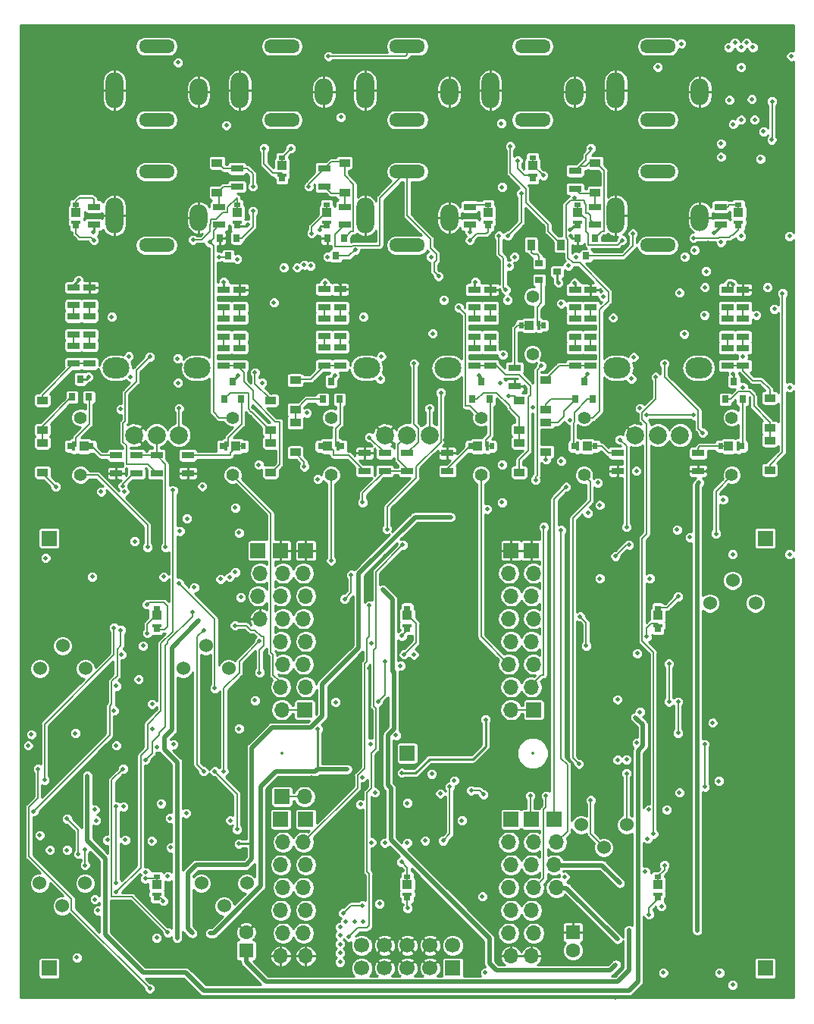
<source format=gbr>
G04 #@! TF.GenerationSoftware,KiCad,Pcbnew,(6.0.0-rc1-dev-1122-gbe0935b)*
G04 #@! TF.CreationDate,2018-11-02T12:34:23-07:00*
G04 #@! TF.ProjectId,50_matter2_comp,35305f6d-6174-4746-9572-325f636f6d70,rev?*
G04 #@! TF.SameCoordinates,Original*
G04 #@! TF.FileFunction,Copper,L1,Top*
G04 #@! TF.FilePolarity,Positive*
%FSLAX46Y46*%
G04 Gerber Fmt 4.6, Leading zero omitted, Abs format (unit mm)*
G04 Created by KiCad (PCBNEW (6.0.0-rc1-dev-1122-gbe0935b)) date Fri Nov  2 12:34:23 2018*
%MOMM*%
%LPD*%
G01*
G04 APERTURE LIST*
G04 #@! TA.AperFunction,ComponentPad*
%ADD10O,4.000000X1.500000*%
G04 #@! TD*
G04 #@! TA.AperFunction,ComponentPad*
%ADD11O,2.000000X3.000000*%
G04 #@! TD*
G04 #@! TA.AperFunction,ComponentPad*
%ADD12O,2.000000X4.000000*%
G04 #@! TD*
G04 #@! TA.AperFunction,ComponentPad*
%ADD13C,1.400000*%
G04 #@! TD*
G04 #@! TA.AperFunction,SMDPad,CuDef*
%ADD14R,0.800000X0.900000*%
G04 #@! TD*
G04 #@! TA.AperFunction,SMDPad,CuDef*
%ADD15R,1.400000X0.800000*%
G04 #@! TD*
G04 #@! TA.AperFunction,SMDPad,CuDef*
%ADD16R,0.600000X0.800000*%
G04 #@! TD*
G04 #@! TA.AperFunction,SMDPad,CuDef*
%ADD17R,0.300000X1.140000*%
G04 #@! TD*
G04 #@! TA.AperFunction,SMDPad,CuDef*
%ADD18R,1.020000X1.140000*%
G04 #@! TD*
G04 #@! TA.AperFunction,SMDPad,CuDef*
%ADD19R,0.630000X0.800000*%
G04 #@! TD*
G04 #@! TA.AperFunction,SMDPad,CuDef*
%ADD20R,0.800000X0.600000*%
G04 #@! TD*
G04 #@! TA.AperFunction,SMDPad,CuDef*
%ADD21R,1.140000X0.300000*%
G04 #@! TD*
G04 #@! TA.AperFunction,SMDPad,CuDef*
%ADD22R,1.140000X1.020000*%
G04 #@! TD*
G04 #@! TA.AperFunction,SMDPad,CuDef*
%ADD23R,0.800000X0.630000*%
G04 #@! TD*
G04 #@! TA.AperFunction,ComponentPad*
%ADD24R,1.700000X1.700000*%
G04 #@! TD*
G04 #@! TA.AperFunction,ComponentPad*
%ADD25C,1.700000*%
G04 #@! TD*
G04 #@! TA.AperFunction,SMDPad,CuDef*
%ADD26R,0.900000X0.800000*%
G04 #@! TD*
G04 #@! TA.AperFunction,ComponentPad*
%ADD27C,1.524000*%
G04 #@! TD*
G04 #@! TA.AperFunction,ComponentPad*
%ADD28R,1.600000X1.600000*%
G04 #@! TD*
G04 #@! TA.AperFunction,ComponentPad*
%ADD29C,1.600000*%
G04 #@! TD*
G04 #@! TA.AperFunction,ComponentPad*
%ADD30C,2.000000*%
G04 #@! TD*
G04 #@! TA.AperFunction,ComponentPad*
%ADD31O,3.000000X2.300000*%
G04 #@! TD*
G04 #@! TA.AperFunction,ComponentPad*
%ADD32O,1.700000X1.700000*%
G04 #@! TD*
G04 #@! TA.AperFunction,SMDPad,CuDef*
%ADD33R,1.200000X0.900000*%
G04 #@! TD*
G04 #@! TA.AperFunction,SMDPad,CuDef*
%ADD34R,0.900000X1.200000*%
G04 #@! TD*
G04 #@! TA.AperFunction,ViaPad*
%ADD35C,0.508000*%
G04 #@! TD*
G04 #@! TA.AperFunction,Conductor*
%ADD36C,0.508000*%
G04 #@! TD*
G04 #@! TA.AperFunction,Conductor*
%ADD37C,0.152400*%
G04 #@! TD*
G04 #@! TA.AperFunction,Conductor*
%ADD38C,0.254000*%
G04 #@! TD*
G04 #@! TA.AperFunction,Conductor*
%ADD39C,0.203200*%
G04 #@! TD*
%ADD40C,0.254000*%
%ADD41O,2.200000X0.500000*%
%ADD42O,0.800000X1.400000*%
%ADD43O,0.800000X2.200000*%
%ADD44C,0.350000*%
%ADD45O,2.000000X1.300000*%
G04 APERTURE END LIST*
D10*
G04 #@! TO.P,J2,2*
G04 #@! TO.N,Net-(J2-Pad2)*
X150000000Y-70300000D03*
G04 #@! TO.P,J2,3*
G04 #@! TO.N,/TRIG2*
X150000000Y-62100000D03*
D11*
G04 #@! TO.P,J2,1*
G04 #@! TO.N,GND*
X154700000Y-67200000D03*
D12*
X145300000Y-67000000D03*
G04 #@! TD*
D10*
G04 #@! TO.P,J9,2*
G04 #@! TO.N,Net-(J9-Pad2)*
X164000000Y-56300000D03*
G04 #@! TO.P,J9,3*
G04 #@! TO.N,/AUDIO_OUT*
X164000000Y-48100000D03*
D11*
G04 #@! TO.P,J9,1*
G04 #@! TO.N,GND*
X168700000Y-53200000D03*
D12*
X159300000Y-53000000D03*
G04 #@! TD*
D10*
G04 #@! TO.P,J3,2*
G04 #@! TO.N,Net-(J3-Pad2)*
X178000000Y-70300000D03*
G04 #@! TO.P,J3,3*
G04 #@! TO.N,/TRIG3*
X178000000Y-62100000D03*
D11*
G04 #@! TO.P,J3,1*
G04 #@! TO.N,GND*
X182700000Y-67200000D03*
D12*
X173300000Y-67000000D03*
G04 #@! TD*
D10*
G04 #@! TO.P,J1,2*
G04 #@! TO.N,Net-(J1-Pad2)*
X122000000Y-70300000D03*
G04 #@! TO.P,J1,3*
G04 #@! TO.N,/TRIG1*
X122000000Y-62100000D03*
D11*
G04 #@! TO.P,J1,1*
G04 #@! TO.N,GND*
X126700000Y-67200000D03*
D12*
X117300000Y-67000000D03*
G04 #@! TD*
D13*
G04 #@! TO.P,R102,2*
G04 #@! TO.N,/Vactrol Pots/M_3*
X141500000Y-95950000D03*
G04 #@! TO.P,R102,1*
G04 #@! TO.N,/TRIG2*
X141500000Y-89550000D03*
G04 #@! TD*
G04 #@! TO.P,R63,2*
G04 #@! TO.N,/Vactrol Pots/L_3*
X113500000Y-95950000D03*
G04 #@! TO.P,R63,1*
G04 #@! TO.N,/TRIG1*
X113500000Y-89550000D03*
G04 #@! TD*
G04 #@! TO.P,R54,2*
G04 #@! TO.N,/TRIG1*
X130500000Y-89550000D03*
G04 #@! TO.P,R54,1*
G04 #@! TO.N,/Vactrol Pots/L_1*
X130500000Y-95950000D03*
G04 #@! TD*
G04 #@! TO.P,R197,2*
G04 #@! TO.N,/Output Vactrol/PCELL_IN1*
X164000000Y-76050000D03*
G04 #@! TO.P,R197,1*
G04 #@! TO.N,/MIX_OUT*
X164000000Y-82450000D03*
G04 #@! TD*
G04 #@! TO.P,R141,2*
G04 #@! TO.N,/Vactrol Pots/R_3*
X169750000Y-95950000D03*
G04 #@! TO.P,R141,1*
G04 #@! TO.N,/TRIG3*
X169750000Y-89550000D03*
G04 #@! TD*
G04 #@! TO.P,R132,2*
G04 #@! TO.N,/TRIG3*
X186250000Y-89550000D03*
G04 #@! TO.P,R132,1*
G04 #@! TO.N,/Vactrol Pots/R_1*
X186250000Y-95950000D03*
G04 #@! TD*
G04 #@! TO.P,R93,2*
G04 #@! TO.N,/TRIG2*
X158250000Y-89550000D03*
G04 #@! TO.P,R93,1*
G04 #@! TO.N,/Vactrol Pots/M_1*
X158250000Y-95950000D03*
G04 #@! TD*
D14*
G04 #@! TO.P,Q2,3*
G04 #@! TO.N,+5V*
X130500000Y-85500000D03*
G04 #@! TO.P,Q2,1*
G04 #@! TO.N,Net-(D8-Pad1)*
X129550000Y-87500000D03*
G04 #@! TO.P,Q2,2*
G04 #@! TO.N,Net-(D10-Pad2)*
X131450000Y-87500000D03*
G04 #@! TD*
D15*
G04 #@! TO.P,R46,1*
G04 #@! TO.N,Net-(R46-Pad1)*
X129500000Y-77250000D03*
G04 #@! TO.P,R46,2*
G04 #@! TO.N,+5V*
X129500000Y-75250000D03*
G04 #@! TD*
G04 #@! TO.P,R47,1*
G04 #@! TO.N,Net-(R47-Pad1)*
X129500000Y-80500000D03*
G04 #@! TO.P,R47,2*
G04 #@! TO.N,Net-(R46-Pad1)*
X129500000Y-78500000D03*
G04 #@! TD*
G04 #@! TO.P,R48,1*
G04 #@! TO.N,Net-(D9-Pad2)*
X129500000Y-83750000D03*
G04 #@! TO.P,R48,2*
G04 #@! TO.N,Net-(R47-Pad1)*
X129500000Y-81750000D03*
G04 #@! TD*
G04 #@! TO.P,R49,1*
G04 #@! TO.N,Net-(R49-Pad1)*
X131250000Y-81750000D03*
G04 #@! TO.P,R49,2*
G04 #@! TO.N,Net-(D9-Pad2)*
X131250000Y-83750000D03*
G04 #@! TD*
G04 #@! TO.P,R50,1*
G04 #@! TO.N,Net-(R50-Pad1)*
X131250000Y-78500000D03*
G04 #@! TO.P,R50,2*
G04 #@! TO.N,Net-(R49-Pad1)*
X131250000Y-80500000D03*
G04 #@! TD*
G04 #@! TO.P,R51,1*
G04 #@! TO.N,GND*
X131250000Y-75250000D03*
G04 #@! TO.P,R51,2*
G04 #@! TO.N,Net-(R50-Pad1)*
X131250000Y-77250000D03*
G04 #@! TD*
G04 #@! TO.P,R53,1*
G04 #@! TO.N,Net-(D10-Pad1)*
X125500000Y-93750000D03*
G04 #@! TO.P,R53,2*
G04 #@! TO.N,GND*
X125500000Y-95750000D03*
G04 #@! TD*
G04 #@! TO.P,R55,1*
G04 #@! TO.N,Net-(R55-Pad1)*
X112750000Y-77000000D03*
G04 #@! TO.P,R55,2*
G04 #@! TO.N,+5V*
X112750000Y-75000000D03*
G04 #@! TD*
G04 #@! TO.P,R56,1*
G04 #@! TO.N,Net-(R56-Pad1)*
X112750000Y-80250000D03*
G04 #@! TO.P,R56,2*
G04 #@! TO.N,Net-(R55-Pad1)*
X112750000Y-78250000D03*
G04 #@! TD*
D14*
G04 #@! TO.P,Q3,3*
G04 #@! TO.N,+5V*
X113500000Y-85250000D03*
G04 #@! TO.P,Q3,1*
G04 #@! TO.N,Net-(D11-Pad1)*
X112550000Y-87250000D03*
G04 #@! TO.P,Q3,2*
G04 #@! TO.N,Net-(D13-Pad2)*
X114450000Y-87250000D03*
G04 #@! TD*
G04 #@! TO.P,Q6,3*
G04 #@! TO.N,+5V*
X158250000Y-85500000D03*
G04 #@! TO.P,Q6,1*
G04 #@! TO.N,Net-(D20-Pad1)*
X157300000Y-87500000D03*
G04 #@! TO.P,Q6,2*
G04 #@! TO.N,Net-(D22-Pad2)*
X159200000Y-87500000D03*
G04 #@! TD*
G04 #@! TO.P,Q7,3*
G04 #@! TO.N,+5V*
X141500000Y-85500000D03*
G04 #@! TO.P,Q7,1*
G04 #@! TO.N,Net-(D23-Pad1)*
X140550000Y-87500000D03*
G04 #@! TO.P,Q7,2*
G04 #@! TO.N,Net-(D25-Pad2)*
X142450000Y-87500000D03*
G04 #@! TD*
D15*
G04 #@! TO.P,R57,1*
G04 #@! TO.N,Net-(D12-Pad2)*
X112750000Y-83500000D03*
G04 #@! TO.P,R57,2*
G04 #@! TO.N,Net-(R56-Pad1)*
X112750000Y-81500000D03*
G04 #@! TD*
G04 #@! TO.P,R58,1*
G04 #@! TO.N,Net-(R58-Pad1)*
X114500000Y-81500000D03*
G04 #@! TO.P,R58,2*
G04 #@! TO.N,Net-(D12-Pad2)*
X114500000Y-83500000D03*
G04 #@! TD*
G04 #@! TO.P,R59,1*
G04 #@! TO.N,Net-(R59-Pad1)*
X114500000Y-78250000D03*
G04 #@! TO.P,R59,2*
G04 #@! TO.N,Net-(R58-Pad1)*
X114500000Y-80250000D03*
G04 #@! TD*
G04 #@! TO.P,R60,1*
G04 #@! TO.N,GND*
X114500000Y-75000000D03*
G04 #@! TO.P,R60,2*
G04 #@! TO.N,Net-(R59-Pad1)*
X114500000Y-77000000D03*
G04 #@! TD*
G04 #@! TO.P,R62,1*
G04 #@! TO.N,Net-(D13-Pad1)*
X117500000Y-93750000D03*
G04 #@! TO.P,R62,2*
G04 #@! TO.N,GND*
X117500000Y-95750000D03*
G04 #@! TD*
G04 #@! TO.P,R81,1*
G04 #@! TO.N,/Vactrol Pots/Vactrol Pot L/NON_L*
X122000000Y-93750000D03*
G04 #@! TO.P,R81,2*
G04 #@! TO.N,Net-(R81-Pad2)*
X122000000Y-95750000D03*
G04 #@! TD*
G04 #@! TO.P,R85,1*
G04 #@! TO.N,Net-(R85-Pad1)*
X157500000Y-77250000D03*
G04 #@! TO.P,R85,2*
G04 #@! TO.N,+5V*
X157500000Y-75250000D03*
G04 #@! TD*
G04 #@! TO.P,R87,1*
G04 #@! TO.N,Net-(D21-Pad2)*
X157500000Y-83750000D03*
G04 #@! TO.P,R87,2*
G04 #@! TO.N,Net-(R86-Pad1)*
X157500000Y-81750000D03*
G04 #@! TD*
G04 #@! TO.P,R88,1*
G04 #@! TO.N,Net-(R88-Pad1)*
X159250000Y-81750000D03*
G04 #@! TO.P,R88,2*
G04 #@! TO.N,Net-(D21-Pad2)*
X159250000Y-83750000D03*
G04 #@! TD*
G04 #@! TO.P,R89,1*
G04 #@! TO.N,Net-(R89-Pad1)*
X159250000Y-78500000D03*
G04 #@! TO.P,R89,2*
G04 #@! TO.N,Net-(R88-Pad1)*
X159250000Y-80500000D03*
G04 #@! TD*
G04 #@! TO.P,R90,1*
G04 #@! TO.N,GND*
X159250000Y-75250000D03*
G04 #@! TO.P,R90,2*
G04 #@! TO.N,Net-(R89-Pad1)*
X159250000Y-77250000D03*
G04 #@! TD*
G04 #@! TO.P,R92,1*
G04 #@! TO.N,Net-(D22-Pad1)*
X154500000Y-95500000D03*
G04 #@! TO.P,R92,2*
G04 #@! TO.N,GND*
X154500000Y-93500000D03*
G04 #@! TD*
G04 #@! TO.P,R94,1*
G04 #@! TO.N,Net-(R94-Pad1)*
X140750000Y-77217188D03*
G04 #@! TO.P,R94,2*
G04 #@! TO.N,+5V*
X140750000Y-75217188D03*
G04 #@! TD*
G04 #@! TO.P,R96,1*
G04 #@! TO.N,Net-(D24-Pad2)*
X140750000Y-83717188D03*
G04 #@! TO.P,R96,2*
G04 #@! TO.N,Net-(R95-Pad1)*
X140750000Y-81717188D03*
G04 #@! TD*
G04 #@! TO.P,R97,1*
G04 #@! TO.N,Net-(R97-Pad1)*
X142500000Y-81717188D03*
G04 #@! TO.P,R97,2*
G04 #@! TO.N,Net-(D24-Pad2)*
X142500000Y-83717188D03*
G04 #@! TD*
G04 #@! TO.P,R98,1*
G04 #@! TO.N,Net-(R98-Pad1)*
X142500000Y-78467188D03*
G04 #@! TO.P,R98,2*
G04 #@! TO.N,Net-(R97-Pad1)*
X142500000Y-80467188D03*
G04 #@! TD*
G04 #@! TO.P,R99,1*
G04 #@! TO.N,GND*
X142500000Y-75217188D03*
G04 #@! TO.P,R99,2*
G04 #@! TO.N,Net-(R98-Pad1)*
X142500000Y-77217188D03*
G04 #@! TD*
G04 #@! TO.P,R100,1*
G04 #@! TO.N,Net-(D23-Pad2)*
X147500000Y-93500000D03*
G04 #@! TO.P,R100,2*
G04 #@! TO.N,/Vactrol Pots/Vactrol Pot M/NON_M*
X147500000Y-95500000D03*
G04 #@! TD*
G04 #@! TO.P,R101,1*
G04 #@! TO.N,Net-(D25-Pad1)*
X145250000Y-95500000D03*
G04 #@! TO.P,R101,2*
G04 #@! TO.N,GND*
X145250000Y-93500000D03*
G04 #@! TD*
G04 #@! TO.P,R120,1*
G04 #@! TO.N,/Vactrol Pots/Vactrol Pot M/NON_M*
X150000000Y-95500000D03*
G04 #@! TO.P,R120,2*
G04 #@! TO.N,Net-(R120-Pad2)*
X150000000Y-93500000D03*
G04 #@! TD*
D16*
G04 #@! TO.P,D10,2*
G04 #@! TO.N,Net-(D10-Pad2)*
X129315000Y-92750000D03*
D17*
X129765000Y-92750000D03*
D18*
G04 #@! TO.P,D10,1*
G04 #@! TO.N,Net-(D10-Pad1)*
X130875000Y-92750000D03*
D19*
X131700000Y-92750000D03*
G04 #@! TD*
D16*
G04 #@! TO.P,D13,2*
G04 #@! TO.N,Net-(D13-Pad2)*
X112315000Y-92750000D03*
D17*
X112765000Y-92750000D03*
D18*
G04 #@! TO.P,D13,1*
G04 #@! TO.N,Net-(D13-Pad1)*
X113875000Y-92750000D03*
D19*
X114700000Y-92750000D03*
G04 #@! TD*
D20*
G04 #@! TO.P,D16,2*
G04 #@! TO.N,Net-(D16-Pad2)*
X122000000Y-143185000D03*
D21*
X122000000Y-142735000D03*
D22*
G04 #@! TO.P,D16,1*
G04 #@! TO.N,Net-(D16-Pad1)*
X122000000Y-141625000D03*
D23*
X122000000Y-140800000D03*
G04 #@! TD*
D20*
G04 #@! TO.P,D19,2*
G04 #@! TO.N,Net-(D19-Pad2)*
X122000000Y-113185000D03*
D21*
X122000000Y-112735000D03*
D22*
G04 #@! TO.P,D19,1*
G04 #@! TO.N,Net-(D19-Pad1)*
X122000000Y-111625000D03*
D23*
X122000000Y-110800000D03*
G04 #@! TD*
D16*
G04 #@! TO.P,D22,2*
G04 #@! TO.N,Net-(D22-Pad2)*
X159435000Y-92750000D03*
D17*
X158985000Y-92750000D03*
D18*
G04 #@! TO.P,D22,1*
G04 #@! TO.N,Net-(D22-Pad1)*
X157875000Y-92750000D03*
D19*
X157050000Y-92750000D03*
G04 #@! TD*
D16*
G04 #@! TO.P,D25,2*
G04 #@! TO.N,Net-(D25-Pad2)*
X142685000Y-92750000D03*
D17*
X142235000Y-92750000D03*
D18*
G04 #@! TO.P,D25,1*
G04 #@! TO.N,Net-(D25-Pad1)*
X141125000Y-92750000D03*
D19*
X140300000Y-92750000D03*
G04 #@! TD*
D24*
G04 #@! TO.P,J8,1*
G04 #@! TO.N,Net-(D2-Pad1)*
X155080000Y-151000000D03*
D25*
G04 #@! TO.P,J8,2*
X155080000Y-148460000D03*
G04 #@! TO.P,J8,3*
G04 #@! TO.N,GND*
X152540000Y-151000000D03*
G04 #@! TO.P,J8,4*
X152540000Y-148460000D03*
G04 #@! TO.P,J8,5*
X150000000Y-151000000D03*
G04 #@! TO.P,J8,6*
X150000000Y-148460000D03*
G04 #@! TO.P,J8,7*
X147460000Y-151000000D03*
G04 #@! TO.P,J8,8*
X147460000Y-148460000D03*
G04 #@! TO.P,J8,9*
G04 #@! TO.N,Net-(D1-Pad2)*
X144920000Y-151000000D03*
G04 #@! TO.P,J8,10*
X144920000Y-148460000D03*
G04 #@! TD*
D15*
G04 #@! TO.P,R86,1*
G04 #@! TO.N,Net-(R86-Pad1)*
X157500000Y-80500000D03*
G04 #@! TO.P,R86,2*
G04 #@! TO.N,Net-(R85-Pad1)*
X157500000Y-78500000D03*
G04 #@! TD*
G04 #@! TO.P,R95,1*
G04 #@! TO.N,Net-(R95-Pad1)*
X140750000Y-80467188D03*
G04 #@! TO.P,R95,2*
G04 #@! TO.N,Net-(R94-Pad1)*
X140750000Y-78467188D03*
G04 #@! TD*
D20*
G04 #@! TO.P,D28,2*
G04 #@! TO.N,Net-(D28-Pad2)*
X150000000Y-143185000D03*
D21*
X150000000Y-142735000D03*
D22*
G04 #@! TO.P,D28,1*
G04 #@! TO.N,Net-(D28-Pad1)*
X150000000Y-141625000D03*
D23*
X150000000Y-140800000D03*
G04 #@! TD*
D20*
G04 #@! TO.P,D31,2*
G04 #@! TO.N,Net-(D31-Pad2)*
X150000000Y-113185000D03*
D21*
X150000000Y-112735000D03*
D22*
G04 #@! TO.P,D31,1*
G04 #@! TO.N,Net-(D31-Pad1)*
X150000000Y-111625000D03*
D23*
X150000000Y-110800000D03*
G04 #@! TD*
D16*
G04 #@! TO.P,D34,2*
G04 #@! TO.N,Net-(D34-Pad2)*
X187435000Y-92750000D03*
D17*
X186985000Y-92750000D03*
D18*
G04 #@! TO.P,D34,1*
G04 #@! TO.N,Net-(D34-Pad1)*
X185875000Y-92750000D03*
D19*
X185050000Y-92750000D03*
G04 #@! TD*
D16*
G04 #@! TO.P,D37,2*
G04 #@! TO.N,Net-(D37-Pad2)*
X168565000Y-92750000D03*
D17*
X169015000Y-92750000D03*
D18*
G04 #@! TO.P,D37,1*
G04 #@! TO.N,Net-(D37-Pad1)*
X170125000Y-92750000D03*
D19*
X170950000Y-92750000D03*
G04 #@! TD*
D20*
G04 #@! TO.P,D40,2*
G04 #@! TO.N,Net-(D40-Pad2)*
X178000000Y-143185000D03*
D21*
X178000000Y-142735000D03*
D22*
G04 #@! TO.P,D40,1*
G04 #@! TO.N,Net-(D40-Pad1)*
X178000000Y-141625000D03*
D23*
X178000000Y-140800000D03*
G04 #@! TD*
D20*
G04 #@! TO.P,D43,2*
G04 #@! TO.N,Net-(D43-Pad2)*
X178000000Y-113185000D03*
D21*
X178000000Y-112735000D03*
D22*
G04 #@! TO.P,D43,1*
G04 #@! TO.N,Net-(D43-Pad1)*
X178000000Y-111625000D03*
D23*
X178000000Y-110800000D03*
G04 #@! TD*
D16*
G04 #@! TO.P,D46,2*
G04 #@! TO.N,Net-(D46-Pad2)*
X165185000Y-79250000D03*
D17*
X164735000Y-79250000D03*
D18*
G04 #@! TO.P,D46,1*
G04 #@! TO.N,Net-(D46-Pad1)*
X163625000Y-79250000D03*
D19*
X162800000Y-79250000D03*
G04 #@! TD*
D20*
G04 #@! TO.P,D48,2*
G04 #@! TO.N,+12V*
X131000000Y-68185000D03*
D21*
X131000000Y-67735000D03*
D22*
G04 #@! TO.P,D48,1*
G04 #@! TO.N,Net-(D48-Pad1)*
X131000000Y-66625000D03*
D23*
X131000000Y-65800000D03*
G04 #@! TD*
D20*
G04 #@! TO.P,D49,2*
G04 #@! TO.N,Net-(D48-Pad1)*
X113000000Y-68185000D03*
D21*
X113000000Y-67735000D03*
D22*
G04 #@! TO.P,D49,1*
G04 #@! TO.N,Net-(D49-Pad1)*
X113000000Y-66625000D03*
D23*
X113000000Y-65800000D03*
G04 #@! TD*
D20*
G04 #@! TO.P,D51,2*
G04 #@! TO.N,+12V*
X141000000Y-68185000D03*
D21*
X141000000Y-67735000D03*
D22*
G04 #@! TO.P,D51,1*
G04 #@! TO.N,Net-(D51-Pad1)*
X141000000Y-66625000D03*
D23*
X141000000Y-65800000D03*
G04 #@! TD*
D20*
G04 #@! TO.P,D52,2*
G04 #@! TO.N,Net-(D51-Pad1)*
X159000000Y-68185000D03*
D21*
X159000000Y-67735000D03*
D22*
G04 #@! TO.P,D52,1*
G04 #@! TO.N,Net-(D52-Pad1)*
X159000000Y-66625000D03*
D23*
X159000000Y-65800000D03*
G04 #@! TD*
D20*
G04 #@! TO.P,D54,2*
G04 #@! TO.N,+12V*
X169000000Y-68185000D03*
D21*
X169000000Y-67735000D03*
D22*
G04 #@! TO.P,D54,1*
G04 #@! TO.N,Net-(D54-Pad1)*
X169000000Y-66625000D03*
D23*
X169000000Y-65800000D03*
G04 #@! TD*
D20*
G04 #@! TO.P,D55,2*
G04 #@! TO.N,Net-(D54-Pad1)*
X187000000Y-68185000D03*
D21*
X187000000Y-67735000D03*
D22*
G04 #@! TO.P,D55,1*
G04 #@! TO.N,Net-(D55-Pad1)*
X187000000Y-66625000D03*
D23*
X187000000Y-65800000D03*
G04 #@! TD*
D14*
G04 #@! TO.P,Q10,3*
G04 #@! TO.N,+5V*
X186500000Y-85500000D03*
G04 #@! TO.P,Q10,1*
G04 #@! TO.N,Net-(D32-Pad1)*
X185550000Y-87500000D03*
G04 #@! TO.P,Q10,2*
G04 #@! TO.N,Net-(D34-Pad2)*
X187450000Y-87500000D03*
G04 #@! TD*
G04 #@! TO.P,Q11,3*
G04 #@! TO.N,+5V*
X169750000Y-85500000D03*
G04 #@! TO.P,Q11,1*
G04 #@! TO.N,Net-(D35-Pad1)*
X168800000Y-87500000D03*
G04 #@! TO.P,Q11,2*
G04 #@! TO.N,Net-(D37-Pad2)*
X170700000Y-87500000D03*
G04 #@! TD*
D26*
G04 #@! TO.P,Q14,3*
G04 #@! TO.N,+5V*
X166750000Y-73250000D03*
G04 #@! TO.P,Q14,1*
G04 #@! TO.N,Net-(D44-Pad1)*
X164750000Y-72300000D03*
G04 #@! TO.P,Q14,2*
G04 #@! TO.N,Net-(D46-Pad2)*
X164750000Y-74200000D03*
G04 #@! TD*
D14*
G04 #@! TO.P,Q15,3*
G04 #@! TO.N,Net-(Q15-Pad3)*
X130000000Y-71500000D03*
G04 #@! TO.P,Q15,1*
G04 #@! TO.N,Net-(D47-Pad1)*
X130950000Y-69500000D03*
G04 #@! TO.P,Q15,2*
G04 #@! TO.N,GND*
X129050000Y-69500000D03*
G04 #@! TD*
G04 #@! TO.P,Q16,3*
G04 #@! TO.N,Net-(Q16-Pad3)*
X142000000Y-71500000D03*
G04 #@! TO.P,Q16,1*
G04 #@! TO.N,Net-(D50-Pad1)*
X142950000Y-69500000D03*
G04 #@! TO.P,Q16,2*
G04 #@! TO.N,GND*
X141050000Y-69500000D03*
G04 #@! TD*
G04 #@! TO.P,Q17,3*
G04 #@! TO.N,Net-(Q17-Pad3)*
X170000000Y-71500000D03*
G04 #@! TO.P,Q17,1*
G04 #@! TO.N,Net-(D53-Pad1)*
X170950000Y-69500000D03*
G04 #@! TO.P,Q17,2*
G04 #@! TO.N,GND*
X169050000Y-69500000D03*
G04 #@! TD*
D15*
G04 #@! TO.P,R124,1*
G04 #@! TO.N,Net-(R124-Pad1)*
X185750000Y-77250000D03*
G04 #@! TO.P,R124,2*
G04 #@! TO.N,+5V*
X185750000Y-75250000D03*
G04 #@! TD*
G04 #@! TO.P,R125,1*
G04 #@! TO.N,Net-(R125-Pad1)*
X185750000Y-80500000D03*
G04 #@! TO.P,R125,2*
G04 #@! TO.N,Net-(R124-Pad1)*
X185750000Y-78500000D03*
G04 #@! TD*
G04 #@! TO.P,R126,1*
G04 #@! TO.N,Net-(D33-Pad2)*
X185750000Y-83750000D03*
G04 #@! TO.P,R126,2*
G04 #@! TO.N,Net-(R125-Pad1)*
X185750000Y-81750000D03*
G04 #@! TD*
G04 #@! TO.P,R127,1*
G04 #@! TO.N,Net-(R127-Pad1)*
X187500000Y-81750000D03*
G04 #@! TO.P,R127,2*
G04 #@! TO.N,Net-(D33-Pad2)*
X187500000Y-83750000D03*
G04 #@! TD*
G04 #@! TO.P,R128,1*
G04 #@! TO.N,Net-(R128-Pad1)*
X187500000Y-78500000D03*
G04 #@! TO.P,R128,2*
G04 #@! TO.N,Net-(R127-Pad1)*
X187500000Y-80500000D03*
G04 #@! TD*
G04 #@! TO.P,R129,1*
G04 #@! TO.N,GND*
X187500000Y-75250000D03*
G04 #@! TO.P,R129,2*
G04 #@! TO.N,Net-(R128-Pad1)*
X187500000Y-77250000D03*
G04 #@! TD*
G04 #@! TO.P,R131,1*
G04 #@! TO.N,Net-(D34-Pad1)*
X182500000Y-93500000D03*
G04 #@! TO.P,R131,2*
G04 #@! TO.N,GND*
X182500000Y-95500000D03*
G04 #@! TD*
G04 #@! TO.P,R133,1*
G04 #@! TO.N,Net-(R133-Pad1)*
X168750000Y-77250000D03*
G04 #@! TO.P,R133,2*
G04 #@! TO.N,+5V*
X168750000Y-75250000D03*
G04 #@! TD*
G04 #@! TO.P,R134,1*
G04 #@! TO.N,Net-(R134-Pad1)*
X168750000Y-80500000D03*
G04 #@! TO.P,R134,2*
G04 #@! TO.N,Net-(R133-Pad1)*
X168750000Y-78500000D03*
G04 #@! TD*
G04 #@! TO.P,R135,1*
G04 #@! TO.N,Net-(D36-Pad2)*
X168750000Y-83750000D03*
G04 #@! TO.P,R135,2*
G04 #@! TO.N,Net-(R134-Pad1)*
X168750000Y-81750000D03*
G04 #@! TD*
G04 #@! TO.P,R136,1*
G04 #@! TO.N,Net-(R136-Pad1)*
X170500000Y-81750000D03*
G04 #@! TO.P,R136,2*
G04 #@! TO.N,Net-(D36-Pad2)*
X170500000Y-83750000D03*
G04 #@! TD*
G04 #@! TO.P,R137,1*
G04 #@! TO.N,Net-(R137-Pad1)*
X170500000Y-78500000D03*
G04 #@! TO.P,R137,2*
G04 #@! TO.N,Net-(R136-Pad1)*
X170500000Y-80500000D03*
G04 #@! TD*
G04 #@! TO.P,R138,1*
G04 #@! TO.N,GND*
X170500000Y-75250000D03*
G04 #@! TO.P,R138,2*
G04 #@! TO.N,Net-(R137-Pad1)*
X170500000Y-77250000D03*
G04 #@! TD*
G04 #@! TO.P,R140,1*
G04 #@! TO.N,Net-(D37-Pad1)*
X173500000Y-93500000D03*
G04 #@! TO.P,R140,2*
G04 #@! TO.N,GND*
X173500000Y-95500000D03*
G04 #@! TD*
G04 #@! TO.P,R196,1*
G04 #@! TO.N,Net-(D46-Pad1)*
X162000000Y-84000000D03*
G04 #@! TO.P,R196,2*
G04 #@! TO.N,GND*
X162000000Y-86000000D03*
G04 #@! TD*
G04 #@! TO.P,R198,1*
G04 #@! TO.N,Net-(D47-Pad2)*
X129000000Y-66000000D03*
G04 #@! TO.P,R198,2*
G04 #@! TO.N,/TRIG1*
X129000000Y-68000000D03*
G04 #@! TD*
G04 #@! TO.P,R199,1*
G04 #@! TO.N,Net-(D47-Pad2)*
X131000000Y-63750000D03*
G04 #@! TO.P,R199,2*
G04 #@! TO.N,Net-(D47-Pad1)*
X131000000Y-61750000D03*
G04 #@! TD*
G04 #@! TO.P,R200,1*
G04 #@! TO.N,Net-(D49-Pad1)*
X115000000Y-66000000D03*
G04 #@! TO.P,R200,2*
G04 #@! TO.N,Net-(Q15-Pad3)*
X115000000Y-68000000D03*
G04 #@! TD*
G04 #@! TO.P,R201,1*
G04 #@! TO.N,Net-(D50-Pad2)*
X143000000Y-66000000D03*
G04 #@! TO.P,R201,2*
G04 #@! TO.N,/TRIG2*
X143000000Y-68000000D03*
G04 #@! TD*
G04 #@! TO.P,R202,1*
G04 #@! TO.N,Net-(D50-Pad2)*
X140750000Y-63750000D03*
G04 #@! TO.P,R202,2*
G04 #@! TO.N,Net-(D50-Pad1)*
X140750000Y-61750000D03*
G04 #@! TD*
G04 #@! TO.P,R203,1*
G04 #@! TO.N,Net-(D52-Pad1)*
X157000000Y-66000000D03*
G04 #@! TO.P,R203,2*
G04 #@! TO.N,Net-(Q16-Pad3)*
X157000000Y-68000000D03*
G04 #@! TD*
G04 #@! TO.P,R204,1*
G04 #@! TO.N,Net-(D53-Pad2)*
X171000000Y-66000000D03*
G04 #@! TO.P,R204,2*
G04 #@! TO.N,/TRIG3*
X171000000Y-68000000D03*
G04 #@! TD*
G04 #@! TO.P,R205,1*
G04 #@! TO.N,Net-(D53-Pad2)*
X168750000Y-64000000D03*
G04 #@! TO.P,R205,2*
G04 #@! TO.N,Net-(D53-Pad1)*
X168750000Y-62000000D03*
G04 #@! TD*
G04 #@! TO.P,R206,1*
G04 #@! TO.N,Net-(D55-Pad1)*
X185000000Y-66000000D03*
G04 #@! TO.P,R206,2*
G04 #@! TO.N,Net-(Q17-Pad3)*
X185000000Y-68000000D03*
G04 #@! TD*
D27*
G04 #@! TO.P,RT1,2*
G04 #@! TO.N,/5*
X111460000Y-144040000D03*
G04 #@! TO.P,RT1,1*
G04 #@! TO.N,/Mix-Out/47k_IN4*
X114000000Y-141500000D03*
G04 #@! TO.P,RT1,3*
G04 #@! TO.N,+5VA*
X108920000Y-141500000D03*
G04 #@! TD*
G04 #@! TO.P,RT2,2*
G04 #@! TO.N,/6*
X111500000Y-115000000D03*
G04 #@! TO.P,RT2,1*
G04 #@! TO.N,/Mix-Out/47k_IN1*
X108960000Y-117540000D03*
G04 #@! TO.P,RT2,3*
G04 #@! TO.N,+5VA*
X114040000Y-117540000D03*
G04 #@! TD*
G04 #@! TO.P,RT3,2*
G04 #@! TO.N,Net-(R21-Pad2)*
X127500000Y-115000000D03*
G04 #@! TO.P,RT3,1*
G04 #@! TO.N,/Mix-Out/47k_IN2*
X124960000Y-117540000D03*
G04 #@! TO.P,RT3,3*
G04 #@! TO.N,+5VA*
X130040000Y-117540000D03*
G04 #@! TD*
G04 #@! TO.P,RT4,2*
G04 #@! TO.N,/Instruments/Conga/TRIG3*
X129540000Y-144040000D03*
G04 #@! TO.P,RT4,1*
G04 #@! TO.N,/Mix-Out/47k_IN3*
X132080000Y-141500000D03*
G04 #@! TO.P,RT4,3*
G04 #@! TO.N,+5VA*
X127000000Y-141500000D03*
G04 #@! TD*
G04 #@! TO.P,RT5,2*
G04 #@! TO.N,/15*
X171960000Y-137540000D03*
G04 #@! TO.P,RT5,1*
G04 #@! TO.N,/Mix-Out/47k_IN5*
X174500000Y-135000000D03*
G04 #@! TO.P,RT5,3*
G04 #@! TO.N,+5VA*
X169420000Y-135000000D03*
G04 #@! TD*
D28*
G04 #@! TO.P,C1,1*
G04 #@! TO.N,+12V*
X132000000Y-149000000D03*
D29*
G04 #@! TO.P,C1,2*
G04 #@! TO.N,GND*
X132000000Y-147000000D03*
G04 #@! TD*
D28*
G04 #@! TO.P,C2,1*
G04 #@! TO.N,GND*
X168500000Y-147000000D03*
D29*
G04 #@! TO.P,C2,2*
G04 #@! TO.N,-12V*
X168500000Y-149000000D03*
G04 #@! TD*
D15*
G04 #@! TO.P,R61,1*
G04 #@! TO.N,Net-(D11-Pad2)*
X119750000Y-95750000D03*
G04 #@! TO.P,R61,2*
G04 #@! TO.N,/Vactrol Pots/Vactrol Pot L/NON_L*
X119750000Y-93750000D03*
G04 #@! TD*
D12*
G04 #@! TO.P,J7,1*
G04 #@! TO.N,GND*
X131300000Y-53000000D03*
D11*
X140700000Y-53200000D03*
D10*
G04 #@! TO.P,J7,3*
G04 #@! TO.N,/VAC_CV*
X136000000Y-48100000D03*
G04 #@! TO.P,J7,2*
G04 #@! TO.N,+5V*
X136000000Y-56300000D03*
G04 #@! TD*
D12*
G04 #@! TO.P,J4,1*
G04 #@! TO.N,GND*
X117300000Y-53000000D03*
D11*
X126700000Y-53200000D03*
D10*
G04 #@! TO.P,J4,3*
G04 #@! TO.N,/CV1_J*
X122000000Y-48100000D03*
G04 #@! TO.P,J4,2*
G04 #@! TO.N,/CV3_DEF*
X122000000Y-56300000D03*
G04 #@! TD*
D12*
G04 #@! TO.P,J5,1*
G04 #@! TO.N,GND*
X145300000Y-53000000D03*
D11*
X154700000Y-53200000D03*
D10*
G04 #@! TO.P,J5,3*
G04 #@! TO.N,/CV2_J*
X150000000Y-48100000D03*
G04 #@! TO.P,J5,2*
G04 #@! TO.N,/CV3_DEF*
X150000000Y-56300000D03*
G04 #@! TD*
D12*
G04 #@! TO.P,J6,1*
G04 #@! TO.N,GND*
X173300000Y-53000000D03*
D11*
X182700000Y-53200000D03*
D10*
G04 #@! TO.P,J6,3*
G04 #@! TO.N,/CV3_J*
X178000000Y-48100000D03*
G04 #@! TO.P,J6,2*
G04 #@! TO.N,/CV3_DEF*
X178000000Y-56300000D03*
G04 #@! TD*
D30*
G04 #@! TO.P,RV3,1*
G04 #@! TO.N,GND*
X175500000Y-91500000D03*
G04 #@! TO.P,RV3,2*
G04 #@! TO.N,/Vactrol Pots/Vactrol Pot R/NON_R*
X178000000Y-91500000D03*
G04 #@! TO.P,RV3,3*
G04 #@! TO.N,Net-(RV3-Pad3)*
X180500000Y-91500000D03*
D31*
G04 #@! TO.P,RV3,4*
G04 #@! TO.N,N/C*
X173450000Y-84000000D03*
G04 #@! TO.P,RV3,5*
X182550000Y-84000000D03*
G04 #@! TD*
D30*
G04 #@! TO.P,RV2,1*
G04 #@! TO.N,GND*
X147500000Y-91500000D03*
G04 #@! TO.P,RV2,2*
G04 #@! TO.N,/Vactrol Pots/Vactrol Pot M/NON_M*
X150000000Y-91500000D03*
G04 #@! TO.P,RV2,3*
G04 #@! TO.N,Net-(RV2-Pad3)*
X152500000Y-91500000D03*
D31*
G04 #@! TO.P,RV2,4*
G04 #@! TO.N,N/C*
X145450000Y-84000000D03*
G04 #@! TO.P,RV2,5*
X154550000Y-84000000D03*
G04 #@! TD*
D30*
G04 #@! TO.P,RV1,1*
G04 #@! TO.N,GND*
X119500000Y-91500000D03*
G04 #@! TO.P,RV1,2*
G04 #@! TO.N,/Vactrol Pots/Vactrol Pot L/NON_L*
X122000000Y-91500000D03*
G04 #@! TO.P,RV1,3*
G04 #@! TO.N,Net-(RV1-Pad3)*
X124500000Y-91500000D03*
D31*
G04 #@! TO.P,RV1,4*
G04 #@! TO.N,N/C*
X117450000Y-84000000D03*
G04 #@! TO.P,RV1,5*
X126550000Y-84000000D03*
G04 #@! TD*
D20*
G04 #@! TO.P,D58,2*
G04 #@! TO.N,Net-(D58-Pad2)*
X136000000Y-62935000D03*
D21*
X136000000Y-62485000D03*
D22*
G04 #@! TO.P,D58,1*
G04 #@! TO.N,Net-(D58-Pad1)*
X136000000Y-61375000D03*
D23*
X136000000Y-60550000D03*
G04 #@! TD*
D20*
G04 #@! TO.P,D60,2*
G04 #@! TO.N,Net-(D60-Pad2)*
X164000000Y-62935000D03*
D21*
X164000000Y-62485000D03*
D22*
G04 #@! TO.P,D60,1*
G04 #@! TO.N,Net-(D60-Pad1)*
X164000000Y-61375000D03*
D23*
X164000000Y-60550000D03*
G04 #@! TD*
D24*
G04 #@! TO.P,J16,1*
G04 #@! TO.N,GND*
X138670000Y-104380000D03*
D32*
G04 #@! TO.P,J16,2*
G04 #@! TO.N,/1*
X138410000Y-106920000D03*
G04 #@! TO.P,J16,3*
G04 #@! TO.N,/2*
X138670000Y-109460000D03*
G04 #@! TO.P,J16,4*
G04 #@! TO.N,/3*
X138410000Y-112000000D03*
G04 #@! TO.P,J16,5*
G04 #@! TO.N,/4*
X138670000Y-114540000D03*
G04 #@! TO.P,J16,6*
G04 #@! TO.N,/5*
X138410000Y-117080000D03*
G04 #@! TO.P,J16,7*
G04 #@! TO.N,/Vactrol Pots/L_1*
X138670000Y-119620000D03*
G04 #@! TD*
D24*
G04 #@! TO.P,J17,1*
G04 #@! TO.N,/Vactrol Pots/L_3*
X138670000Y-134380000D03*
D32*
G04 #@! TO.P,J17,2*
G04 #@! TO.N,/Vactrol Pots/M_3*
X138410000Y-136920000D03*
G04 #@! TO.P,J17,3*
G04 #@! TO.N,/6*
X138670000Y-139460000D03*
G04 #@! TO.P,J17,4*
G04 #@! TO.N,/7*
X138410000Y-142000000D03*
G04 #@! TO.P,J17,5*
G04 #@! TO.N,/8*
X138670000Y-144540000D03*
G04 #@! TO.P,J17,6*
G04 #@! TO.N,/9*
X138410000Y-147080000D03*
G04 #@! TO.P,J17,7*
G04 #@! TO.N,GND*
X138670000Y-149620000D03*
G04 #@! TD*
D24*
G04 #@! TO.P,J18,1*
G04 #@! TO.N,GND*
X161590000Y-104380000D03*
D32*
G04 #@! TO.P,J18,2*
G04 #@! TO.N,/10*
X161330000Y-106920000D03*
G04 #@! TO.P,J18,3*
G04 #@! TO.N,/11*
X161590000Y-109460000D03*
G04 #@! TO.P,J18,4*
G04 #@! TO.N,/12*
X161330000Y-112000000D03*
G04 #@! TO.P,J18,5*
G04 #@! TO.N,/13*
X161590000Y-114540000D03*
G04 #@! TO.P,J18,6*
G04 #@! TO.N,/Vactrol Pots/M_1*
X161330000Y-117080000D03*
G04 #@! TO.P,J18,7*
G04 #@! TO.N,/Vactrol Pots/R_1*
X161590000Y-119620000D03*
G04 #@! TD*
D24*
G04 #@! TO.P,J19,1*
G04 #@! TO.N,/Vactrol Pots/R_3*
X161590000Y-134380000D03*
D32*
G04 #@! TO.P,J19,2*
G04 #@! TO.N,/14*
X161330000Y-136920000D03*
G04 #@! TO.P,J19,3*
G04 #@! TO.N,/15*
X161590000Y-139460000D03*
G04 #@! TO.P,J19,4*
G04 #@! TO.N,/16*
X161330000Y-142000000D03*
G04 #@! TO.P,J19,5*
G04 #@! TO.N,/17*
X161590000Y-144540000D03*
G04 #@! TO.P,J19,6*
G04 #@! TO.N,/18*
X161330000Y-147080000D03*
G04 #@! TO.P,J19,7*
G04 #@! TO.N,GND*
X161590000Y-149620000D03*
G04 #@! TD*
D24*
G04 #@! TO.P,J10,1*
G04 #@! TO.N,GND*
X135870000Y-104380000D03*
D32*
G04 #@! TO.P,J10,2*
G04 #@! TO.N,/1*
X136130000Y-106920000D03*
G04 #@! TO.P,J10,3*
G04 #@! TO.N,/2*
X135870000Y-109460000D03*
G04 #@! TO.P,J10,4*
G04 #@! TO.N,/3*
X136130000Y-112000000D03*
G04 #@! TO.P,J10,5*
G04 #@! TO.N,/4*
X135870000Y-114540000D03*
G04 #@! TO.P,J10,6*
G04 #@! TO.N,/5*
X136130000Y-117080000D03*
G04 #@! TO.P,J10,7*
G04 #@! TO.N,/Vactrol Pots/L_1*
X135870000Y-119620000D03*
G04 #@! TD*
D24*
G04 #@! TO.P,J11,1*
G04 #@! TO.N,/Vactrol Pots/L_3*
X135870000Y-134380000D03*
D32*
G04 #@! TO.P,J11,2*
G04 #@! TO.N,/Vactrol Pots/M_3*
X136130000Y-136920000D03*
G04 #@! TO.P,J11,3*
G04 #@! TO.N,/6*
X135870000Y-139460000D03*
G04 #@! TO.P,J11,4*
G04 #@! TO.N,/7*
X136130000Y-142000000D03*
G04 #@! TO.P,J11,5*
G04 #@! TO.N,/8*
X135870000Y-144540000D03*
G04 #@! TO.P,J11,6*
G04 #@! TO.N,/9*
X136130000Y-147080000D03*
G04 #@! TO.P,J11,7*
G04 #@! TO.N,GND*
X135870000Y-149620000D03*
G04 #@! TD*
D24*
G04 #@! TO.P,J12,1*
G04 #@! TO.N,GND*
X163870000Y-104380000D03*
D32*
G04 #@! TO.P,J12,2*
G04 #@! TO.N,/10*
X164130000Y-106920000D03*
G04 #@! TO.P,J12,3*
G04 #@! TO.N,/11*
X163870000Y-109460000D03*
G04 #@! TO.P,J12,4*
G04 #@! TO.N,/12*
X164130000Y-112000000D03*
G04 #@! TO.P,J12,5*
G04 #@! TO.N,/13*
X163870000Y-114540000D03*
G04 #@! TO.P,J12,6*
G04 #@! TO.N,/Vactrol Pots/M_1*
X164130000Y-117080000D03*
G04 #@! TO.P,J12,7*
G04 #@! TO.N,/Vactrol Pots/R_1*
X163870000Y-119620000D03*
G04 #@! TD*
D24*
G04 #@! TO.P,J13,1*
G04 #@! TO.N,/Vactrol Pots/R_3*
X163870000Y-134380000D03*
D32*
G04 #@! TO.P,J13,2*
G04 #@! TO.N,/14*
X164130000Y-136920000D03*
G04 #@! TO.P,J13,3*
G04 #@! TO.N,/15*
X163870000Y-139460000D03*
G04 #@! TO.P,J13,4*
G04 #@! TO.N,/16*
X164130000Y-142000000D03*
G04 #@! TO.P,J13,5*
G04 #@! TO.N,/17*
X163870000Y-144540000D03*
G04 #@! TO.P,J13,6*
G04 #@! TO.N,/18*
X164130000Y-147080000D03*
G04 #@! TO.P,J13,7*
G04 #@! TO.N,GND*
X163870000Y-149620000D03*
G04 #@! TD*
D24*
G04 #@! TO.P,J14,1*
G04 #@! TO.N,/CV1_C*
X133333000Y-104380000D03*
D32*
G04 #@! TO.P,J14,2*
G04 #@! TO.N,/CV2_C*
X133587000Y-106920000D03*
G04 #@! TO.P,J14,3*
G04 #@! TO.N,/CV3_C*
X133333000Y-109460000D03*
G04 #@! TO.P,J14,4*
G04 #@! TO.N,GND*
X133587000Y-112000000D03*
G04 #@! TD*
D24*
G04 #@! TO.P,J15,1*
G04 #@! TO.N,/AUDIO_CARD*
X166413000Y-134380000D03*
D32*
G04 #@! TO.P,J15,2*
G04 #@! TO.N,/AUDIO_OUT*
X166667000Y-136920000D03*
G04 #@! TO.P,J15,3*
G04 #@! TO.N,/Patch Points/12V_OUT*
X166413000Y-139460000D03*
G04 #@! TO.P,J15,4*
G04 #@! TO.N,/Patch Points/-12V_OUT*
X166667000Y-142000000D03*
G04 #@! TD*
D24*
G04 #@! TO.P,M1,1*
G04 #@! TO.N,Net-(M1-Pad1)*
X110000000Y-151000000D03*
G04 #@! TD*
G04 #@! TO.P,M2,1*
G04 #@! TO.N,Net-(M2-Pad1)*
X110000000Y-103000000D03*
G04 #@! TD*
G04 #@! TO.P,M3,1*
G04 #@! TO.N,Net-(M3-Pad1)*
X190000000Y-103000000D03*
G04 #@! TD*
G04 #@! TO.P,M4,1*
G04 #@! TO.N,Net-(M4-Pad1)*
X190000000Y-151000000D03*
G04 #@! TD*
G04 #@! TO.P,M5,1*
G04 #@! TO.N,Net-(M5-Pad1)*
X150000000Y-127000000D03*
G04 #@! TD*
D27*
G04 #@! TO.P,RT6,2*
G04 #@! TO.N,Net-(R39-Pad2)*
X186350000Y-107700000D03*
G04 #@! TO.P,RT6,1*
G04 #@! TO.N,Net-(C30-Pad2)*
X183810000Y-110240000D03*
G04 #@! TO.P,RT6,3*
G04 #@! TO.N,Net-(RT6-Pad3)*
X188890000Y-110240000D03*
G04 #@! TD*
D24*
G04 #@! TO.P,J20,1*
G04 #@! TO.N,/TRIG1*
X138540000Y-122160000D03*
D32*
G04 #@! TO.P,J20,2*
X136000000Y-122160000D03*
G04 #@! TD*
G04 #@! TO.P,J21,2*
G04 #@! TO.N,/TRIG2*
X138540000Y-131840000D03*
D24*
G04 #@! TO.P,J21,1*
X136000000Y-131840000D03*
G04 #@! TD*
G04 #@! TO.P,J22,1*
G04 #@! TO.N,/TRIG3*
X164130000Y-122160000D03*
D32*
G04 #@! TO.P,J22,2*
X161590000Y-122160000D03*
G04 #@! TD*
D33*
G04 #@! TO.P,D8,1*
G04 #@! TO.N,Net-(D8-Pad1)*
X134750000Y-90900000D03*
G04 #@! TO.P,D8,2*
G04 #@! TO.N,Net-(D8-Pad2)*
X134750000Y-87600000D03*
G04 #@! TD*
G04 #@! TO.P,D9,1*
G04 #@! TO.N,Net-(D8-Pad1)*
X134750000Y-92350000D03*
G04 #@! TO.P,D9,2*
G04 #@! TO.N,Net-(D9-Pad2)*
X134750000Y-95650000D03*
G04 #@! TD*
G04 #@! TO.P,D11,2*
G04 #@! TO.N,Net-(D11-Pad2)*
X109250000Y-95650000D03*
G04 #@! TO.P,D11,1*
G04 #@! TO.N,Net-(D11-Pad1)*
X109250000Y-92350000D03*
G04 #@! TD*
G04 #@! TO.P,D12,2*
G04 #@! TO.N,Net-(D12-Pad2)*
X109250000Y-87600000D03*
G04 #@! TO.P,D12,1*
G04 #@! TO.N,Net-(D11-Pad1)*
X109250000Y-90900000D03*
G04 #@! TD*
G04 #@! TO.P,D20,1*
G04 #@! TO.N,Net-(D20-Pad1)*
X162500000Y-90900000D03*
G04 #@! TO.P,D20,2*
G04 #@! TO.N,Net-(D20-Pad2)*
X162500000Y-87600000D03*
G04 #@! TD*
G04 #@! TO.P,D21,2*
G04 #@! TO.N,Net-(D21-Pad2)*
X162500000Y-95650000D03*
G04 #@! TO.P,D21,1*
G04 #@! TO.N,Net-(D20-Pad1)*
X162500000Y-92350000D03*
G04 #@! TD*
G04 #@! TO.P,D23,2*
G04 #@! TO.N,Net-(D23-Pad2)*
X137500000Y-93400000D03*
G04 #@! TO.P,D23,1*
G04 #@! TO.N,Net-(D23-Pad1)*
X137500000Y-90100000D03*
G04 #@! TD*
G04 #@! TO.P,D24,2*
G04 #@! TO.N,Net-(D24-Pad2)*
X137500000Y-85350000D03*
G04 #@! TO.P,D24,1*
G04 #@! TO.N,Net-(D23-Pad1)*
X137500000Y-88650000D03*
G04 #@! TD*
G04 #@! TO.P,D32,1*
G04 #@! TO.N,Net-(D32-Pad1)*
X190500000Y-92100000D03*
G04 #@! TO.P,D32,2*
G04 #@! TO.N,Net-(D32-Pad2)*
X190500000Y-95400000D03*
G04 #@! TD*
G04 #@! TO.P,D33,2*
G04 #@! TO.N,Net-(D33-Pad2)*
X190500000Y-87350000D03*
G04 #@! TO.P,D33,1*
G04 #@! TO.N,Net-(D32-Pad1)*
X190500000Y-90650000D03*
G04 #@! TD*
G04 #@! TO.P,D35,1*
G04 #@! TO.N,Net-(D35-Pad1)*
X165500000Y-90050000D03*
G04 #@! TO.P,D35,2*
G04 #@! TO.N,Net-(D35-Pad2)*
X165500000Y-93350000D03*
G04 #@! TD*
G04 #@! TO.P,D36,2*
G04 #@! TO.N,Net-(D36-Pad2)*
X165500000Y-85350000D03*
G04 #@! TO.P,D36,1*
G04 #@! TO.N,Net-(D35-Pad1)*
X165500000Y-88650000D03*
G04 #@! TD*
D34*
G04 #@! TO.P,D44,1*
G04 #@! TO.N,Net-(D44-Pad1)*
X163850000Y-70250000D03*
G04 #@! TO.P,D44,2*
G04 #@! TO.N,Net-(D44-Pad2)*
X167150000Y-70250000D03*
G04 #@! TD*
D33*
G04 #@! TO.P,D47,1*
G04 #@! TO.N,Net-(D47-Pad1)*
X128750000Y-61100000D03*
G04 #@! TO.P,D47,2*
G04 #@! TO.N,Net-(D47-Pad2)*
X128750000Y-64400000D03*
G04 #@! TD*
G04 #@! TO.P,D50,1*
G04 #@! TO.N,Net-(D50-Pad1)*
X143000000Y-61100000D03*
G04 #@! TO.P,D50,2*
G04 #@! TO.N,Net-(D50-Pad2)*
X143000000Y-64400000D03*
G04 #@! TD*
G04 #@! TO.P,D53,2*
G04 #@! TO.N,Net-(D53-Pad2)*
X171000000Y-64400000D03*
G04 #@! TO.P,D53,1*
G04 #@! TO.N,Net-(D53-Pad1)*
X171000000Y-61100000D03*
G04 #@! TD*
D35*
G04 #@! TO.N,+12V*
X182600000Y-96800000D03*
X182400000Y-146800000D03*
X124350000Y-82950000D03*
X182100000Y-70850000D03*
X181000000Y-71600002D03*
X180950000Y-80200000D03*
X152850000Y-80150000D03*
X152650000Y-71600000D03*
X185050000Y-58950000D03*
X168900000Y-71600000D03*
X141100000Y-71600000D03*
X131000000Y-71850000D03*
X135100000Y-76700000D03*
X126708001Y-112191999D03*
X124300000Y-147650000D03*
X174750000Y-146750000D03*
X190250000Y-75000000D03*
X183250000Y-75000000D03*
X118400000Y-97800000D03*
X127108001Y-97200000D03*
X132200000Y-68000000D03*
X168200000Y-68600000D03*
X164000000Y-88400000D03*
X162000000Y-71600000D03*
X138800000Y-89000000D03*
X140282610Y-68600000D03*
X185050000Y-69950000D03*
X189450000Y-60650000D03*
X185050000Y-60450000D03*
X180140782Y-102059218D03*
G04 #@! TO.N,GND*
X147150000Y-124900000D03*
X181250000Y-122500000D03*
X181250000Y-115500000D03*
X154250000Y-92000000D03*
X157400000Y-144800000D03*
X183991429Y-122948574D03*
X183600000Y-98300000D03*
X183500000Y-95500000D03*
X173000000Y-89500000D03*
X172300000Y-86500000D03*
X183799998Y-81500000D03*
X172200000Y-81500000D03*
X177000000Y-75700000D03*
X170300000Y-74500000D03*
X165200000Y-68600000D03*
X167100000Y-68600000D03*
X164900000Y-59400000D03*
X125200000Y-46900000D03*
X140900000Y-56300000D03*
X159000000Y-74400000D03*
X149000000Y-75800000D03*
X155800000Y-81500000D03*
X145250000Y-92750000D03*
X144250000Y-88500000D03*
X144250000Y-86650000D03*
X144250000Y-81450000D03*
X142450000Y-74500000D03*
X136150000Y-69100000D03*
X136100000Y-75900000D03*
X131250000Y-74450000D03*
X116250000Y-86500000D03*
X116200000Y-88500000D03*
X121000000Y-75750000D03*
X114500000Y-74250000D03*
X116250000Y-81500000D03*
X127750000Y-81500000D03*
X125500000Y-96500000D03*
X147500000Y-105000000D03*
X155000000Y-104750000D03*
X173500000Y-96250000D03*
X176250000Y-102000000D03*
X181500000Y-113000000D03*
X172500000Y-114750000D03*
X171750000Y-123000000D03*
X185500000Y-119250000D03*
X186500000Y-130250000D03*
X180250000Y-143500000D03*
X173250000Y-154250000D03*
X142000000Y-136750000D03*
X125000000Y-121750000D03*
X129000000Y-121750000D03*
X143750000Y-120250000D03*
X145750000Y-117500000D03*
X151300000Y-120300000D03*
X143700000Y-126700000D03*
X147500000Y-139200000D03*
X141700000Y-140500000D03*
X125500000Y-153500000D03*
X125000000Y-150000000D03*
X114000000Y-152500000D03*
X120600000Y-143000000D03*
X123500000Y-129500000D03*
X110500000Y-129500000D03*
X118700000Y-111000000D03*
X108500000Y-111500000D03*
X191300000Y-51800000D03*
X183000000Y-58600000D03*
X159000000Y-111950000D03*
X153050000Y-128650000D03*
X147424532Y-132978946D03*
X139300000Y-129691990D03*
X143650000Y-129691990D03*
X187500000Y-74466590D03*
X187200000Y-79400000D03*
X183600000Y-70000000D03*
X118200000Y-101400000D03*
X125400000Y-100000000D03*
X169304009Y-99250000D03*
X168117390Y-100200000D03*
X130000000Y-69200000D03*
X168254604Y-69258151D03*
X160882610Y-88800000D03*
X161400000Y-96400000D03*
X163207610Y-86600000D03*
X134800000Y-86743598D03*
X135600000Y-96600000D03*
X132800000Y-88400000D03*
X135900000Y-78727372D03*
X140282610Y-69600000D03*
X190600000Y-70200000D03*
X117693872Y-96588642D03*
X187500000Y-60929411D03*
X189200000Y-86950000D03*
G04 #@! TO.N,-12V*
X186350000Y-104800000D03*
X192700000Y-104800000D03*
X185300000Y-98700000D03*
X171290390Y-96800000D03*
X192700000Y-69300000D03*
X187300000Y-69300000D03*
X147000000Y-85200000D03*
X175050000Y-85200000D03*
X192700000Y-86150000D03*
X192900000Y-49200000D03*
X186350000Y-152850000D03*
X187500000Y-82750000D03*
X187500000Y-86150000D03*
X125400000Y-100800000D03*
X124400000Y-85658010D03*
X160600000Y-94800000D03*
X160400000Y-85658010D03*
X133400000Y-94800000D03*
X133800000Y-85658010D03*
X119114171Y-85010901D03*
G04 #@! TO.N,+5V*
X142600000Y-56000000D03*
X114800000Y-107300000D03*
X122800000Y-107300000D03*
X109600000Y-105200000D03*
X142000000Y-121300000D03*
X177100000Y-107500000D03*
X171500000Y-107500000D03*
X170200000Y-100200000D03*
X124400000Y-49900000D03*
X141900000Y-84800000D03*
X160500000Y-56700000D03*
X160600000Y-63800000D03*
X117000000Y-78300000D03*
X118900000Y-82700000D03*
X113300000Y-74200000D03*
X114400000Y-85000000D03*
X131100000Y-84800000D03*
X129500000Y-74400000D03*
X139200000Y-72600000D03*
X136200000Y-72800000D03*
X138500000Y-72500000D03*
X137700000Y-72800000D03*
X140800000Y-74500000D03*
X145100000Y-78300000D03*
X147100000Y-82700000D03*
X157600000Y-74400000D03*
X158000000Y-84800000D03*
X170100000Y-84700000D03*
X175300000Y-82800000D03*
X173000000Y-78400000D03*
X168700000Y-74500000D03*
X166900000Y-74500000D03*
X186400000Y-84700000D03*
X129800000Y-56900000D03*
X146000000Y-114700000D03*
X145100000Y-145800000D03*
X144100000Y-145800000D03*
X143100000Y-145800000D03*
X142500000Y-150300000D03*
X142500000Y-149300000D03*
X142500000Y-148300000D03*
X142500000Y-147300000D03*
X142500000Y-146400000D03*
X184800000Y-130100000D03*
X184900000Y-151500000D03*
X178600000Y-151500000D03*
X178400000Y-144100000D03*
X158700000Y-151500000D03*
X158400000Y-143000000D03*
X113100000Y-149800000D03*
X122000000Y-147600000D03*
X146900000Y-143800000D03*
X187300000Y-48200000D03*
X185900000Y-48200000D03*
X186390603Y-74658010D03*
X162750000Y-64500000D03*
X161250000Y-69250000D03*
X161400000Y-72600000D03*
G04 #@! TO.N,Net-(D8-Pad2)*
X133000000Y-84500000D03*
G04 #@! TO.N,Net-(D11-Pad2)*
X110750000Y-97250000D03*
X118226234Y-97162858D03*
G04 #@! TO.N,Net-(D16-Pad1)*
X120750000Y-141000000D03*
G04 #@! TO.N,Net-(D16-Pad2)*
X122750000Y-143500000D03*
G04 #@! TO.N,Net-(D19-Pad1)*
X120950000Y-113600000D03*
G04 #@! TO.N,Net-(D19-Pad2)*
X120900000Y-110400000D03*
G04 #@! TO.N,Net-(D20-Pad2)*
X161300000Y-87100000D03*
X161200000Y-76400000D03*
X154100000Y-76400000D03*
G04 #@! TO.N,Net-(D23-Pad2)*
X138500000Y-95000000D03*
X145750000Y-91750000D03*
G04 #@! TO.N,Net-(C11-Pad1)*
X113250000Y-138250000D03*
X112000000Y-134306402D03*
G04 #@! TO.N,Net-(C10-Pad1)*
X114000000Y-139500000D03*
X114000000Y-137750000D03*
G04 #@! TO.N,+5VA*
X123600305Y-137515991D03*
X174500000Y-127693572D03*
X125300000Y-133693598D03*
X110100000Y-137800000D03*
X123900000Y-126000000D03*
X115100000Y-133300000D03*
X112000000Y-137800000D03*
X120800000Y-140300000D03*
X112925431Y-124761853D03*
X117500000Y-119500000D03*
X184100000Y-123600000D03*
X176000000Y-122400000D03*
X177000000Y-133300000D03*
X179000000Y-133300000D03*
X155250000Y-130050000D03*
X144955294Y-129691990D03*
X167600000Y-140800000D03*
X130150000Y-107350000D03*
X118093833Y-115984509D03*
G04 #@! TO.N,/Mix-Out/47k_IN4*
X118300000Y-132950000D03*
X150000000Y-137000000D03*
X117500000Y-141500000D03*
X117500000Y-132950000D03*
X144780002Y-132715000D03*
X115100000Y-143300000D03*
G04 #@! TO.N,/Mix-Out/47k_IN1*
X107650000Y-126150000D03*
X117500000Y-126150000D03*
G04 #@! TO.N,Net-(C19-Pad1)*
X121500000Y-124250000D03*
X121500000Y-121500000D03*
G04 #@! TO.N,/Mix-Out/47k_IN2*
X145900420Y-125952732D03*
X122050000Y-126300000D03*
X146000000Y-136950000D03*
X126200000Y-108500000D03*
G04 #@! TO.N,/Mix-Out/47k_IN3*
X123250000Y-140750000D03*
X123500000Y-134250000D03*
X147500000Y-137000000D03*
X122500000Y-132608010D03*
X146400000Y-131400022D03*
G04 #@! TO.N,/Mix-Out/47k_IN5*
X174500000Y-129250000D03*
X152000000Y-136750000D03*
X152750000Y-129300000D03*
X176600000Y-140250000D03*
G04 #@! TO.N,Net-(C30-Pad2)*
X173500000Y-121000000D03*
G04 #@! TO.N,/Mix-Out/22k_IN1*
X154750000Y-130750000D03*
X183250000Y-130750000D03*
X183250000Y-126000000D03*
X154000000Y-136750000D03*
G04 #@! TO.N,Net-(C45-Pad1)*
X150000000Y-132550000D03*
X108000000Y-124900000D03*
X148750000Y-125000000D03*
G04 #@! TO.N,/Mix-Out/+12V_MIX*
X140000000Y-124290390D03*
X131200000Y-137100000D03*
X154850000Y-100650000D03*
X126000000Y-147100000D03*
X143300000Y-128800000D03*
X128000000Y-147100000D03*
X149400000Y-129200000D03*
X158750000Y-123250000D03*
G04 #@! TO.N,Net-(C48-Pad2)*
X153700000Y-131500000D03*
X156100000Y-134500000D03*
G04 #@! TO.N,Net-(C49-Pad1)*
X157150000Y-131150000D03*
X158521528Y-131600965D03*
G04 #@! TO.N,Net-(C50-Pad1)*
X146750000Y-121250000D03*
X147500000Y-116750000D03*
G04 #@! TO.N,Net-(D4-Pad1)*
X133000000Y-121100000D03*
X131200000Y-124250000D03*
G04 #@! TO.N,Net-(D28-Pad2)*
X150050000Y-144300000D03*
G04 #@! TO.N,Net-(D28-Pad1)*
X149350000Y-139150000D03*
G04 #@! TO.N,Net-(D31-Pad2)*
X149400000Y-113900000D03*
G04 #@! TO.N,Net-(D31-Pad1)*
X149629758Y-115980471D03*
G04 #@! TO.N,Net-(D32-Pad2)*
X180400000Y-75600000D03*
X191911211Y-75654956D03*
G04 #@! TO.N,Net-(D35-Pad2)*
X175600000Y-95500000D03*
X165500000Y-94200000D03*
G04 #@! TO.N,Net-(D40-Pad2)*
X177000000Y-145000000D03*
G04 #@! TO.N,Net-(D40-Pad1)*
X178750000Y-139500000D03*
G04 #@! TO.N,Net-(D43-Pad2)*
X176750000Y-114000000D03*
G04 #@! TO.N,Net-(D43-Pad1)*
X180250000Y-109500000D03*
G04 #@! TO.N,Net-(D44-Pad2)*
X161500000Y-59250000D03*
G04 #@! TO.N,Net-(D47-Pad1)*
X132750000Y-63750000D03*
X132750000Y-66500000D03*
G04 #@! TO.N,Net-(D48-Pad1)*
X115000000Y-69750000D03*
X126067704Y-69682610D03*
G04 #@! TO.N,Net-(D50-Pad1)*
X139000000Y-63750000D03*
G04 #@! TO.N,Net-(D51-Pad1)*
X157000000Y-69750000D03*
X139317390Y-68976978D03*
G04 #@! TO.N,Net-(D53-Pad1)*
X170500000Y-59500000D03*
G04 #@! TO.N,Net-(D54-Pad1)*
X174000000Y-69750000D03*
X182000000Y-69500000D03*
G04 #@! TO.N,/1*
X119550000Y-103350000D03*
X121450000Y-136800000D03*
G04 #@! TO.N,/2*
X109500000Y-130000000D03*
X117250002Y-113000000D03*
G04 #@! TO.N,/3*
X133500000Y-114500000D03*
X129500000Y-129031990D03*
G04 #@! TO.N,/5*
X108250000Y-133500000D03*
X118000000Y-113250000D03*
X130750000Y-112750000D03*
X133500000Y-118000000D03*
X115250000Y-134500000D03*
X115450000Y-144550000D03*
G04 #@! TO.N,/Vactrol Pots/L_3*
X121000000Y-104000000D03*
X124500000Y-108000000D03*
X128500000Y-119750000D03*
G04 #@! TO.N,/Vactrol Pots/M_3*
X145750000Y-110500000D03*
X141500000Y-105500000D03*
G04 #@! TO.N,/6*
X127250000Y-113250000D03*
X127250000Y-129031990D03*
G04 #@! TO.N,/7*
X131000000Y-135500000D03*
X128500000Y-129031990D03*
G04 #@! TO.N,/8*
X118250000Y-128750000D03*
X123250000Y-147000000D03*
G04 #@! TO.N,/10*
X170000000Y-115000000D03*
X169304009Y-111750000D03*
G04 #@! TO.N,/12*
X179250000Y-117000000D03*
X179250000Y-121250000D03*
G04 #@! TO.N,/13*
X120750000Y-127750000D03*
X126000000Y-111250000D03*
X117250000Y-122250000D03*
G04 #@! TO.N,/Vactrol Pots/R_1*
X184500000Y-102500000D03*
X174750000Y-103750000D03*
X173250000Y-105000000D03*
X165250000Y-101750000D03*
G04 #@! TO.N,/Vactrol Pots/R_3*
X163750000Y-131750000D03*
X169191257Y-128191257D03*
G04 #@! TO.N,/14*
X116500000Y-136693598D03*
X118500000Y-136693598D03*
X108950000Y-136150000D03*
G04 #@! TO.N,/15*
X170500000Y-132250000D03*
X176850000Y-136550000D03*
G04 #@! TO.N,/16*
X165500000Y-131750000D03*
X180400000Y-131400000D03*
G04 #@! TO.N,/17*
X121250000Y-153250000D03*
X108750000Y-128750000D03*
G04 #@! TO.N,/18*
X180250000Y-121250000D03*
X180250000Y-124750000D03*
G04 #@! TO.N,Net-(R21-Pad2)*
X120000000Y-118750000D03*
X120500000Y-115000000D03*
X129150000Y-107550000D03*
G04 #@! TO.N,/Instruments/Conga/TRIG3*
X130250000Y-134500000D03*
G04 #@! TO.N,Net-(R39-Pad2)*
X175700000Y-115847600D03*
G04 #@! TO.N,Net-(R81-Pad2)*
X121250000Y-82750000D03*
G04 #@! TO.N,Net-(R120-Pad2)*
X150750000Y-83500000D03*
G04 #@! TO.N,Net-(R159-Pad2)*
X183000000Y-91250000D03*
X178750000Y-83500000D03*
G04 #@! TO.N,Net-(R177-Pad1)*
X150750000Y-116000000D03*
X149250000Y-117250000D03*
G04 #@! TO.N,Net-(RV1-Pad3)*
X124500000Y-88500000D03*
G04 #@! TO.N,Net-(RV2-Pad3)*
X152500000Y-88500000D03*
G04 #@! TO.N,/Vactrol Pots/Vactrol Pot L/INV_L*
X117500000Y-142500000D03*
X123832962Y-97650448D03*
G04 #@! TO.N,/Vactrol Pots/Vactrol Pot L/NON_L*
X123000000Y-104000000D03*
G04 #@! TO.N,/Vactrol Pots/Vactrol Pot M/INV_M*
X153750000Y-86750000D03*
X147750000Y-102000000D03*
X149500000Y-103750000D03*
X143500000Y-147500000D03*
G04 #@! TO.N,/Vactrol Pots/Vactrol Pot M/NON_M*
X145000000Y-99000000D03*
G04 #@! TO.N,/Vactrol Pots/Vactrol Pot R/INV_R*
X177750000Y-85000000D03*
X177500000Y-136000000D03*
G04 #@! TO.N,/Vactrol Pots/Vactrol Pot R/NON_R*
X173750000Y-92000000D03*
X174500000Y-101750000D03*
G04 #@! TO.N,/Instruments/+12V_INST*
X175500000Y-123000000D03*
X114250000Y-129500000D03*
X125250000Y-151500000D03*
G04 #@! TO.N,/Mix-Out/-12V_MIX*
X147250000Y-108750000D03*
X173300000Y-150600000D03*
G04 #@! TO.N,/CV3_DEF*
X180600000Y-47800000D03*
X186600000Y-47700000D03*
G04 #@! TO.N,/AUDIO_OUT*
X167200000Y-102100000D03*
X181600000Y-102900000D03*
G04 #@! TO.N,/AUDIO_CARD*
X167750789Y-97281295D03*
X168000000Y-72600000D03*
X183400000Y-73200000D03*
G04 #@! TO.N,/DPDT Analog Switch/IN*
X189800000Y-57600000D03*
X187900000Y-47700000D03*
G04 #@! TO.N,/DPDT Analog Switch/~IN*
X186400000Y-56800000D03*
X186000000Y-54100000D03*
X188500000Y-54000000D03*
X188600000Y-48200000D03*
G04 #@! TO.N,/Patch Points/-12V_OUT*
X173500000Y-147750000D03*
G04 #@! TO.N,/Patch Points/12V_OUT*
X173750000Y-141500000D03*
G04 #@! TO.N,Net-(D58-Pad2)*
X134000000Y-59500000D03*
G04 #@! TO.N,Net-(D58-Pad1)*
X137000000Y-59500000D03*
G04 #@! TO.N,Net-(D59-Pad1)*
X165000000Y-83750000D03*
X161000000Y-75250000D03*
X160250000Y-69250000D03*
X164349299Y-96482610D03*
G04 #@! TO.N,Net-(D60-Pad2)*
X162350000Y-60850000D03*
G04 #@! TO.N,Net-(D60-Pad1)*
X165200000Y-62500000D03*
G04 #@! TO.N,/TRIG1*
X127928610Y-69971390D03*
G04 #@! TO.N,/TRIG2*
X153500000Y-73750000D03*
X155750000Y-77250000D03*
G04 #@! TO.N,/TRIG3*
X168700000Y-65000000D03*
X176750000Y-89250000D03*
X182000000Y-89250000D03*
G04 #@! TO.N,/MIX_OUT*
X160700000Y-82500000D03*
X158950000Y-99750000D03*
G04 #@! TO.N,/Output Vactrol/PCELL_IN1*
X171500000Y-99308002D03*
X171900000Y-76050000D03*
G04 #@! TO.N,/CV1_J*
X124600000Y-102200000D03*
G04 #@! TO.N,/CV2_J*
X140000000Y-96400000D03*
X141200000Y-49200000D03*
G04 #@! TO.N,/CV3_J*
X188800000Y-56300000D03*
X178000000Y-50400000D03*
X187300000Y-50431402D03*
X187300000Y-56300000D03*
G04 #@! TO.N,/CV2_C*
X130800000Y-106800000D03*
X130800000Y-99600000D03*
G04 #@! TO.N,/CV3_C*
X131400000Y-109600000D03*
X131200000Y-102400000D03*
X160600000Y-99000000D03*
G04 #@! TO.N,/Vactrol Pots/CV1*
X115800000Y-97800000D03*
X118000000Y-88600000D03*
G04 #@! TO.N,/Vactrol Pots/CV3*
X168200000Y-89800000D03*
X176000000Y-88500000D03*
G04 #@! TO.N,Net-(C61-Pad2)*
X183200000Y-78082610D03*
X189000000Y-78082610D03*
G04 #@! TO.N,/CV3_J_S*
X190750000Y-54250000D03*
X190709655Y-58525921D03*
X167200000Y-94400000D03*
X167200000Y-76800000D03*
X191000000Y-77400000D03*
G04 #@! TO.N,Net-(Q15-Pad3)*
X114950000Y-68800000D03*
X129000000Y-71600000D03*
G04 #@! TO.N,Net-(Q16-Pad3)*
X157000000Y-68800000D03*
X144200000Y-70800000D03*
G04 #@! TO.N,Net-(Q17-Pad3)*
X184300000Y-68900000D03*
X175200000Y-69000000D03*
G04 #@! TO.N,Net-(C27-Pad1)*
X173500000Y-127750000D03*
X175650000Y-125850000D03*
G04 #@! TO.N,Net-(Q8-Pad1)*
X145000000Y-144000000D03*
X142850000Y-144850000D03*
G04 #@! TO.N,Net-(Q9-Pad1)*
X143750000Y-107100000D03*
X143000000Y-109800000D03*
G04 #@! TD*
D36*
G04 #@! TO.N,+12V*
X182400000Y-146800000D02*
X182400000Y-97000000D01*
X182400000Y-97000000D02*
X182600000Y-96800000D01*
X124300000Y-147650000D02*
X124300000Y-128000000D01*
X122900000Y-125200000D02*
X123689999Y-124410001D01*
X124300000Y-128000000D02*
X122900000Y-126600000D01*
X122900000Y-126600000D02*
X122900000Y-125200000D01*
X123689999Y-124410001D02*
X123689999Y-115210001D01*
X123689999Y-115210001D02*
X126454002Y-112445998D01*
X126454002Y-112445998D02*
X126708001Y-112191999D01*
X132000000Y-149000000D02*
X132000000Y-150308000D01*
X174750000Y-151250000D02*
X174750000Y-146750000D01*
X132000000Y-150308000D02*
X134192000Y-152500000D01*
X134192000Y-152500000D02*
X173500000Y-152500000D01*
X173500000Y-152500000D02*
X174750000Y-151250000D01*
D37*
X131000000Y-68185000D02*
X131000000Y-68250000D01*
X131000000Y-67735000D02*
X131000000Y-68185000D01*
D38*
X131000000Y-68185000D02*
X132015000Y-68185000D01*
X132015000Y-68185000D02*
X132200000Y-68000000D01*
D37*
X141000000Y-68185000D02*
X141000000Y-67735000D01*
X169000000Y-67735000D02*
X169000000Y-68185000D01*
D38*
X168615000Y-68185000D02*
X168200000Y-68600000D01*
X169000000Y-68185000D02*
X168615000Y-68185000D01*
X140346000Y-68185000D02*
X140282610Y-68248390D01*
X140282610Y-68248390D02*
X140282610Y-68600000D01*
X141000000Y-68185000D02*
X140346000Y-68185000D01*
D37*
G04 #@! TO.N,GND*
X181250000Y-122500000D02*
X181250000Y-115500000D01*
X154250000Y-92000000D02*
X154500000Y-92250000D01*
X154500000Y-92250000D02*
X154500000Y-93500000D01*
D38*
X182500000Y-95500000D02*
X183500000Y-95500000D01*
X170500000Y-75250000D02*
X170500000Y-74700000D01*
X170500000Y-74700000D02*
X170300000Y-74500000D01*
X159250000Y-75250000D02*
X159250000Y-74650000D01*
X159250000Y-74650000D02*
X159000000Y-74400000D01*
X145250000Y-93500000D02*
X145250000Y-92750000D01*
X142500000Y-75217188D02*
X142500000Y-74550000D01*
X142500000Y-74550000D02*
X142450000Y-74500000D01*
X131250000Y-75250000D02*
X131250000Y-74450000D01*
X114500000Y-75000000D02*
X114500000Y-74250000D01*
X125500000Y-95750000D02*
X125500000Y-96500000D01*
X173500000Y-95500000D02*
X173500000Y-96250000D01*
X187500000Y-75250000D02*
X187500000Y-74466590D01*
D37*
X129000000Y-69500000D02*
X129050000Y-69500000D01*
D38*
X129700000Y-69500000D02*
X130000000Y-69200000D01*
X129050000Y-69500000D02*
X129700000Y-69500000D01*
D37*
X141000000Y-69500000D02*
X141050000Y-69500000D01*
X169000000Y-69500000D02*
X169050000Y-69500000D01*
D38*
X168396000Y-69500000D02*
X168254604Y-69358604D01*
X168254604Y-69358604D02*
X168254604Y-69258151D01*
X169050000Y-69500000D02*
X168396000Y-69500000D01*
X163207610Y-86253610D02*
X163207610Y-86600000D01*
X162954000Y-86000000D02*
X163207610Y-86253610D01*
X162000000Y-86000000D02*
X162954000Y-86000000D01*
X141050000Y-69500000D02*
X140382610Y-69500000D01*
X140382610Y-69500000D02*
X140282610Y-69600000D01*
X117500000Y-95750000D02*
X117500000Y-96404000D01*
X117500000Y-96404000D02*
X117684642Y-96588642D01*
X117684642Y-96588642D02*
X117693872Y-96588642D01*
G04 #@! TO.N,+5V*
X141500000Y-85500000D02*
X141500000Y-85200000D01*
X141500000Y-85200000D02*
X141900000Y-84800000D01*
X112750000Y-75000000D02*
X112750000Y-74750000D01*
X112750000Y-74750000D02*
X113300000Y-74200000D01*
X113500000Y-85250000D02*
X114150000Y-85250000D01*
X114150000Y-85250000D02*
X114400000Y-85000000D01*
X130500000Y-85500000D02*
X130500000Y-85400000D01*
X130500000Y-85400000D02*
X131100000Y-84800000D01*
X129500000Y-75250000D02*
X129500000Y-74400000D01*
X140750000Y-75217188D02*
X140750000Y-74550000D01*
X140750000Y-74550000D02*
X140800000Y-74500000D01*
X157500000Y-75250000D02*
X157500000Y-74500000D01*
X157500000Y-74500000D02*
X157600000Y-74400000D01*
X158250000Y-85500000D02*
X158250000Y-85050000D01*
X158250000Y-85050000D02*
X158000000Y-84800000D01*
X169750000Y-85500000D02*
X169750000Y-85050000D01*
X169750000Y-85050000D02*
X170100000Y-84700000D01*
X168750000Y-75250000D02*
X168750000Y-74550000D01*
X168750000Y-74550000D02*
X168700000Y-74500000D01*
X166750000Y-73250000D02*
X166750000Y-74350000D01*
X166750000Y-74350000D02*
X166900000Y-74500000D01*
X186500000Y-85500000D02*
X186500000Y-84800000D01*
X186500000Y-84800000D02*
X186400000Y-84700000D01*
X185961834Y-74384166D02*
X186116759Y-74384166D01*
X186136604Y-74404011D02*
X186390603Y-74658010D01*
X185750000Y-74596000D02*
X185961834Y-74384166D01*
X186116759Y-74384166D02*
X186136604Y-74404011D01*
X185750000Y-75250000D02*
X185750000Y-74596000D01*
D37*
X162750000Y-67750000D02*
X162750000Y-64500000D01*
X161250000Y-69250000D02*
X162750000Y-67750000D01*
G04 #@! TO.N,Net-(D8-Pad1)*
X134750000Y-90900000D02*
X134750000Y-92350000D01*
X132250000Y-88564250D02*
X132250000Y-86750000D01*
X132568351Y-88882601D02*
X132250000Y-88564250D01*
X132250000Y-86750000D02*
X130250000Y-86750000D01*
X129500000Y-87500000D02*
X129550000Y-87500000D01*
X134750000Y-90900000D02*
X134750000Y-91000000D01*
X130250000Y-86750000D02*
X129500000Y-87500000D01*
X132632601Y-88882601D02*
X132568351Y-88882601D01*
X134750000Y-91000000D02*
X132632601Y-88882601D01*
G04 #@! TO.N,Net-(D8-Pad2)*
X134750000Y-87600000D02*
X134750000Y-87500000D01*
X134750000Y-87500000D02*
X133000000Y-85750000D01*
X133000000Y-85750000D02*
X133000000Y-84500000D01*
G04 #@! TO.N,Net-(D10-Pad1)*
X130875000Y-92750000D02*
X131000000Y-92750000D01*
X131000000Y-92750000D02*
X130250000Y-93500000D01*
X130250000Y-93500000D02*
X130250000Y-93750000D01*
X130250000Y-93750000D02*
X125500000Y-93750000D01*
X131700000Y-92750000D02*
X130875000Y-92750000D01*
G04 #@! TO.N,Net-(D10-Pad2)*
X129765000Y-92750000D02*
X130000000Y-92750000D01*
X130000000Y-92750000D02*
X130000000Y-91750000D01*
X130000000Y-91750000D02*
X131500000Y-90250000D01*
X131500000Y-90250000D02*
X131500000Y-87500000D01*
X131500000Y-87500000D02*
X131450000Y-87500000D01*
X129315000Y-92750000D02*
X129765000Y-92750000D01*
G04 #@! TO.N,Net-(D11-Pad2)*
X110750000Y-97250000D02*
X109250000Y-95750000D01*
X109250000Y-95750000D02*
X109250000Y-95650000D01*
X118226234Y-96973766D02*
X118226234Y-97162858D01*
X119450000Y-95750000D02*
X118226234Y-96973766D01*
X119750000Y-95750000D02*
X119450000Y-95750000D01*
G04 #@! TO.N,Net-(D12-Pad2)*
X112750000Y-83500000D02*
X109250000Y-87000000D01*
X109250000Y-87000000D02*
X109250000Y-87600000D01*
X114500000Y-83500000D02*
X112750000Y-83500000D01*
G04 #@! TO.N,Net-(D13-Pad1)*
X117500000Y-93750000D02*
X115750000Y-93750000D01*
X115750000Y-93750000D02*
X114750000Y-92750000D01*
X114750000Y-92750000D02*
X114700000Y-92750000D01*
X114700000Y-92750000D02*
X113875000Y-92750000D01*
G04 #@! TO.N,Net-(D13-Pad2)*
X114450000Y-87250000D02*
X114500000Y-87250000D01*
X114500000Y-87250000D02*
X114500000Y-90250000D01*
X114500000Y-90250000D02*
X113000000Y-91750000D01*
X113000000Y-91750000D02*
X113000000Y-92750000D01*
X113000000Y-92750000D02*
X112765000Y-92750000D01*
X112765000Y-92750000D02*
X112315000Y-92750000D01*
G04 #@! TO.N,Net-(D16-Pad1)*
X120750000Y-141000000D02*
X121800000Y-141000000D01*
X121800000Y-141000000D02*
X122000000Y-140800000D01*
X122000000Y-140800000D02*
X122000000Y-141625000D01*
G04 #@! TO.N,Net-(D16-Pad2)*
X122000000Y-143185000D02*
X122435000Y-143185000D01*
X122435000Y-143185000D02*
X122750000Y-143500000D01*
X122000000Y-142735000D02*
X122000000Y-143185000D01*
G04 #@! TO.N,Net-(D19-Pad1)*
X122000000Y-110800000D02*
X122000000Y-111625000D01*
X120950000Y-112615000D02*
X120950000Y-113600000D01*
X121940000Y-111625000D02*
X120950000Y-112615000D01*
X122000000Y-111625000D02*
X121940000Y-111625000D01*
G04 #@! TO.N,Net-(D19-Pad2)*
X122915000Y-113185000D02*
X122000000Y-113185000D01*
X123250000Y-112850000D02*
X122915000Y-113185000D01*
X120900000Y-110400000D02*
X121153999Y-110146001D01*
X121153999Y-110146001D02*
X122796001Y-110146001D01*
X122796001Y-110146001D02*
X123250000Y-110600000D01*
X123250000Y-110600000D02*
X123250000Y-112850000D01*
X122000000Y-112735000D02*
X122000000Y-113185000D01*
G04 #@! TO.N,Net-(D20-Pad2)*
X161300000Y-87100000D02*
X162000000Y-87100000D01*
X162000000Y-87100000D02*
X162500000Y-87600000D01*
G04 #@! TO.N,Net-(D21-Pad2)*
X159250000Y-83750000D02*
X160000000Y-83750000D01*
X160000000Y-83750000D02*
X161000000Y-84750000D01*
X161000000Y-84750000D02*
X162500000Y-84750000D01*
X162500000Y-84750000D02*
X163750000Y-86000000D01*
X163750000Y-86000000D02*
X163750000Y-87000000D01*
X163750000Y-87000000D02*
X163500000Y-87250000D01*
X163500000Y-87250000D02*
X163500000Y-93250000D01*
X163500000Y-93250000D02*
X162500000Y-94250000D01*
X162500000Y-94250000D02*
X162500000Y-95650000D01*
X157500000Y-83750000D02*
X159250000Y-83750000D01*
G04 #@! TO.N,Net-(D22-Pad1)*
X157050000Y-92750000D02*
X157000000Y-92750000D01*
X157000000Y-92750000D02*
X154500000Y-95250000D01*
X154500000Y-95250000D02*
X154500000Y-95500000D01*
X157875000Y-92750000D02*
X157050000Y-92750000D01*
G04 #@! TO.N,Net-(D22-Pad2)*
X158985000Y-92750000D02*
X158750000Y-92750000D01*
X158750000Y-92750000D02*
X158750000Y-92000000D01*
X158750000Y-92000000D02*
X159250000Y-91500000D01*
X159250000Y-91500000D02*
X159250000Y-87500000D01*
X159250000Y-87500000D02*
X159200000Y-87500000D01*
X159435000Y-92750000D02*
X158985000Y-92750000D01*
G04 #@! TO.N,Net-(D23-Pad2)*
X137500000Y-93400000D02*
X137500000Y-93500000D01*
X137500000Y-93500000D02*
X138500000Y-94500000D01*
X138500000Y-94500000D02*
X138500000Y-95000000D01*
X145750000Y-91750000D02*
X147500000Y-93500000D01*
G04 #@! TO.N,Net-(D24-Pad2)*
X137500000Y-85350000D02*
X137500000Y-85250000D01*
X137500000Y-85250000D02*
X139250000Y-85250000D01*
X139250000Y-85250000D02*
X140750000Y-83750000D01*
X140750000Y-83750000D02*
X140750000Y-83717188D01*
X140750000Y-83717188D02*
X140750000Y-83750000D01*
X140750000Y-83750000D02*
X142500000Y-83750000D01*
X142500000Y-83750000D02*
X142500000Y-83717188D01*
G04 #@! TO.N,Net-(R88-Pad1)*
X159250000Y-80500000D02*
X159250000Y-81750000D01*
G04 #@! TO.N,Net-(C11-Pad1)*
X113250000Y-135556402D02*
X113250000Y-138250000D01*
X112000000Y-134306402D02*
X113250000Y-135556402D01*
G04 #@! TO.N,Net-(D9-Pad2)*
X134750000Y-95650000D02*
X134750000Y-95750000D01*
X134750000Y-95750000D02*
X135750000Y-94750000D01*
X135750000Y-94750000D02*
X135750000Y-90000000D01*
X135750000Y-90000000D02*
X135250000Y-90000000D01*
X135250000Y-90000000D02*
X132750000Y-87500000D01*
X132750000Y-87500000D02*
X132750000Y-86500000D01*
X132750000Y-86500000D02*
X131750000Y-85500000D01*
X131750000Y-85500000D02*
X131750000Y-84500000D01*
X131750000Y-84500000D02*
X131250000Y-84000000D01*
X131250000Y-84000000D02*
X131250000Y-83750000D01*
X131250000Y-83750000D02*
X130397600Y-83750000D01*
X130397600Y-83750000D02*
X129500000Y-83750000D01*
G04 #@! TO.N,Net-(D11-Pad1)*
X112550000Y-87250000D02*
X112500000Y-87250000D01*
X112500000Y-87250000D02*
X109250000Y-90500000D01*
X109250000Y-90500000D02*
X109250000Y-90900000D01*
X109250000Y-90900000D02*
X109250000Y-92350000D01*
G04 #@! TO.N,Net-(D20-Pad1)*
X157300000Y-87500000D02*
X157750000Y-87500000D01*
X157750000Y-87500000D02*
X158500000Y-86750000D01*
X158500000Y-86750000D02*
X160000000Y-86750000D01*
X160000000Y-86750000D02*
X161500000Y-88250000D01*
X161500000Y-88250000D02*
X161500000Y-88500000D01*
X161500000Y-88500000D02*
X162500000Y-89500000D01*
X162500000Y-89500000D02*
X162500000Y-90900000D01*
X162500000Y-90900000D02*
X162500000Y-92350000D01*
G04 #@! TO.N,Net-(D23-Pad1)*
X140550000Y-87500000D02*
X138750000Y-87500000D01*
X138750000Y-87500000D02*
X137500000Y-88750000D01*
X137500000Y-88750000D02*
X137500000Y-88650000D01*
X137500000Y-88650000D02*
X137500000Y-90100000D01*
G04 #@! TO.N,Net-(D25-Pad1)*
X141125000Y-92750000D02*
X141250000Y-92750000D01*
X141250000Y-92750000D02*
X141750000Y-93250000D01*
X141750000Y-93250000D02*
X141750000Y-93750000D01*
X141750000Y-93750000D02*
X143500000Y-93750000D01*
X143500000Y-93750000D02*
X145250000Y-95500000D01*
X140300000Y-92750000D02*
X141125000Y-92750000D01*
G04 #@! TO.N,Net-(D25-Pad2)*
X142450000Y-87500000D02*
X142500000Y-87500000D01*
X142500000Y-87500000D02*
X142500000Y-90250000D01*
X142500000Y-90250000D02*
X142000000Y-90750000D01*
X142000000Y-90750000D02*
X142000000Y-92750000D01*
X142000000Y-92750000D02*
X142235000Y-92750000D01*
X142235000Y-92750000D02*
X142685000Y-92750000D01*
G04 #@! TO.N,Net-(R56-Pad1)*
X112750000Y-80250000D02*
X112750000Y-81500000D01*
X112750000Y-80000000D02*
X112750000Y-80250000D01*
G04 #@! TO.N,Net-(R85-Pad1)*
X157500000Y-77250000D02*
X157500000Y-78500000D01*
G04 #@! TO.N,Net-(R86-Pad1)*
X157500000Y-80500000D02*
X157500000Y-81750000D01*
G04 #@! TO.N,Net-(R89-Pad1)*
X159250000Y-78500000D02*
X159250000Y-77250000D01*
G04 #@! TO.N,Net-(C10-Pad1)*
X114000000Y-137750000D02*
X114000000Y-139500000D01*
D39*
G04 #@! TO.N,/Mix-Out/47k_IN4*
X117500000Y-132950000D02*
X117500000Y-141500000D01*
G04 #@! TO.N,/Mix-Out/47k_IN5*
X174500000Y-129250000D02*
X174500000Y-135000000D01*
G04 #@! TO.N,/Mix-Out/22k_IN1*
X154750000Y-130750000D02*
X154750000Y-136000000D01*
X154750000Y-136000000D02*
X154000000Y-136750000D01*
X183250000Y-126000000D02*
X183250000Y-130750000D01*
D38*
G04 #@! TO.N,/Mix-Out/+12V_MIX*
X140000000Y-128800000D02*
X140000000Y-124290390D01*
D36*
X140000000Y-128800000D02*
X140300000Y-128800000D01*
X132650000Y-138800000D02*
X132650000Y-137100000D01*
D38*
X131200000Y-137100000D02*
X132650000Y-137100000D01*
D36*
X132000000Y-139450000D02*
X132650000Y-138800000D01*
X126400000Y-139450000D02*
X132000000Y-139450000D01*
X125475999Y-140374001D02*
X126400000Y-139450000D01*
X125475999Y-146575999D02*
X125475999Y-140374001D01*
X126000000Y-147100000D02*
X125475999Y-146575999D01*
X140300000Y-128800000D02*
X143300000Y-128800000D01*
D38*
X152500000Y-127650000D02*
X150950000Y-129200000D01*
X158750000Y-123250000D02*
X158750000Y-126250000D01*
X158750000Y-126250000D02*
X157350000Y-127650000D01*
X157350000Y-127650000D02*
X152500000Y-127650000D01*
X150950000Y-129200000D02*
X149400000Y-129200000D01*
D36*
X139768411Y-129031589D02*
X140000000Y-128800000D01*
X133604001Y-141855209D02*
X133604001Y-130745999D01*
X133604001Y-130745999D02*
X135318411Y-129031589D01*
X128000000Y-147100000D02*
X128359210Y-147100000D01*
X128359210Y-147100000D02*
X133604001Y-141855209D01*
X135318411Y-129031589D02*
X139768411Y-129031589D01*
X150872606Y-100650000D02*
X154490790Y-100650000D01*
X144600000Y-106922606D02*
X150872606Y-100650000D01*
X140500000Y-119300000D02*
X144600000Y-115200000D01*
X140500000Y-122850000D02*
X140500000Y-119300000D01*
X132650000Y-137100000D02*
X132650000Y-126400000D01*
X139200000Y-124150000D02*
X140500000Y-122850000D01*
X132650000Y-126400000D02*
X134900000Y-124150000D01*
X154490790Y-100650000D02*
X154850000Y-100650000D01*
X144600000Y-115200000D02*
X144600000Y-106922606D01*
X134900000Y-124150000D02*
X139200000Y-124150000D01*
D39*
G04 #@! TO.N,Net-(C49-Pad1)*
X158521528Y-131600965D02*
X158070563Y-131150000D01*
X158070563Y-131150000D02*
X157509210Y-131150000D01*
X157509210Y-131150000D02*
X157150000Y-131150000D01*
D37*
G04 #@! TO.N,Net-(C50-Pad1)*
X146750000Y-121250000D02*
X147500000Y-120500000D01*
X147500000Y-120500000D02*
X147500000Y-116750000D01*
G04 #@! TO.N,Net-(D28-Pad2)*
X150000000Y-144250000D02*
X150050000Y-144300000D01*
X150000000Y-143185000D02*
X150000000Y-144250000D01*
X150000000Y-143185000D02*
X150000000Y-142735000D01*
G04 #@! TO.N,Net-(D28-Pad1)*
X150000000Y-140800000D02*
X150000000Y-139800000D01*
X150000000Y-139800000D02*
X149350000Y-139150000D01*
X150000000Y-141625000D02*
X150000000Y-140800000D01*
G04 #@! TO.N,Net-(D31-Pad2)*
X150000000Y-113185000D02*
X150000000Y-113300000D01*
X150000000Y-113300000D02*
X149400000Y-113900000D01*
X150000000Y-113185000D02*
X150000000Y-112735000D01*
G04 #@! TO.N,Net-(D31-Pad1)*
X151000000Y-112565000D02*
X151000000Y-114610229D01*
X150060000Y-111625000D02*
X151000000Y-112565000D01*
X151000000Y-114610229D02*
X149883757Y-115726472D01*
X150000000Y-111625000D02*
X150060000Y-111625000D01*
X149883757Y-115726472D02*
X149629758Y-115980471D01*
X150000000Y-110800000D02*
X150000000Y-111625000D01*
G04 #@! TO.N,Net-(D32-Pad1)*
X190500000Y-90650000D02*
X190500000Y-92100000D01*
X188717399Y-87081649D02*
X188717399Y-88264999D01*
X186102400Y-87500000D02*
X186969799Y-86632601D01*
X190500000Y-90047600D02*
X190500000Y-90650000D01*
X185550000Y-87500000D02*
X186102400Y-87500000D01*
X188268351Y-86632601D02*
X188717399Y-87081649D01*
X188717399Y-88264999D02*
X190500000Y-90047600D01*
X186969799Y-86632601D02*
X188268351Y-86632601D01*
G04 #@! TO.N,Net-(D32-Pad2)*
X190500000Y-95400000D02*
X190500000Y-94797600D01*
X191911211Y-93386389D02*
X191911211Y-76014166D01*
X191911211Y-76014166D02*
X191911211Y-75654956D01*
X190500000Y-94797600D02*
X191911211Y-93386389D01*
G04 #@! TO.N,Net-(D33-Pad2)*
X189500000Y-85400000D02*
X190500000Y-86400000D01*
X190500000Y-86400000D02*
X190500000Y-87350000D01*
X188597600Y-85400000D02*
X189500000Y-85400000D01*
X187500000Y-83750000D02*
X187500000Y-84302400D01*
X187500000Y-84302400D02*
X188597600Y-85400000D01*
X185750000Y-83750000D02*
X187500000Y-83750000D01*
G04 #@! TO.N,Net-(D34-Pad2)*
X187450000Y-87500000D02*
X187450000Y-92587400D01*
X187450000Y-92587400D02*
X187435000Y-92602400D01*
X187435000Y-92602400D02*
X187435000Y-92750000D01*
X186985000Y-92750000D02*
X187435000Y-92750000D01*
G04 #@! TO.N,Net-(D34-Pad1)*
X182500000Y-93500000D02*
X182500000Y-92947600D01*
X182500000Y-92947600D02*
X182697600Y-92750000D01*
X182697600Y-92750000D02*
X184582600Y-92750000D01*
X184582600Y-92750000D02*
X185050000Y-92750000D01*
X185875000Y-92750000D02*
X185050000Y-92750000D01*
G04 #@! TO.N,Net-(D35-Pad1)*
X165500000Y-88650000D02*
X165500000Y-88047600D01*
X165500000Y-88047600D02*
X166047600Y-87500000D01*
X166047600Y-87500000D02*
X168800000Y-87500000D01*
X167500000Y-89400000D02*
X166800000Y-90100000D01*
X166800000Y-90100000D02*
X165500000Y-90100000D01*
X167500000Y-88850000D02*
X167500000Y-89400000D01*
X168800000Y-87500000D02*
X168800000Y-87550000D01*
X168800000Y-87550000D02*
X167500000Y-88850000D01*
G04 #@! TO.N,Net-(D35-Pad2)*
X165500000Y-93350000D02*
X165500000Y-94200000D01*
G04 #@! TO.N,Net-(D36-Pad2)*
X168750000Y-83750000D02*
X167000000Y-83750000D01*
X167000000Y-83750000D02*
X165500000Y-85250000D01*
X165500000Y-85250000D02*
X165500000Y-85350000D01*
X170500000Y-83750000D02*
X168750000Y-83750000D01*
G04 #@! TO.N,Net-(D37-Pad2)*
X169015000Y-92750000D02*
X168565000Y-92750000D01*
X168682601Y-90031649D02*
X168565000Y-90149250D01*
X168565000Y-92197600D02*
X168565000Y-92750000D01*
X168682601Y-88964999D02*
X168682601Y-90031649D01*
X168565000Y-90149250D02*
X168565000Y-92197600D01*
X170147600Y-87500000D02*
X168682601Y-88964999D01*
X170700000Y-87500000D02*
X170147600Y-87500000D01*
G04 #@! TO.N,Net-(D37-Pad1)*
X172500000Y-93500000D02*
X171750000Y-92750000D01*
X171750000Y-92750000D02*
X170950000Y-92750000D01*
X173500000Y-93500000D02*
X172500000Y-93500000D01*
X170125000Y-92750000D02*
X170950000Y-92750000D01*
G04 #@! TO.N,Net-(D40-Pad2)*
X178000000Y-143185000D02*
X178000000Y-143250000D01*
X178000000Y-143250000D02*
X177000000Y-144250000D01*
X177000000Y-144250000D02*
X177000000Y-145000000D01*
X178000000Y-142735000D02*
X178000000Y-143185000D01*
G04 #@! TO.N,Net-(D40-Pad1)*
X178000000Y-140800000D02*
X178000000Y-140750000D01*
X178000000Y-140750000D02*
X178750000Y-140000000D01*
X178750000Y-140000000D02*
X178750000Y-139500000D01*
X178000000Y-140800000D02*
X178000000Y-141625000D01*
G04 #@! TO.N,Net-(D43-Pad2)*
X178000000Y-112735000D02*
X178000000Y-112500000D01*
X178000000Y-112500000D02*
X177250000Y-112500000D01*
X177250000Y-112500000D02*
X176750000Y-113000000D01*
X176750000Y-113000000D02*
X176750000Y-114000000D01*
X178000000Y-112735000D02*
X178000000Y-113185000D01*
G04 #@! TO.N,Net-(D43-Pad1)*
X178000000Y-110800000D02*
X178000000Y-110750000D01*
X178000000Y-110750000D02*
X179000000Y-110750000D01*
X179000000Y-110750000D02*
X180250000Y-109500000D01*
X178000000Y-111625000D02*
X178000000Y-110800000D01*
G04 #@! TO.N,Net-(D44-Pad1)*
X163850000Y-70250000D02*
X163850000Y-70400000D01*
X163850000Y-70400000D02*
X163900000Y-70450000D01*
X163900000Y-70450000D02*
X163900000Y-71100000D01*
X163900000Y-71100000D02*
X164100000Y-71300000D01*
X164100000Y-71300000D02*
X164500000Y-71300000D01*
X164500000Y-71300000D02*
X164750000Y-71550000D01*
X164750000Y-71550000D02*
X164750000Y-72300000D01*
G04 #@! TO.N,Net-(D44-Pad2)*
X167150000Y-70250000D02*
X167250000Y-70250000D01*
X167250000Y-70250000D02*
X165750000Y-68750000D01*
X165750000Y-68750000D02*
X165750000Y-68000000D01*
X165750000Y-68000000D02*
X163250000Y-65500000D01*
X163250000Y-65500000D02*
X163250000Y-64000000D01*
X163250000Y-64000000D02*
X161500000Y-62250000D01*
X161500000Y-62250000D02*
X161500000Y-59250000D01*
G04 #@! TO.N,Net-(D46-Pad2)*
X164750000Y-74200000D02*
X164750000Y-74250000D01*
X164750000Y-74250000D02*
X165000000Y-74500000D01*
X165000000Y-74500000D02*
X165000000Y-76750000D01*
X165000000Y-76750000D02*
X164500000Y-77250000D01*
X164500000Y-77250000D02*
X164500000Y-79250000D01*
X164500000Y-79250000D02*
X164735000Y-79250000D01*
X164735000Y-79250000D02*
X165185000Y-79250000D01*
G04 #@! TO.N,Net-(D46-Pad1)*
X163625000Y-79250000D02*
X162800000Y-79250000D01*
X162000000Y-84000000D02*
X162000000Y-79582600D01*
X162000000Y-79582600D02*
X162332600Y-79250000D01*
X162332600Y-79250000D02*
X162800000Y-79250000D01*
G04 #@! TO.N,Net-(D47-Pad1)*
X131000000Y-61750000D02*
X129500000Y-61750000D01*
X129500000Y-61750000D02*
X128750000Y-61000000D01*
X128750000Y-61000000D02*
X128750000Y-61100000D01*
X132750000Y-68252400D02*
X132750000Y-66859210D01*
X132750000Y-66859210D02*
X132750000Y-66500000D01*
X131502400Y-69500000D02*
X132750000Y-68252400D01*
X130950000Y-69500000D02*
X131502400Y-69500000D01*
X132150000Y-61750000D02*
X131000000Y-61750000D01*
X132750000Y-62350000D02*
X132150000Y-61750000D01*
X132750000Y-63750000D02*
X132750000Y-62350000D01*
G04 #@! TO.N,Net-(D47-Pad2)*
X131000000Y-63750000D02*
X129500000Y-63750000D01*
X129500000Y-63750000D02*
X128750000Y-64500000D01*
X128750000Y-64500000D02*
X128750000Y-64400000D01*
X128750000Y-64400000D02*
X128750000Y-64500000D01*
X128750000Y-64500000D02*
X129000000Y-64750000D01*
X129000000Y-64750000D02*
X129000000Y-66000000D01*
G04 #@! TO.N,Net-(D48-Pad1)*
X131000000Y-66625000D02*
X131000000Y-65800000D01*
X113000000Y-67735000D02*
X113000000Y-68185000D01*
X114650000Y-69400000D02*
X115000000Y-69750000D01*
X113400000Y-69400000D02*
X114650000Y-69400000D01*
X113000000Y-69000000D02*
X113400000Y-69400000D01*
X113000000Y-67735000D02*
X113000000Y-69000000D01*
X128071399Y-67417119D02*
X128071399Y-67928601D01*
X131000000Y-65000000D02*
X129928601Y-66071399D01*
X129928601Y-66071399D02*
X129928601Y-66582881D01*
X128071399Y-67928601D02*
X128000000Y-68000000D01*
X129882881Y-66628601D02*
X129371399Y-66628601D01*
X129928601Y-66582881D02*
X129882881Y-66628601D01*
X128000000Y-68750000D02*
X127067390Y-69682610D01*
X129371399Y-66628601D02*
X128628601Y-67371399D01*
X131000000Y-66625000D02*
X131000000Y-65000000D01*
X127067390Y-69682610D02*
X126067704Y-69682610D01*
X128628601Y-67371399D02*
X128117119Y-67371399D01*
X128000000Y-68000000D02*
X128000000Y-68750000D01*
X128117119Y-67371399D02*
X128071399Y-67417119D01*
G04 #@! TO.N,Net-(D49-Pad1)*
X113000000Y-65800000D02*
X113000000Y-66625000D01*
X115000000Y-65200000D02*
X115000000Y-66000000D01*
X113000000Y-65800000D02*
X113000000Y-65400000D01*
X114800000Y-65000000D02*
X115000000Y-65200000D01*
X113000000Y-65400000D02*
X113400000Y-65000000D01*
X113400000Y-65000000D02*
X114800000Y-65000000D01*
G04 #@! TO.N,Net-(D50-Pad1)*
X140750000Y-61750000D02*
X139000000Y-63500000D01*
X139000000Y-63500000D02*
X139000000Y-63750000D01*
X142950000Y-69500000D02*
X143000000Y-69500000D01*
X143000000Y-69500000D02*
X143750000Y-68750000D01*
X143750000Y-68750000D02*
X144000000Y-68750000D01*
X144000000Y-68750000D02*
X144000000Y-63500000D01*
X144000000Y-63500000D02*
X143000000Y-62500000D01*
X143000000Y-62500000D02*
X143000000Y-61100000D01*
X143000000Y-61100000D02*
X143000000Y-61000000D01*
X143000000Y-61000000D02*
X141500000Y-61000000D01*
X141500000Y-61000000D02*
X140750000Y-61750000D01*
G04 #@! TO.N,Net-(D50-Pad2)*
X143000000Y-64400000D02*
X143000000Y-64500000D01*
X143000000Y-64500000D02*
X141500000Y-64500000D01*
X141500000Y-64500000D02*
X140750000Y-63750000D01*
X143000000Y-64400000D02*
X143000000Y-66000000D01*
G04 #@! TO.N,Net-(D51-Pad1)*
X159000000Y-67735000D02*
X159000000Y-68185000D01*
X141000000Y-65800000D02*
X141000000Y-66625000D01*
X159000000Y-68800000D02*
X159000000Y-67735000D01*
X157750000Y-69000000D02*
X158800000Y-69000000D01*
X158800000Y-69000000D02*
X159000000Y-68800000D01*
X157000000Y-69750000D02*
X157750000Y-69000000D01*
X140940000Y-66625000D02*
X139317390Y-68247610D01*
X139317390Y-68617768D02*
X139317390Y-68976978D01*
X139317390Y-68247610D02*
X139317390Y-68617768D01*
X141000000Y-66625000D02*
X140940000Y-66625000D01*
G04 #@! TO.N,Net-(D52-Pad1)*
X159000000Y-65800000D02*
X159000000Y-65750000D01*
X159000000Y-65750000D02*
X157250000Y-65750000D01*
X157250000Y-65750000D02*
X157000000Y-66000000D01*
X159000000Y-65800000D02*
X159000000Y-66625000D01*
G04 #@! TO.N,Net-(D53-Pad1)*
X171000000Y-61100000D02*
X171000000Y-61000000D01*
X171000000Y-61000000D02*
X172000000Y-62000000D01*
X172000000Y-62000000D02*
X172000000Y-68750000D01*
X172000000Y-68750000D02*
X171750000Y-68750000D01*
X171750000Y-68750000D02*
X171000000Y-69500000D01*
X171000000Y-69500000D02*
X170950000Y-69500000D01*
X171000000Y-61100000D02*
X171000000Y-61000000D01*
X171000000Y-61000000D02*
X170500000Y-61000000D01*
X170500000Y-61000000D02*
X170000000Y-61500000D01*
X170000000Y-61500000D02*
X169250000Y-61500000D01*
X169250000Y-61500000D02*
X168750000Y-62000000D01*
X168750000Y-62000000D02*
X170000000Y-60750000D01*
X170000000Y-60750000D02*
X170000000Y-60250000D01*
X170000000Y-60250000D02*
X170500000Y-59750000D01*
X170500000Y-59750000D02*
X170500000Y-59500000D01*
G04 #@! TO.N,Net-(D53-Pad2)*
X171000000Y-64400000D02*
X171000000Y-64500000D01*
X171000000Y-64500000D02*
X169250000Y-64500000D01*
X169250000Y-64500000D02*
X168750000Y-64000000D01*
X171000000Y-66000000D02*
X171000000Y-64400000D01*
G04 #@! TO.N,Net-(D54-Pad1)*
X169000000Y-66625000D02*
X169000000Y-66750000D01*
X169000000Y-66750000D02*
X169250000Y-66750000D01*
X169250000Y-66750000D02*
X169750000Y-67250000D01*
X169750000Y-67250000D02*
X170000000Y-67250000D01*
X170000000Y-67250000D02*
X170000000Y-68750000D01*
X170000000Y-68750000D02*
X170250000Y-69000000D01*
X170250000Y-69000000D02*
X170250000Y-70250000D01*
X170250000Y-70250000D02*
X173500000Y-70250000D01*
X173500000Y-70250000D02*
X174000000Y-69750000D01*
X169000000Y-65800000D02*
X169000000Y-66625000D01*
X187000000Y-67735000D02*
X187000000Y-68185000D01*
X186200000Y-69200000D02*
X186400000Y-69200000D01*
X182000000Y-69500000D02*
X184750000Y-69500000D01*
X187000000Y-68600000D02*
X187000000Y-67735000D01*
X186400000Y-69200000D02*
X187000000Y-68600000D01*
X184750000Y-69400000D02*
X186000000Y-69400000D01*
X184750000Y-69500000D02*
X184750000Y-69400000D01*
X186000000Y-69400000D02*
X186200000Y-69200000D01*
G04 #@! TO.N,Net-(D55-Pad1)*
X185000000Y-66000000D02*
X185750000Y-66000000D01*
X185750000Y-66000000D02*
X186000000Y-65750000D01*
X186000000Y-65750000D02*
X187000000Y-65750000D01*
X187000000Y-65750000D02*
X187000000Y-65800000D01*
X187000000Y-66625000D02*
X187000000Y-65800000D01*
G04 #@! TO.N,/2*
X117250002Y-113359210D02*
X117250002Y-113000000D01*
X109500000Y-123750000D02*
X117250002Y-115999998D01*
X117250002Y-115999998D02*
X117250002Y-113359210D01*
X109500000Y-130000000D02*
X109500000Y-123750000D01*
G04 #@! TO.N,/3*
X131250000Y-116750000D02*
X131250000Y-118000000D01*
X131250000Y-118000000D02*
X129500000Y-119750000D01*
X129500000Y-119750000D02*
X129500000Y-128672780D01*
X133500000Y-114500000D02*
X131250000Y-116750000D01*
X129500000Y-128672780D02*
X129500000Y-129031990D01*
G04 #@! TO.N,/5*
X130750000Y-112750000D02*
X132000000Y-112750000D01*
X132000000Y-112750000D02*
X132500000Y-113250000D01*
X132500000Y-113250000D02*
X133000000Y-113250000D01*
X133000000Y-113250000D02*
X133750000Y-114000000D01*
X133750000Y-114000000D02*
X134000000Y-114000000D01*
X134000000Y-114000000D02*
X134000000Y-115000000D01*
X134000000Y-115000000D02*
X133500000Y-115500000D01*
X133500000Y-115500000D02*
X133500000Y-118000000D01*
X116750000Y-125000000D02*
X116750000Y-121750000D01*
X117000000Y-119000000D02*
X117611223Y-118388777D01*
X117611223Y-115388777D02*
X118000000Y-115000000D01*
X118000000Y-113609210D02*
X118000000Y-113250000D01*
X118000000Y-115000000D02*
X118000000Y-113609210D01*
X116750000Y-121750000D02*
X117000000Y-121500000D01*
X108250000Y-133500000D02*
X116750000Y-125000000D01*
X117611223Y-118388777D02*
X117611223Y-115388777D01*
X117000000Y-121500000D02*
X117000000Y-119000000D01*
G04 #@! TO.N,/Vactrol Pots/L_1*
X130500000Y-95950000D02*
X130500000Y-96000000D01*
X130500000Y-96000000D02*
X134750000Y-100250000D01*
X134750000Y-100250000D02*
X134750000Y-115750000D01*
X134750000Y-115750000D02*
X135000000Y-116000000D01*
X135000000Y-116000000D02*
X135000000Y-118250000D01*
X135000000Y-118250000D02*
X135750000Y-119000000D01*
X135750000Y-119000000D02*
X135750000Y-119500000D01*
X135750000Y-119500000D02*
X135870000Y-119620000D01*
G04 #@! TO.N,/Vactrol Pots/L_3*
X124500000Y-108000000D02*
X128500000Y-112000000D01*
X128500000Y-112000000D02*
X128500000Y-119750000D01*
X121000000Y-101550000D02*
X121000000Y-104000000D01*
X115400000Y-95950000D02*
X121000000Y-101550000D01*
X113500000Y-95950000D02*
X115400000Y-95950000D01*
G04 #@! TO.N,/Vactrol Pots/M_3*
X141500000Y-105500000D02*
X141500000Y-95950000D01*
X145750000Y-110859210D02*
X145750000Y-110500000D01*
X145250000Y-128683034D02*
X145250000Y-117000000D01*
X138410000Y-136920000D02*
X144472693Y-130857307D01*
X145500000Y-116750000D02*
X145500000Y-114250000D01*
X145500000Y-114250000D02*
X145750000Y-114000000D01*
X145750000Y-114000000D02*
X145750000Y-110859210D01*
X145250000Y-117000000D02*
X145500000Y-116750000D01*
X144472693Y-129460341D02*
X145250000Y-128683034D01*
X144472693Y-130857307D02*
X144472693Y-129460341D01*
G04 #@! TO.N,/6*
X126996001Y-128777991D02*
X127250000Y-129031990D01*
X126500000Y-114000000D02*
X126500000Y-128281990D01*
X127250000Y-113250000D02*
X126500000Y-114000000D01*
X126500000Y-128281990D02*
X126996001Y-128777991D01*
G04 #@! TO.N,/7*
X131000000Y-135500000D02*
X131000000Y-131531990D01*
X128753999Y-129285989D02*
X128500000Y-129031990D01*
X131000000Y-131531990D02*
X128753999Y-129285989D01*
G04 #@! TO.N,/8*
X118250000Y-128750000D02*
X117000000Y-130000000D01*
X117000000Y-130000000D02*
X117000000Y-143000000D01*
X117000000Y-143000000D02*
X119250000Y-143000000D01*
X119250000Y-143000000D02*
X123250000Y-147000000D01*
G04 #@! TO.N,/10*
X170000000Y-115000000D02*
X170000000Y-112445991D01*
X169558008Y-112003999D02*
X169304009Y-111750000D01*
X170000000Y-112445991D02*
X169558008Y-112003999D01*
G04 #@! TO.N,/12*
X179250000Y-117000000D02*
X179250000Y-121250000D01*
G04 #@! TO.N,/13*
X120750000Y-127750000D02*
X121500000Y-127000000D01*
X121500000Y-127000000D02*
X121500000Y-125750000D01*
X121500000Y-125750000D02*
X122250000Y-125000000D01*
X122250000Y-125000000D02*
X122250000Y-124750000D01*
X122250000Y-124750000D02*
X123000000Y-124000000D01*
X123000000Y-124000000D02*
X123000000Y-115000000D01*
X123000000Y-115000000D02*
X123250000Y-114750000D01*
X123250000Y-114750000D02*
X123250000Y-114500000D01*
X123250000Y-114500000D02*
X126000000Y-111750000D01*
X126000000Y-111750000D02*
X126000000Y-111250000D01*
G04 #@! TO.N,/Vactrol Pots/M_1*
X161330000Y-117080000D02*
X158250000Y-114000000D01*
X158250000Y-114000000D02*
X158250000Y-96939949D01*
X158250000Y-96939949D02*
X158250000Y-95950000D01*
G04 #@! TO.N,/Vactrol Pots/R_1*
X186250000Y-95950000D02*
X186250000Y-96000000D01*
X186250000Y-96000000D02*
X184500000Y-97750000D01*
X184500000Y-97750000D02*
X184500000Y-102500000D01*
X174750000Y-103750000D02*
X174500000Y-103750000D01*
X174500000Y-103750000D02*
X173250000Y-105000000D01*
X165250000Y-101750000D02*
X165250000Y-118250000D01*
X165250000Y-118250000D02*
X165000000Y-118250000D01*
X165000000Y-118250000D02*
X163750000Y-119500000D01*
X163750000Y-119500000D02*
X163870000Y-119620000D01*
G04 #@! TO.N,/Vactrol Pots/R_3*
X163750000Y-131750000D02*
X163750000Y-134500000D01*
X163750000Y-134500000D02*
X163870000Y-134380000D01*
X169750000Y-95950000D02*
X170449999Y-96649999D01*
X168487258Y-100781001D02*
X168487258Y-127487258D01*
X168487258Y-127487258D02*
X168937258Y-127937258D01*
X170449999Y-98818260D02*
X168487258Y-100781001D01*
X170449999Y-96649999D02*
X170449999Y-98818260D01*
X168937258Y-127937258D02*
X169191257Y-128191257D01*
G04 #@! TO.N,/15*
X171960000Y-137540000D02*
X171750000Y-137250000D01*
X171750000Y-137250000D02*
X170500000Y-136000000D01*
X170500000Y-136000000D02*
X170500000Y-132250000D01*
G04 #@! TO.N,/16*
X164130000Y-142000000D02*
X164250000Y-142000000D01*
X164250000Y-142000000D02*
X165250000Y-141000000D01*
X165250000Y-141000000D02*
X165250000Y-133250000D01*
X165250000Y-133250000D02*
X165500000Y-133000000D01*
X165500000Y-133000000D02*
X165500000Y-131750000D01*
G04 #@! TO.N,/17*
X121250000Y-153250000D02*
X112500000Y-144500000D01*
X112500000Y-144500000D02*
X112500000Y-143250000D01*
X112500000Y-143250000D02*
X107750000Y-138500000D01*
X107750000Y-138500000D02*
X107750000Y-133000000D01*
X107750000Y-133000000D02*
X108750000Y-132000000D01*
X108750000Y-132000000D02*
X108750000Y-128750000D01*
G04 #@! TO.N,/18*
X180250000Y-121250000D02*
X180250000Y-124750000D01*
G04 #@! TO.N,Net-(R46-Pad1)*
X129500000Y-77250000D02*
X129500000Y-78500000D01*
G04 #@! TO.N,Net-(R47-Pad1)*
X129500000Y-81750000D02*
X129500000Y-80500000D01*
G04 #@! TO.N,Net-(R49-Pad1)*
X131250000Y-80500000D02*
X131250000Y-81750000D01*
G04 #@! TO.N,Net-(R50-Pad1)*
X131250000Y-78500000D02*
X131250000Y-77250000D01*
G04 #@! TO.N,Net-(R55-Pad1)*
X112750000Y-78250000D02*
X112750000Y-77000000D01*
X112750000Y-77000000D02*
X112500000Y-77000000D01*
G04 #@! TO.N,Net-(R58-Pad1)*
X114500000Y-81500000D02*
X114500000Y-80250000D01*
G04 #@! TO.N,Net-(R59-Pad1)*
X114500000Y-78250000D02*
X114500000Y-77000000D01*
G04 #@! TO.N,Net-(R81-Pad2)*
X119750000Y-84250000D02*
X119750000Y-85500000D01*
X118650000Y-94750000D02*
X121000000Y-94750000D01*
X121250000Y-82750000D02*
X119750000Y-84250000D01*
X119750000Y-85500000D02*
X118482601Y-86767399D01*
X118482601Y-89925646D02*
X118250000Y-90158247D01*
X121000000Y-94750000D02*
X122000000Y-95750000D01*
X118650000Y-92650000D02*
X118650000Y-94750000D01*
X118250000Y-92250000D02*
X118650000Y-92650000D01*
X118250000Y-90158247D02*
X118250000Y-92250000D01*
X118482601Y-86767399D02*
X118482601Y-89925646D01*
G04 #@! TO.N,Net-(R94-Pad1)*
X140750000Y-77217188D02*
X140750000Y-78467188D01*
G04 #@! TO.N,Net-(R95-Pad1)*
X140750000Y-81717188D02*
X140750000Y-80467188D01*
G04 #@! TO.N,Net-(R97-Pad1)*
X142500000Y-80467188D02*
X142500000Y-81717188D01*
G04 #@! TO.N,Net-(R98-Pad1)*
X142500000Y-77217188D02*
X142500000Y-78467188D01*
G04 #@! TO.N,Net-(R120-Pad2)*
X150000000Y-93500000D02*
X151250000Y-92250000D01*
X151250000Y-92250000D02*
X151250000Y-90750000D01*
X151250000Y-90750000D02*
X150750000Y-90250000D01*
X150750000Y-90250000D02*
X150750000Y-83500000D01*
G04 #@! TO.N,Net-(R124-Pad1)*
X185750000Y-77250000D02*
X185750000Y-78500000D01*
G04 #@! TO.N,Net-(R125-Pad1)*
X185750000Y-81750000D02*
X185750000Y-80500000D01*
G04 #@! TO.N,Net-(R127-Pad1)*
X187500000Y-81750000D02*
X187500000Y-80500000D01*
G04 #@! TO.N,Net-(R128-Pad1)*
X187500000Y-77250000D02*
X187500000Y-78500000D01*
G04 #@! TO.N,Net-(R133-Pad1)*
X168750000Y-78500000D02*
X168750000Y-77250000D01*
G04 #@! TO.N,Net-(R134-Pad1)*
X168750000Y-81750000D02*
X168750000Y-80500000D01*
G04 #@! TO.N,Net-(R136-Pad1)*
X170500000Y-80500000D02*
X170500000Y-81750000D01*
G04 #@! TO.N,Net-(R137-Pad1)*
X170500000Y-78500000D02*
X170500000Y-77250000D01*
G04 #@! TO.N,Net-(R159-Pad2)*
X183000000Y-91250000D02*
X182500000Y-90750000D01*
X182500000Y-90750000D02*
X182500000Y-88750000D01*
X182500000Y-88750000D02*
X178750000Y-85000000D01*
X178750000Y-85000000D02*
X178750000Y-83500000D01*
G04 #@! TO.N,Net-(RV1-Pad3)*
X124500000Y-91500000D02*
X124500000Y-88500000D01*
G04 #@! TO.N,Net-(RV2-Pad3)*
X152500000Y-88500000D02*
X152500000Y-91500000D01*
G04 #@! TO.N,/Vactrol Pots/Vactrol Pot L/INV_L*
X117500000Y-142500000D02*
X120250000Y-139750000D01*
X123832962Y-98009658D02*
X123832962Y-97650448D01*
X123832962Y-113417038D02*
X123832962Y-98009658D01*
X122500000Y-114750000D02*
X123832962Y-113417038D01*
X121000000Y-123750000D02*
X122500000Y-122250000D01*
X121000000Y-126500000D02*
X121000000Y-123750000D01*
X120250000Y-127250000D02*
X121000000Y-126500000D01*
X120250000Y-139750000D02*
X120250000Y-127250000D01*
X122500000Y-122250000D02*
X122500000Y-114750000D01*
G04 #@! TO.N,/Vactrol Pots/Vactrol Pot L/NON_L*
X122000000Y-93750000D02*
X123000000Y-94750000D01*
X123000000Y-94750000D02*
X123000000Y-104000000D01*
X122000000Y-91500000D02*
X122000000Y-92914213D01*
X122000000Y-92914213D02*
X122000000Y-93750000D01*
X119750000Y-93750000D02*
X122000000Y-93750000D01*
G04 #@! TO.N,/Vactrol Pots/Vactrol Pot M/INV_M*
X153750000Y-86750000D02*
X153750000Y-92250000D01*
X153750000Y-92250000D02*
X151000000Y-95000000D01*
X151000000Y-95000000D02*
X151000000Y-96250000D01*
X151000000Y-96250000D02*
X147750000Y-99500000D01*
X147750000Y-99500000D02*
X147750000Y-102000000D01*
X146000000Y-127000000D02*
X146000000Y-130917399D01*
X146250000Y-121750000D02*
X146500000Y-122000000D01*
X146500000Y-115250000D02*
X146250000Y-115500000D01*
X145750000Y-146250000D02*
X145500000Y-146500000D01*
X143753999Y-147246001D02*
X143500000Y-147500000D01*
X149500000Y-103750000D02*
X146500000Y-106750000D01*
X145750000Y-140464252D02*
X145750000Y-146250000D01*
X146250000Y-115500000D02*
X146250000Y-121750000D01*
X146500000Y-126500000D02*
X146000000Y-127000000D01*
X145500000Y-131417399D02*
X145500000Y-140214252D01*
X145500000Y-146500000D02*
X144500000Y-146500000D01*
X146500000Y-122000000D02*
X146500000Y-126500000D01*
X146000000Y-130917399D02*
X145500000Y-131417399D01*
X145500000Y-140214252D02*
X145750000Y-140464252D01*
X146500000Y-106750000D02*
X146500000Y-115250000D01*
X144500000Y-146500000D02*
X143753999Y-147246001D01*
G04 #@! TO.N,/Vactrol Pots/Vactrol Pot M/NON_M*
X147500000Y-95500000D02*
X145000000Y-98000000D01*
X145000000Y-98000000D02*
X145000000Y-99000000D01*
X150000000Y-91500000D02*
X149000000Y-92500000D01*
X149000000Y-92500000D02*
X149000000Y-94250000D01*
X149000000Y-94250000D02*
X150000000Y-95250000D01*
X150000000Y-95250000D02*
X150000000Y-95500000D01*
X150000000Y-95500000D02*
X147500000Y-95500000D01*
G04 #@! TO.N,/Vactrol Pots/Vactrol Pot R/INV_R*
X176750000Y-102500000D02*
X176250000Y-103000000D01*
X176750000Y-90250000D02*
X176750000Y-102500000D01*
X176250000Y-114500000D02*
X177500000Y-115750000D01*
X177500000Y-115750000D02*
X177500000Y-135640790D01*
X177500000Y-135640790D02*
X177500000Y-136000000D01*
X176250000Y-89750000D02*
X176750000Y-90250000D01*
X176250000Y-88964250D02*
X176250000Y-89750000D01*
X177750000Y-87464250D02*
X176250000Y-88964250D01*
X176250000Y-103000000D02*
X176250000Y-114500000D01*
X177750000Y-85000000D02*
X177750000Y-87464250D01*
G04 #@! TO.N,/Vactrol Pots/Vactrol Pot R/NON_R*
X173750000Y-92000000D02*
X174500000Y-92750000D01*
X174500000Y-92750000D02*
X174500000Y-101750000D01*
D36*
G04 #@! TO.N,/Instruments/+12V_INST*
X125250000Y-151500000D02*
X120500000Y-151500000D01*
X120500000Y-151500000D02*
X116250000Y-147250000D01*
X116250000Y-147250000D02*
X116250000Y-138750000D01*
X116250000Y-138750000D02*
X114250000Y-136750000D01*
X114250000Y-136750000D02*
X114250000Y-129500000D01*
X175770001Y-126707393D02*
X176310401Y-126166993D01*
X176310401Y-123810401D02*
X175753999Y-123253999D01*
X175753999Y-123253999D02*
X175500000Y-123000000D01*
X175770001Y-152479999D02*
X175770001Y-126707393D01*
X174750000Y-153500000D02*
X175770001Y-152479999D01*
X127250000Y-153500000D02*
X174750000Y-153500000D01*
X125250000Y-151500000D02*
X127250000Y-153500000D01*
X176310401Y-126166993D02*
X176310401Y-123810401D01*
G04 #@! TO.N,/Mix-Out/-12V_MIX*
X147831589Y-130591017D02*
X147831589Y-124958010D01*
X159200000Y-147700000D02*
X148174997Y-136674997D01*
X148500000Y-124289599D02*
X148500000Y-117977394D01*
X160000000Y-151250000D02*
X159200000Y-150450000D01*
X148339599Y-109839599D02*
X147503999Y-109003999D01*
X147503999Y-109003999D02*
X147250000Y-108750000D01*
X148174997Y-130934425D02*
X147831589Y-130591017D01*
X159200000Y-150450000D02*
X159200000Y-147700000D01*
X172650000Y-151250000D02*
X160000000Y-151250000D01*
X148174997Y-136674997D02*
X148174997Y-130934425D01*
X148339599Y-117816993D02*
X148339599Y-109839599D01*
X148500000Y-117977394D02*
X148339599Y-117816993D01*
X173300000Y-150600000D02*
X172650000Y-151250000D01*
X147831589Y-124958010D02*
X148500000Y-124289599D01*
D39*
G04 #@! TO.N,/AUDIO_OUT*
X167200000Y-127600000D02*
X167200000Y-102100000D01*
X167900000Y-128300000D02*
X167200000Y-127600000D01*
X167900000Y-135687000D02*
X167900000Y-128300000D01*
X166667000Y-136920000D02*
X167900000Y-135687000D01*
G04 #@! TO.N,/AUDIO_CARD*
X167496790Y-97535294D02*
X167750789Y-97281295D01*
X166413000Y-133326800D02*
X166400000Y-133313800D01*
X166400000Y-98632084D02*
X167496790Y-97535294D01*
X166400000Y-133313800D02*
X166400000Y-98632084D01*
X166413000Y-134380000D02*
X166413000Y-133326800D01*
D36*
G04 #@! TO.N,/Patch Points/-12V_OUT*
X173500000Y-147750000D02*
X167790000Y-142040000D01*
X167790000Y-142040000D02*
X166667000Y-142040000D01*
G04 #@! TO.N,/Patch Points/12V_OUT*
X166413000Y-139500000D02*
X171750000Y-139500000D01*
X171750000Y-139500000D02*
X173750000Y-141500000D01*
D37*
G04 #@! TO.N,Net-(D58-Pad2)*
X136000000Y-62485000D02*
X136000000Y-62250000D01*
X136000000Y-62250000D02*
X135000000Y-62250000D01*
X135000000Y-62250000D02*
X134000000Y-61250000D01*
X134000000Y-61250000D02*
X134000000Y-59500000D01*
X136000000Y-62485000D02*
X136000000Y-62935000D01*
G04 #@! TO.N,Net-(D58-Pad1)*
X137000000Y-59500000D02*
X136000000Y-60500000D01*
X136000000Y-60500000D02*
X136000000Y-60550000D01*
X136000000Y-60550000D02*
X136000000Y-61375000D01*
G04 #@! TO.N,Net-(D59-Pad1)*
X161000000Y-75250000D02*
X160750000Y-75000000D01*
X160750000Y-75000000D02*
X160750000Y-71750000D01*
X160750000Y-71750000D02*
X160250000Y-71250000D01*
X160250000Y-71250000D02*
X160250000Y-69250000D01*
X165000000Y-83750000D02*
X164500000Y-84250000D01*
X164500000Y-84250000D02*
X164500000Y-95972699D01*
X164500000Y-95972699D02*
X164349299Y-96123400D01*
X164349299Y-96123400D02*
X164349299Y-96482610D01*
G04 #@! TO.N,Net-(D60-Pad2)*
X162350000Y-60850000D02*
X162350000Y-61725000D01*
X162350000Y-61725000D02*
X163110000Y-62485000D01*
X164000000Y-62485000D02*
X163110000Y-62485000D01*
X164000000Y-62935000D02*
X164000000Y-62485000D01*
G04 #@! TO.N,Net-(D60-Pad1)*
X165185000Y-62500000D02*
X165200000Y-62500000D01*
X164000000Y-61375000D02*
X164060000Y-61375000D01*
X164060000Y-61375000D02*
X165185000Y-62500000D01*
X164000000Y-61375000D02*
X164000000Y-60550000D01*
G04 #@! TO.N,/TRIG1*
X127928610Y-69971390D02*
X128350000Y-70392780D01*
X128350000Y-70392780D02*
X128350000Y-88900000D01*
X128350000Y-88900000D02*
X129000000Y-89550000D01*
X129000000Y-89550000D02*
X130500000Y-89550000D01*
X129000000Y-68000000D02*
X128350000Y-68650000D01*
X128350000Y-68650000D02*
X128350000Y-69550000D01*
X128350000Y-69550000D02*
X128182609Y-69717391D01*
X128182609Y-69717391D02*
X127928610Y-69971390D01*
X136000000Y-122160000D02*
X138540000Y-122160000D01*
G04 #@! TO.N,/TRIG2*
X153500000Y-73750000D02*
X153000000Y-73250000D01*
X153000000Y-73250000D02*
X153000000Y-72250000D01*
X153250000Y-72000000D02*
X153250000Y-71250000D01*
X152600000Y-69600000D02*
X150000000Y-67000000D01*
X153000000Y-72250000D02*
X153250000Y-72000000D01*
X150000000Y-67000000D02*
X150000000Y-62100000D01*
X153250000Y-71250000D02*
X152600000Y-70600000D01*
X152600000Y-70600000D02*
X152600000Y-69600000D01*
X155750000Y-77250000D02*
X156500000Y-78000000D01*
X156500000Y-78000000D02*
X156500000Y-88250000D01*
X156500000Y-88250000D02*
X157000000Y-88250000D01*
X157000000Y-88250000D02*
X158250000Y-89500000D01*
X158250000Y-89500000D02*
X158250000Y-89550000D01*
X137337919Y-131840000D02*
X136000000Y-131840000D01*
X138540000Y-131840000D02*
X137337919Y-131840000D01*
X143968351Y-70317399D02*
X143835750Y-70450000D01*
X150000000Y-62100000D02*
X150000000Y-62000000D01*
X146882601Y-70317399D02*
X143968351Y-70317399D01*
X141950000Y-70450000D02*
X141950000Y-69050000D01*
X143835750Y-70450000D02*
X141950000Y-70450000D01*
X141950000Y-69050000D02*
X143000000Y-68000000D01*
X146950000Y-70250000D02*
X146882601Y-70317399D01*
X146950000Y-65050000D02*
X146950000Y-70250000D01*
X150000000Y-62000000D02*
X146950000Y-65050000D01*
G04 #@! TO.N,/TRIG3*
X169750000Y-65250000D02*
X168700000Y-65250000D01*
X168700000Y-65250000D02*
X168700000Y-65000000D01*
X171000000Y-68000000D02*
X170500000Y-67500000D01*
X170500000Y-67500000D02*
X170500000Y-67000000D01*
X170500000Y-67000000D02*
X170250000Y-66750000D01*
X170250000Y-66750000D02*
X170000000Y-66750000D01*
X170000000Y-66750000D02*
X170000000Y-65750000D01*
X170000000Y-65750000D02*
X169750000Y-65500000D01*
X169750000Y-65500000D02*
X169750000Y-65250000D01*
X176750000Y-89250000D02*
X182000000Y-89250000D01*
X164130000Y-122160000D02*
X161590000Y-122160000D01*
X167968350Y-69672351D02*
X167968350Y-71718350D01*
X167968350Y-71718350D02*
X168500000Y-72250000D01*
X167717398Y-69421399D02*
X167968350Y-69672351D01*
X172500000Y-75500000D02*
X172500000Y-76500000D01*
X172500000Y-76500000D02*
X171500000Y-77500000D01*
X168250000Y-65250000D02*
X167717398Y-65782602D01*
X168700000Y-65250000D02*
X168250000Y-65250000D01*
X171500000Y-88789949D02*
X170739949Y-89550000D01*
X168500000Y-72250000D02*
X169250000Y-72250000D01*
X169250000Y-72250000D02*
X172500000Y-75500000D01*
X167717398Y-65782602D02*
X167717398Y-69421399D01*
X171500000Y-77500000D02*
X171500000Y-88789949D01*
X170739949Y-89550000D02*
X169750000Y-89550000D01*
G04 #@! TO.N,/CV2_J*
X150000000Y-49002400D02*
X150000000Y-48100000D01*
X149802400Y-49200000D02*
X150000000Y-49002400D01*
X141200000Y-49200000D02*
X149802400Y-49200000D01*
G04 #@! TO.N,/CV3_J_S*
X190750000Y-54250000D02*
X190750000Y-58485576D01*
X190750000Y-58485576D02*
X190709655Y-58525921D01*
D38*
G04 #@! TO.N,Net-(Q15-Pad3)*
X115000000Y-68000000D02*
X115000000Y-68750000D01*
X115000000Y-68750000D02*
X114950000Y-68800000D01*
D37*
X129900000Y-71600000D02*
X130000000Y-71500000D01*
X129000000Y-71600000D02*
X129900000Y-71600000D01*
D38*
G04 #@! TO.N,Net-(Q16-Pad3)*
X157000000Y-68000000D02*
X157000000Y-68800000D01*
D37*
X143500000Y-71500000D02*
X142000000Y-71500000D01*
X144200000Y-70800000D02*
X143500000Y-71500000D01*
D38*
G04 #@! TO.N,Net-(Q17-Pad3)*
X185000000Y-68000000D02*
X185000000Y-68200000D01*
X185000000Y-68200000D02*
X184300000Y-68900000D01*
D37*
X175200000Y-69000000D02*
X175200000Y-70400000D01*
X174100000Y-71500000D02*
X170000000Y-71500000D01*
X175200000Y-70400000D02*
X174100000Y-71500000D01*
G04 #@! TO.N,Net-(Q8-Pad1)*
X143700000Y-144000000D02*
X142850000Y-144850000D01*
X145000000Y-144000000D02*
X143700000Y-144000000D01*
G04 #@! TO.N,Net-(Q9-Pad1)*
X143750000Y-107100000D02*
X143750000Y-109050000D01*
X143750000Y-109050000D02*
X143000000Y-109800000D01*
G04 #@! TD*
D38*
G04 #@! TO.N,GND*
G36*
X193194001Y-48634460D02*
X193026309Y-48565000D01*
X192773691Y-48565000D01*
X192540302Y-48661673D01*
X192361673Y-48840302D01*
X192265000Y-49073691D01*
X192265000Y-49326309D01*
X192361673Y-49559698D01*
X192540302Y-49738327D01*
X192773691Y-49835000D01*
X193026309Y-49835000D01*
X193194001Y-49765540D01*
X193194001Y-68895976D01*
X193059698Y-68761673D01*
X192826309Y-68665000D01*
X192573691Y-68665000D01*
X192340302Y-68761673D01*
X192161673Y-68940302D01*
X192065000Y-69173691D01*
X192065000Y-69426309D01*
X192161673Y-69659698D01*
X192340302Y-69838327D01*
X192573691Y-69935000D01*
X192826309Y-69935000D01*
X193059698Y-69838327D01*
X193194001Y-69704024D01*
X193194001Y-85745976D01*
X193059698Y-85611673D01*
X192826309Y-85515000D01*
X192573691Y-85515000D01*
X192368411Y-85600030D01*
X192368411Y-76095781D01*
X192449538Y-76014654D01*
X192546211Y-75781265D01*
X192546211Y-75528647D01*
X192449538Y-75295258D01*
X192270909Y-75116629D01*
X192037520Y-75019956D01*
X191784902Y-75019956D01*
X191551513Y-75116629D01*
X191372884Y-75295258D01*
X191276211Y-75528647D01*
X191276211Y-75781265D01*
X191372884Y-76014654D01*
X191454012Y-76095782D01*
X191454012Y-76955987D01*
X191359698Y-76861673D01*
X191126309Y-76765000D01*
X190873691Y-76765000D01*
X190640302Y-76861673D01*
X190461673Y-77040302D01*
X190365000Y-77273691D01*
X190365000Y-77526309D01*
X190461673Y-77759698D01*
X190640302Y-77938327D01*
X190873691Y-78035000D01*
X191126309Y-78035000D01*
X191359698Y-77938327D01*
X191454012Y-77844013D01*
X191454011Y-86744034D01*
X191374686Y-86625314D01*
X191248659Y-86541106D01*
X191100000Y-86511536D01*
X190957200Y-86511536D01*
X190957200Y-86445030D01*
X190966157Y-86400000D01*
X190930673Y-86221609D01*
X190917523Y-86201929D01*
X190829623Y-86070377D01*
X190791446Y-86044868D01*
X189855132Y-85108554D01*
X189829623Y-85070377D01*
X189678391Y-84969327D01*
X189545030Y-84942800D01*
X189500000Y-84933843D01*
X189454970Y-84942800D01*
X188786979Y-84942800D01*
X188351305Y-84507126D01*
X188474686Y-84424686D01*
X188558894Y-84298659D01*
X188588464Y-84150000D01*
X188588464Y-83350000D01*
X188558894Y-83201341D01*
X188474686Y-83075314D01*
X188348659Y-82991106D01*
X188200000Y-82961536D01*
X188099698Y-82961536D01*
X188135000Y-82876309D01*
X188135000Y-82623691D01*
X188099698Y-82538464D01*
X188200000Y-82538464D01*
X188348659Y-82508894D01*
X188474686Y-82424686D01*
X188558894Y-82298659D01*
X188588464Y-82150000D01*
X188588464Y-81350000D01*
X188558894Y-81201341D01*
X188507885Y-81125000D01*
X188558894Y-81048659D01*
X188588464Y-80900000D01*
X188588464Y-80100000D01*
X188558894Y-79951341D01*
X188474686Y-79825314D01*
X188348659Y-79741106D01*
X188200000Y-79711536D01*
X186800000Y-79711536D01*
X186651341Y-79741106D01*
X186625000Y-79758706D01*
X186598659Y-79741106D01*
X186450000Y-79711536D01*
X185050000Y-79711536D01*
X184901341Y-79741106D01*
X184775314Y-79825314D01*
X184691106Y-79951341D01*
X184661536Y-80100000D01*
X184661536Y-80900000D01*
X184691106Y-81048659D01*
X184742115Y-81125000D01*
X184691106Y-81201341D01*
X184661536Y-81350000D01*
X184661536Y-82150000D01*
X184691106Y-82298659D01*
X184775314Y-82424686D01*
X184901341Y-82508894D01*
X185050000Y-82538464D01*
X186450000Y-82538464D01*
X186598659Y-82508894D01*
X186625000Y-82491294D01*
X186651341Y-82508894D01*
X186800000Y-82538464D01*
X186900302Y-82538464D01*
X186865000Y-82623691D01*
X186865000Y-82876309D01*
X186900302Y-82961536D01*
X186800000Y-82961536D01*
X186651341Y-82991106D01*
X186625000Y-83008706D01*
X186598659Y-82991106D01*
X186450000Y-82961536D01*
X185050000Y-82961536D01*
X184901341Y-82991106D01*
X184775314Y-83075314D01*
X184691106Y-83201341D01*
X184661536Y-83350000D01*
X184661536Y-84150000D01*
X184691106Y-84298659D01*
X184775314Y-84424686D01*
X184901341Y-84508894D01*
X185050000Y-84538464D01*
X185779592Y-84538464D01*
X185765000Y-84573691D01*
X185765000Y-84826309D01*
X185775042Y-84850552D01*
X185741106Y-84901341D01*
X185711536Y-85050000D01*
X185711536Y-85950000D01*
X185741106Y-86098659D01*
X185825314Y-86224686D01*
X185951341Y-86308894D01*
X186100000Y-86338464D01*
X186616465Y-86338464D01*
X186614667Y-86341155D01*
X186198203Y-86757619D01*
X186098659Y-86691106D01*
X185950000Y-86661536D01*
X185150000Y-86661536D01*
X185001341Y-86691106D01*
X184875314Y-86775314D01*
X184791106Y-86901341D01*
X184761536Y-87050000D01*
X184761536Y-87950000D01*
X184791106Y-88098659D01*
X184875314Y-88224686D01*
X185001341Y-88308894D01*
X185150000Y-88338464D01*
X185950000Y-88338464D01*
X186098659Y-88308894D01*
X186224686Y-88224686D01*
X186308894Y-88098659D01*
X186338464Y-87950000D01*
X186338464Y-87892137D01*
X186432023Y-87829623D01*
X186457532Y-87791446D01*
X186661536Y-87587442D01*
X186661536Y-87950000D01*
X186691106Y-88098659D01*
X186775314Y-88224686D01*
X186901341Y-88308894D01*
X186992800Y-88327086D01*
X186992800Y-88764035D01*
X186862337Y-88633572D01*
X186465024Y-88469000D01*
X186034976Y-88469000D01*
X185637663Y-88633572D01*
X185333572Y-88937663D01*
X185169000Y-89334976D01*
X185169000Y-89765024D01*
X185333572Y-90162337D01*
X185637663Y-90466428D01*
X186034976Y-90631000D01*
X186465024Y-90631000D01*
X186862337Y-90466428D01*
X186992801Y-90335964D01*
X186992801Y-91791536D01*
X186835000Y-91791536D01*
X186686341Y-91821106D01*
X186610000Y-91872115D01*
X186533659Y-91821106D01*
X186385000Y-91791536D01*
X185365000Y-91791536D01*
X185216341Y-91821106D01*
X185090314Y-91905314D01*
X185052748Y-91961536D01*
X184735000Y-91961536D01*
X184586341Y-91991106D01*
X184460314Y-92075314D01*
X184376106Y-92201341D01*
X184357914Y-92292800D01*
X182742630Y-92292800D01*
X182697600Y-92283843D01*
X182652570Y-92292800D01*
X182519209Y-92319327D01*
X182367977Y-92420377D01*
X182342466Y-92458556D01*
X182208553Y-92592469D01*
X182170378Y-92617977D01*
X182144871Y-92656151D01*
X182144870Y-92656152D01*
X182107864Y-92711536D01*
X181800000Y-92711536D01*
X181651341Y-92741106D01*
X181525314Y-92825314D01*
X181441106Y-92951341D01*
X181411536Y-93100000D01*
X181411536Y-93900000D01*
X181441106Y-94048659D01*
X181525314Y-94174686D01*
X181651341Y-94258894D01*
X181800000Y-94288464D01*
X183200000Y-94288464D01*
X183348659Y-94258894D01*
X183474686Y-94174686D01*
X183558894Y-94048659D01*
X183588464Y-93900000D01*
X183588464Y-93207200D01*
X184357914Y-93207200D01*
X184376106Y-93298659D01*
X184460314Y-93424686D01*
X184586341Y-93508894D01*
X184735000Y-93538464D01*
X185052748Y-93538464D01*
X185090314Y-93594686D01*
X185216341Y-93678894D01*
X185365000Y-93708464D01*
X186385000Y-93708464D01*
X186533659Y-93678894D01*
X186610000Y-93627885D01*
X186686341Y-93678894D01*
X186835000Y-93708464D01*
X187135000Y-93708464D01*
X187283659Y-93678894D01*
X187409686Y-93594686D01*
X187447252Y-93538464D01*
X187735000Y-93538464D01*
X187883659Y-93508894D01*
X188009686Y-93424686D01*
X188093894Y-93298659D01*
X188123464Y-93150000D01*
X188123464Y-92350000D01*
X188093894Y-92201341D01*
X188009686Y-92075314D01*
X187907200Y-92006835D01*
X187907200Y-88327086D01*
X187998659Y-88308894D01*
X188124686Y-88224686D01*
X188208894Y-88098659D01*
X188238464Y-87950000D01*
X188238464Y-87249293D01*
X188260199Y-87271028D01*
X188260200Y-88219964D01*
X188251242Y-88264999D01*
X188286726Y-88443389D01*
X188359951Y-88552978D01*
X188387777Y-88594622D01*
X188425951Y-88620129D01*
X189688750Y-89882928D01*
X189625314Y-89925314D01*
X189541106Y-90051341D01*
X189511536Y-90200000D01*
X189511536Y-91100000D01*
X189541106Y-91248659D01*
X189625314Y-91374686D01*
X189625784Y-91375000D01*
X189625314Y-91375314D01*
X189541106Y-91501341D01*
X189511536Y-91650000D01*
X189511536Y-92550000D01*
X189541106Y-92698659D01*
X189625314Y-92824686D01*
X189751341Y-92908894D01*
X189900000Y-92938464D01*
X191100000Y-92938464D01*
X191248659Y-92908894D01*
X191374686Y-92824686D01*
X191454011Y-92705967D01*
X191454011Y-93197010D01*
X190208552Y-94442470D01*
X190170378Y-94467977D01*
X190144871Y-94506151D01*
X190144870Y-94506152D01*
X190107864Y-94561536D01*
X189900000Y-94561536D01*
X189751341Y-94591106D01*
X189625314Y-94675314D01*
X189541106Y-94801341D01*
X189511536Y-94950000D01*
X189511536Y-95850000D01*
X189541106Y-95998659D01*
X189625314Y-96124686D01*
X189751341Y-96208894D01*
X189900000Y-96238464D01*
X191100000Y-96238464D01*
X191248659Y-96208894D01*
X191374686Y-96124686D01*
X191458894Y-95998659D01*
X191488464Y-95850000D01*
X191488464Y-94950000D01*
X191458894Y-94801341D01*
X191374686Y-94675314D01*
X191311250Y-94632928D01*
X192202660Y-93741519D01*
X192240834Y-93716012D01*
X192341884Y-93564780D01*
X192368411Y-93431419D01*
X192368411Y-93431418D01*
X192377368Y-93386389D01*
X192368411Y-93341359D01*
X192368411Y-86699970D01*
X192573691Y-86785000D01*
X192826309Y-86785000D01*
X193059698Y-86688327D01*
X193194001Y-86554024D01*
X193194000Y-104395975D01*
X193059698Y-104261673D01*
X192826309Y-104165000D01*
X192573691Y-104165000D01*
X192340302Y-104261673D01*
X192161673Y-104440302D01*
X192065000Y-104673691D01*
X192065000Y-104926309D01*
X192161673Y-105159698D01*
X192340302Y-105338327D01*
X192573691Y-105435000D01*
X192826309Y-105435000D01*
X193059698Y-105338327D01*
X193194000Y-105204025D01*
X193194000Y-154269000D01*
X106806000Y-154269000D01*
X106806000Y-150150000D01*
X108761536Y-150150000D01*
X108761536Y-151850000D01*
X108791106Y-151998659D01*
X108875314Y-152124686D01*
X109001341Y-152208894D01*
X109150000Y-152238464D01*
X110850000Y-152238464D01*
X110998659Y-152208894D01*
X111124686Y-152124686D01*
X111208894Y-151998659D01*
X111238464Y-151850000D01*
X111238464Y-150150000D01*
X111208894Y-150001341D01*
X111124686Y-149875314D01*
X110998659Y-149791106D01*
X110850000Y-149761536D01*
X109150000Y-149761536D01*
X109001341Y-149791106D01*
X108875314Y-149875314D01*
X108791106Y-150001341D01*
X108761536Y-150150000D01*
X106806000Y-150150000D01*
X106806000Y-149673691D01*
X112465000Y-149673691D01*
X112465000Y-149926309D01*
X112561673Y-150159698D01*
X112740302Y-150338327D01*
X112973691Y-150435000D01*
X113226309Y-150435000D01*
X113459698Y-150338327D01*
X113638327Y-150159698D01*
X113735000Y-149926309D01*
X113735000Y-149673691D01*
X113638327Y-149440302D01*
X113459698Y-149261673D01*
X113226309Y-149165000D01*
X112973691Y-149165000D01*
X112740302Y-149261673D01*
X112561673Y-149440302D01*
X112465000Y-149673691D01*
X106806000Y-149673691D01*
X106806000Y-133000000D01*
X107283843Y-133000000D01*
X107292801Y-133045035D01*
X107292800Y-138454970D01*
X107283843Y-138500000D01*
X107298264Y-138572499D01*
X107319327Y-138678390D01*
X107420377Y-138829623D01*
X107458554Y-138855132D01*
X108960422Y-140357000D01*
X108692643Y-140357000D01*
X108272542Y-140531011D01*
X107951011Y-140852542D01*
X107777000Y-141272643D01*
X107777000Y-141727357D01*
X107951011Y-142147458D01*
X108272542Y-142468989D01*
X108692643Y-142643000D01*
X109147357Y-142643000D01*
X109567458Y-142468989D01*
X109888989Y-142147458D01*
X110063000Y-141727357D01*
X110063000Y-141459578D01*
X111500422Y-142897000D01*
X111232643Y-142897000D01*
X110812542Y-143071011D01*
X110491011Y-143392542D01*
X110317000Y-143812643D01*
X110317000Y-144267357D01*
X110491011Y-144687458D01*
X110812542Y-145008989D01*
X111232643Y-145183000D01*
X111687357Y-145183000D01*
X112107458Y-145008989D01*
X112234935Y-144881513D01*
X120615000Y-153261578D01*
X120615000Y-153376309D01*
X120711673Y-153609698D01*
X120890302Y-153788327D01*
X121123691Y-153885000D01*
X121376309Y-153885000D01*
X121609698Y-153788327D01*
X121788327Y-153609698D01*
X121885000Y-153376309D01*
X121885000Y-153123691D01*
X121788327Y-152890302D01*
X121609698Y-152711673D01*
X121376309Y-152615000D01*
X121261578Y-152615000D01*
X120781578Y-152135000D01*
X124986976Y-152135000D01*
X126756764Y-153904789D01*
X126792191Y-153957809D01*
X127002235Y-154098157D01*
X127187459Y-154135000D01*
X127187462Y-154135000D01*
X127249999Y-154147439D01*
X127312536Y-154135000D01*
X174687463Y-154135000D01*
X174750000Y-154147439D01*
X174812537Y-154135000D01*
X174812541Y-154135000D01*
X174997765Y-154098157D01*
X175207809Y-153957809D01*
X175243238Y-153904786D01*
X176174790Y-152973235D01*
X176227810Y-152937808D01*
X176368158Y-152727764D01*
X176368968Y-152723691D01*
X185715000Y-152723691D01*
X185715000Y-152976309D01*
X185811673Y-153209698D01*
X185990302Y-153388327D01*
X186223691Y-153485000D01*
X186476309Y-153485000D01*
X186709698Y-153388327D01*
X186888327Y-153209698D01*
X186985000Y-152976309D01*
X186985000Y-152723691D01*
X186888327Y-152490302D01*
X186709698Y-152311673D01*
X186476309Y-152215000D01*
X186223691Y-152215000D01*
X185990302Y-152311673D01*
X185811673Y-152490302D01*
X185715000Y-152723691D01*
X176368968Y-152723691D01*
X176405001Y-152542540D01*
X176405001Y-152542537D01*
X176417440Y-152480000D01*
X176405001Y-152417463D01*
X176405001Y-151373691D01*
X177965000Y-151373691D01*
X177965000Y-151626309D01*
X178061673Y-151859698D01*
X178240302Y-152038327D01*
X178473691Y-152135000D01*
X178726309Y-152135000D01*
X178959698Y-152038327D01*
X179138327Y-151859698D01*
X179235000Y-151626309D01*
X179235000Y-151373691D01*
X184265000Y-151373691D01*
X184265000Y-151626309D01*
X184361673Y-151859698D01*
X184540302Y-152038327D01*
X184773691Y-152135000D01*
X185026309Y-152135000D01*
X185259698Y-152038327D01*
X185438327Y-151859698D01*
X185535000Y-151626309D01*
X185535000Y-151373691D01*
X185438327Y-151140302D01*
X185259698Y-150961673D01*
X185026309Y-150865000D01*
X184773691Y-150865000D01*
X184540302Y-150961673D01*
X184361673Y-151140302D01*
X184265000Y-151373691D01*
X179235000Y-151373691D01*
X179138327Y-151140302D01*
X178959698Y-150961673D01*
X178726309Y-150865000D01*
X178473691Y-150865000D01*
X178240302Y-150961673D01*
X178061673Y-151140302D01*
X177965000Y-151373691D01*
X176405001Y-151373691D01*
X176405001Y-150150000D01*
X188761536Y-150150000D01*
X188761536Y-151850000D01*
X188791106Y-151998659D01*
X188875314Y-152124686D01*
X189001341Y-152208894D01*
X189150000Y-152238464D01*
X190850000Y-152238464D01*
X190998659Y-152208894D01*
X191124686Y-152124686D01*
X191208894Y-151998659D01*
X191238464Y-151850000D01*
X191238464Y-150150000D01*
X191208894Y-150001341D01*
X191124686Y-149875314D01*
X190998659Y-149791106D01*
X190850000Y-149761536D01*
X189150000Y-149761536D01*
X189001341Y-149791106D01*
X188875314Y-149875314D01*
X188791106Y-150001341D01*
X188761536Y-150150000D01*
X176405001Y-150150000D01*
X176405001Y-145222880D01*
X176461673Y-145359698D01*
X176640302Y-145538327D01*
X176873691Y-145635000D01*
X177126309Y-145635000D01*
X177359698Y-145538327D01*
X177538327Y-145359698D01*
X177635000Y-145126309D01*
X177635000Y-144873691D01*
X177538327Y-144640302D01*
X177457200Y-144559175D01*
X177457200Y-144439378D01*
X177765000Y-144131578D01*
X177765000Y-144226309D01*
X177861673Y-144459698D01*
X178040302Y-144638327D01*
X178273691Y-144735000D01*
X178526309Y-144735000D01*
X178759698Y-144638327D01*
X178938327Y-144459698D01*
X179035000Y-144226309D01*
X179035000Y-143973691D01*
X178938327Y-143740302D01*
X178770971Y-143572946D01*
X178788464Y-143485000D01*
X178788464Y-143197252D01*
X178844686Y-143159686D01*
X178928894Y-143033659D01*
X178958464Y-142885000D01*
X178958464Y-142585000D01*
X178928894Y-142436341D01*
X178877885Y-142360000D01*
X178928894Y-142283659D01*
X178958464Y-142135000D01*
X178958464Y-141115000D01*
X178928894Y-140966341D01*
X178844686Y-140840314D01*
X178788464Y-140802748D01*
X178788464Y-140608115D01*
X179041449Y-140355130D01*
X179079623Y-140329623D01*
X179180673Y-140178391D01*
X179191073Y-140126106D01*
X179216157Y-140000001D01*
X179207200Y-139954971D01*
X179207200Y-139940825D01*
X179288327Y-139859698D01*
X179385000Y-139626309D01*
X179385000Y-139373691D01*
X179288327Y-139140302D01*
X179109698Y-138961673D01*
X178876309Y-138865000D01*
X178623691Y-138865000D01*
X178390302Y-138961673D01*
X178211673Y-139140302D01*
X178115000Y-139373691D01*
X178115000Y-139626309D01*
X178211673Y-139859698D01*
X178227698Y-139875723D01*
X178006886Y-140096536D01*
X177600000Y-140096536D01*
X177451341Y-140126106D01*
X177325314Y-140210314D01*
X177241106Y-140336341D01*
X177235000Y-140367038D01*
X177235000Y-140123691D01*
X177138327Y-139890302D01*
X176959698Y-139711673D01*
X176726309Y-139615000D01*
X176473691Y-139615000D01*
X176405001Y-139643452D01*
X176405001Y-137003026D01*
X176490302Y-137088327D01*
X176723691Y-137185000D01*
X176976309Y-137185000D01*
X177209698Y-137088327D01*
X177388327Y-136909698D01*
X177485000Y-136676309D01*
X177485000Y-136635000D01*
X177626309Y-136635000D01*
X177859698Y-136538327D01*
X178038327Y-136359698D01*
X178135000Y-136126309D01*
X178135000Y-135873691D01*
X178038327Y-135640302D01*
X177957200Y-135559175D01*
X177957200Y-133173691D01*
X178365000Y-133173691D01*
X178365000Y-133426309D01*
X178461673Y-133659698D01*
X178640302Y-133838327D01*
X178873691Y-133935000D01*
X179126309Y-133935000D01*
X179359698Y-133838327D01*
X179538327Y-133659698D01*
X179635000Y-133426309D01*
X179635000Y-133173691D01*
X179538327Y-132940302D01*
X179359698Y-132761673D01*
X179126309Y-132665000D01*
X178873691Y-132665000D01*
X178640302Y-132761673D01*
X178461673Y-132940302D01*
X178365000Y-133173691D01*
X177957200Y-133173691D01*
X177957200Y-131273691D01*
X179765000Y-131273691D01*
X179765000Y-131526309D01*
X179861673Y-131759698D01*
X180040302Y-131938327D01*
X180273691Y-132035000D01*
X180526309Y-132035000D01*
X180759698Y-131938327D01*
X180938327Y-131759698D01*
X181035000Y-131526309D01*
X181035000Y-131273691D01*
X180938327Y-131040302D01*
X180759698Y-130861673D01*
X180526309Y-130765000D01*
X180273691Y-130765000D01*
X180040302Y-130861673D01*
X179861673Y-131040302D01*
X179765000Y-131273691D01*
X177957200Y-131273691D01*
X177957200Y-116873691D01*
X178615000Y-116873691D01*
X178615000Y-117126309D01*
X178711673Y-117359698D01*
X178792800Y-117440825D01*
X178792801Y-120809174D01*
X178711673Y-120890302D01*
X178615000Y-121123691D01*
X178615000Y-121376309D01*
X178711673Y-121609698D01*
X178890302Y-121788327D01*
X179123691Y-121885000D01*
X179376309Y-121885000D01*
X179609698Y-121788327D01*
X179750000Y-121648025D01*
X179792800Y-121690825D01*
X179792801Y-124309174D01*
X179711673Y-124390302D01*
X179615000Y-124623691D01*
X179615000Y-124876309D01*
X179711673Y-125109698D01*
X179890302Y-125288327D01*
X180123691Y-125385000D01*
X180376309Y-125385000D01*
X180609698Y-125288327D01*
X180788327Y-125109698D01*
X180885000Y-124876309D01*
X180885000Y-124623691D01*
X180788327Y-124390302D01*
X180707200Y-124309175D01*
X180707200Y-121690825D01*
X180788327Y-121609698D01*
X180885000Y-121376309D01*
X180885000Y-121123691D01*
X180788327Y-120890302D01*
X180609698Y-120711673D01*
X180376309Y-120615000D01*
X180123691Y-120615000D01*
X179890302Y-120711673D01*
X179750000Y-120851975D01*
X179707200Y-120809175D01*
X179707200Y-117440825D01*
X179788327Y-117359698D01*
X179885000Y-117126309D01*
X179885000Y-116873691D01*
X179788327Y-116640302D01*
X179609698Y-116461673D01*
X179376309Y-116365000D01*
X179123691Y-116365000D01*
X178890302Y-116461673D01*
X178711673Y-116640302D01*
X178615000Y-116873691D01*
X177957200Y-116873691D01*
X177957200Y-115795030D01*
X177966157Y-115750000D01*
X177930673Y-115571609D01*
X177855130Y-115458551D01*
X177829623Y-115420377D01*
X177791449Y-115394870D01*
X176986101Y-114589523D01*
X177109698Y-114538327D01*
X177288327Y-114359698D01*
X177385000Y-114126309D01*
X177385000Y-113873691D01*
X177342547Y-113771201D01*
X177451341Y-113843894D01*
X177600000Y-113873464D01*
X178400000Y-113873464D01*
X178548659Y-113843894D01*
X178674686Y-113759686D01*
X178758894Y-113633659D01*
X178788464Y-113485000D01*
X178788464Y-113197252D01*
X178844686Y-113159686D01*
X178928894Y-113033659D01*
X178958464Y-112885000D01*
X178958464Y-112585000D01*
X178928894Y-112436341D01*
X178877885Y-112360000D01*
X178928894Y-112283659D01*
X178958464Y-112135000D01*
X178958464Y-111207895D01*
X179000000Y-111216157D01*
X179045030Y-111207200D01*
X179178391Y-111180673D01*
X179329623Y-111079623D01*
X179355132Y-111041446D01*
X180261579Y-110135000D01*
X180376309Y-110135000D01*
X180609698Y-110038327D01*
X180788327Y-109859698D01*
X180885000Y-109626309D01*
X180885000Y-109373691D01*
X180788327Y-109140302D01*
X180609698Y-108961673D01*
X180376309Y-108865000D01*
X180123691Y-108865000D01*
X179890302Y-108961673D01*
X179711673Y-109140302D01*
X179615000Y-109373691D01*
X179615000Y-109488421D01*
X178810622Y-110292800D01*
X178729801Y-110292800D01*
X178674686Y-110210314D01*
X178548659Y-110126106D01*
X178400000Y-110096536D01*
X177600000Y-110096536D01*
X177451341Y-110126106D01*
X177325314Y-110210314D01*
X177241106Y-110336341D01*
X177211536Y-110485000D01*
X177211536Y-110802748D01*
X177155314Y-110840314D01*
X177071106Y-110966341D01*
X177041536Y-111115000D01*
X177041536Y-112089421D01*
X176920377Y-112170377D01*
X176894870Y-112208552D01*
X176707200Y-112396221D01*
X176707200Y-108005225D01*
X176740302Y-108038327D01*
X176973691Y-108135000D01*
X177226309Y-108135000D01*
X177459698Y-108038327D01*
X177638327Y-107859698D01*
X177735000Y-107626309D01*
X177735000Y-107373691D01*
X177638327Y-107140302D01*
X177459698Y-106961673D01*
X177226309Y-106865000D01*
X176973691Y-106865000D01*
X176740302Y-106961673D01*
X176707200Y-106994775D01*
X176707200Y-103189378D01*
X177041448Y-102855130D01*
X177079623Y-102829623D01*
X177116995Y-102773691D01*
X180965000Y-102773691D01*
X180965000Y-103026309D01*
X181061673Y-103259698D01*
X181240302Y-103438327D01*
X181473691Y-103535000D01*
X181726309Y-103535000D01*
X181765001Y-103518973D01*
X181765000Y-146673691D01*
X181765000Y-146926309D01*
X181789403Y-146985223D01*
X181801843Y-147047764D01*
X181837270Y-147100784D01*
X181861673Y-147159698D01*
X181906764Y-147204789D01*
X181942191Y-147257809D01*
X181995211Y-147293236D01*
X182040302Y-147338327D01*
X182099214Y-147362729D01*
X182152235Y-147398157D01*
X182214778Y-147410597D01*
X182273691Y-147435000D01*
X182337459Y-147435000D01*
X182400000Y-147447440D01*
X182462541Y-147435000D01*
X182526309Y-147435000D01*
X182585223Y-147410597D01*
X182647764Y-147398157D01*
X182700784Y-147362730D01*
X182759698Y-147338327D01*
X182804789Y-147293236D01*
X182857809Y-147257809D01*
X182893236Y-147204789D01*
X182938327Y-147159698D01*
X182962729Y-147100786D01*
X182998157Y-147047765D01*
X183010598Y-146985222D01*
X183035000Y-146926309D01*
X183035000Y-131348263D01*
X183123691Y-131385000D01*
X183376309Y-131385000D01*
X183609698Y-131288327D01*
X183788327Y-131109698D01*
X183885000Y-130876309D01*
X183885000Y-130623691D01*
X183788327Y-130390302D01*
X183732600Y-130334575D01*
X183732600Y-129973691D01*
X184165000Y-129973691D01*
X184165000Y-130226309D01*
X184261673Y-130459698D01*
X184440302Y-130638327D01*
X184673691Y-130735000D01*
X184926309Y-130735000D01*
X185159698Y-130638327D01*
X185338327Y-130459698D01*
X185435000Y-130226309D01*
X185435000Y-129973691D01*
X185338327Y-129740302D01*
X185159698Y-129561673D01*
X184926309Y-129465000D01*
X184673691Y-129465000D01*
X184440302Y-129561673D01*
X184261673Y-129740302D01*
X184165000Y-129973691D01*
X183732600Y-129973691D01*
X183732600Y-126415425D01*
X183788327Y-126359698D01*
X183885000Y-126126309D01*
X183885000Y-125873691D01*
X183788327Y-125640302D01*
X183609698Y-125461673D01*
X183376309Y-125365000D01*
X183123691Y-125365000D01*
X183035000Y-125401737D01*
X183035000Y-123473691D01*
X183465000Y-123473691D01*
X183465000Y-123726309D01*
X183561673Y-123959698D01*
X183740302Y-124138327D01*
X183973691Y-124235000D01*
X184226309Y-124235000D01*
X184459698Y-124138327D01*
X184638327Y-123959698D01*
X184735000Y-123726309D01*
X184735000Y-123473691D01*
X184638327Y-123240302D01*
X184459698Y-123061673D01*
X184226309Y-122965000D01*
X183973691Y-122965000D01*
X183740302Y-123061673D01*
X183561673Y-123240302D01*
X183465000Y-123473691D01*
X183035000Y-123473691D01*
X183035000Y-111081447D01*
X183162542Y-111208989D01*
X183582643Y-111383000D01*
X184037357Y-111383000D01*
X184457458Y-111208989D01*
X184778989Y-110887458D01*
X184953000Y-110467357D01*
X184953000Y-110012643D01*
X187747000Y-110012643D01*
X187747000Y-110467357D01*
X187921011Y-110887458D01*
X188242542Y-111208989D01*
X188662643Y-111383000D01*
X189117357Y-111383000D01*
X189537458Y-111208989D01*
X189858989Y-110887458D01*
X190033000Y-110467357D01*
X190033000Y-110012643D01*
X189858989Y-109592542D01*
X189537458Y-109271011D01*
X189117357Y-109097000D01*
X188662643Y-109097000D01*
X188242542Y-109271011D01*
X187921011Y-109592542D01*
X187747000Y-110012643D01*
X184953000Y-110012643D01*
X184778989Y-109592542D01*
X184457458Y-109271011D01*
X184037357Y-109097000D01*
X183582643Y-109097000D01*
X183162542Y-109271011D01*
X183035000Y-109398553D01*
X183035000Y-107472643D01*
X185207000Y-107472643D01*
X185207000Y-107927357D01*
X185381011Y-108347458D01*
X185702542Y-108668989D01*
X186122643Y-108843000D01*
X186577357Y-108843000D01*
X186997458Y-108668989D01*
X187318989Y-108347458D01*
X187493000Y-107927357D01*
X187493000Y-107472643D01*
X187318989Y-107052542D01*
X186997458Y-106731011D01*
X186577357Y-106557000D01*
X186122643Y-106557000D01*
X185702542Y-106731011D01*
X185381011Y-107052542D01*
X185207000Y-107472643D01*
X183035000Y-107472643D01*
X183035000Y-104673691D01*
X185715000Y-104673691D01*
X185715000Y-104926309D01*
X185811673Y-105159698D01*
X185990302Y-105338327D01*
X186223691Y-105435000D01*
X186476309Y-105435000D01*
X186709698Y-105338327D01*
X186888327Y-105159698D01*
X186985000Y-104926309D01*
X186985000Y-104673691D01*
X186888327Y-104440302D01*
X186709698Y-104261673D01*
X186476309Y-104165000D01*
X186223691Y-104165000D01*
X185990302Y-104261673D01*
X185811673Y-104440302D01*
X185715000Y-104673691D01*
X183035000Y-104673691D01*
X183035000Y-102373691D01*
X183865000Y-102373691D01*
X183865000Y-102626309D01*
X183961673Y-102859698D01*
X184140302Y-103038327D01*
X184373691Y-103135000D01*
X184626309Y-103135000D01*
X184859698Y-103038327D01*
X185038327Y-102859698D01*
X185135000Y-102626309D01*
X185135000Y-102373691D01*
X185042345Y-102150000D01*
X188761536Y-102150000D01*
X188761536Y-103850000D01*
X188791106Y-103998659D01*
X188875314Y-104124686D01*
X189001341Y-104208894D01*
X189150000Y-104238464D01*
X190850000Y-104238464D01*
X190998659Y-104208894D01*
X191124686Y-104124686D01*
X191208894Y-103998659D01*
X191238464Y-103850000D01*
X191238464Y-102150000D01*
X191208894Y-102001341D01*
X191124686Y-101875314D01*
X190998659Y-101791106D01*
X190850000Y-101761536D01*
X189150000Y-101761536D01*
X189001341Y-101791106D01*
X188875314Y-101875314D01*
X188791106Y-102001341D01*
X188761536Y-102150000D01*
X185042345Y-102150000D01*
X185038327Y-102140302D01*
X184957200Y-102059175D01*
X184957200Y-99245326D01*
X185173691Y-99335000D01*
X185426309Y-99335000D01*
X185659698Y-99238327D01*
X185838327Y-99059698D01*
X185935000Y-98826309D01*
X185935000Y-98573691D01*
X185838327Y-98340302D01*
X185659698Y-98161673D01*
X185426309Y-98065000D01*
X185173691Y-98065000D01*
X184957200Y-98154674D01*
X184957200Y-97939378D01*
X185915194Y-96981385D01*
X186034976Y-97031000D01*
X186465024Y-97031000D01*
X186862337Y-96866428D01*
X187166428Y-96562337D01*
X187331000Y-96165024D01*
X187331000Y-95734976D01*
X187166428Y-95337663D01*
X186862337Y-95033572D01*
X186465024Y-94869000D01*
X186034976Y-94869000D01*
X185637663Y-95033572D01*
X185333572Y-95337663D01*
X185169000Y-95734976D01*
X185169000Y-96165024D01*
X185247905Y-96355517D01*
X184208554Y-97394868D01*
X184170377Y-97420377D01*
X184093592Y-97535295D01*
X184069327Y-97571610D01*
X184033843Y-97750000D01*
X184042800Y-97795030D01*
X184042801Y-102059174D01*
X183961673Y-102140302D01*
X183865000Y-102373691D01*
X183035000Y-102373691D01*
X183035000Y-97263025D01*
X183138327Y-97159698D01*
X183162730Y-97100784D01*
X183198157Y-97047764D01*
X183210597Y-96985224D01*
X183235000Y-96926309D01*
X183235000Y-96862537D01*
X183247439Y-96800000D01*
X183235000Y-96737463D01*
X183235000Y-96673691D01*
X183210597Y-96614776D01*
X183198157Y-96552236D01*
X183162730Y-96499216D01*
X183138327Y-96440302D01*
X183093236Y-96395211D01*
X183057809Y-96342191D01*
X183004789Y-96306764D01*
X182980025Y-96282000D01*
X183275984Y-96282000D01*
X183416385Y-96223844D01*
X183523844Y-96116386D01*
X183582000Y-95975985D01*
X183582000Y-95596000D01*
X183486500Y-95500500D01*
X182500500Y-95500500D01*
X182500500Y-95520500D01*
X182499500Y-95520500D01*
X182499500Y-95500500D01*
X181513500Y-95500500D01*
X181418000Y-95596000D01*
X181418000Y-95975985D01*
X181476156Y-96116386D01*
X181583615Y-96223844D01*
X181724016Y-96282000D01*
X182219975Y-96282000D01*
X181995211Y-96506764D01*
X181942192Y-96542191D01*
X181906765Y-96595211D01*
X181801843Y-96752236D01*
X181752561Y-97000000D01*
X181765001Y-97062542D01*
X181765001Y-102281027D01*
X181726309Y-102265000D01*
X181473691Y-102265000D01*
X181240302Y-102361673D01*
X181061673Y-102540302D01*
X180965000Y-102773691D01*
X177116995Y-102773691D01*
X177180673Y-102678391D01*
X177207200Y-102545030D01*
X177216157Y-102500000D01*
X177207200Y-102454970D01*
X177207200Y-101932909D01*
X179505782Y-101932909D01*
X179505782Y-102185527D01*
X179602455Y-102418916D01*
X179781084Y-102597545D01*
X180014473Y-102694218D01*
X180267091Y-102694218D01*
X180500480Y-102597545D01*
X180679109Y-102418916D01*
X180775782Y-102185527D01*
X180775782Y-101932909D01*
X180679109Y-101699520D01*
X180500480Y-101520891D01*
X180267091Y-101424218D01*
X180014473Y-101424218D01*
X179781084Y-101520891D01*
X179602455Y-101699520D01*
X179505782Y-101932909D01*
X177207200Y-101932909D01*
X177207200Y-95024015D01*
X181418000Y-95024015D01*
X181418000Y-95404000D01*
X181513500Y-95499500D01*
X182499500Y-95499500D01*
X182499500Y-94813500D01*
X182500500Y-94813500D01*
X182500500Y-95499500D01*
X183486500Y-95499500D01*
X183582000Y-95404000D01*
X183582000Y-95024015D01*
X183523844Y-94883614D01*
X183416385Y-94776156D01*
X183275984Y-94718000D01*
X182596000Y-94718000D01*
X182500500Y-94813500D01*
X182499500Y-94813500D01*
X182404000Y-94718000D01*
X181724016Y-94718000D01*
X181583615Y-94776156D01*
X181476156Y-94883614D01*
X181418000Y-95024015D01*
X177207200Y-95024015D01*
X177207200Y-92660228D01*
X177217727Y-92670755D01*
X177725302Y-92881000D01*
X178274698Y-92881000D01*
X178782273Y-92670755D01*
X179170755Y-92282273D01*
X179250000Y-92090959D01*
X179329245Y-92282273D01*
X179717727Y-92670755D01*
X180225302Y-92881000D01*
X180774698Y-92881000D01*
X181282273Y-92670755D01*
X181670755Y-92282273D01*
X181881000Y-91774698D01*
X181881000Y-91225302D01*
X181670755Y-90717727D01*
X181282273Y-90329245D01*
X180774698Y-90119000D01*
X180225302Y-90119000D01*
X179717727Y-90329245D01*
X179329245Y-90717727D01*
X179250000Y-90909041D01*
X179170755Y-90717727D01*
X178782273Y-90329245D01*
X178274698Y-90119000D01*
X177725302Y-90119000D01*
X177217727Y-90329245D01*
X177207200Y-90339772D01*
X177207200Y-90295029D01*
X177216157Y-90250000D01*
X177180673Y-90071609D01*
X177132825Y-90000000D01*
X177079623Y-89920377D01*
X177041449Y-89894870D01*
X176986101Y-89839522D01*
X177109698Y-89788327D01*
X177190825Y-89707200D01*
X181559175Y-89707200D01*
X181640302Y-89788327D01*
X181873691Y-89885000D01*
X182042800Y-89885000D01*
X182042800Y-90704970D01*
X182033843Y-90750000D01*
X182042800Y-90795029D01*
X182069327Y-90928390D01*
X182170377Y-91079623D01*
X182208554Y-91105132D01*
X182365000Y-91261578D01*
X182365000Y-91376309D01*
X182461673Y-91609698D01*
X182640302Y-91788327D01*
X182873691Y-91885000D01*
X183126309Y-91885000D01*
X183359698Y-91788327D01*
X183538327Y-91609698D01*
X183635000Y-91376309D01*
X183635000Y-91123691D01*
X183538327Y-90890302D01*
X183359698Y-90711673D01*
X183126309Y-90615000D01*
X183011578Y-90615000D01*
X182957200Y-90560622D01*
X182957200Y-88795029D01*
X182966157Y-88750000D01*
X182930673Y-88571609D01*
X182901181Y-88527471D01*
X182829623Y-88420377D01*
X182791449Y-88394870D01*
X179207200Y-84810622D01*
X179207200Y-84000000D01*
X180639006Y-84000000D01*
X180757830Y-84597367D01*
X181096211Y-85103789D01*
X181602633Y-85442170D01*
X182049210Y-85531000D01*
X183050790Y-85531000D01*
X183497367Y-85442170D01*
X184003789Y-85103789D01*
X184342170Y-84597367D01*
X184460994Y-84000000D01*
X184342170Y-83402633D01*
X184003789Y-82896211D01*
X183497367Y-82557830D01*
X183050790Y-82469000D01*
X182049210Y-82469000D01*
X181602633Y-82557830D01*
X181096211Y-82896211D01*
X180757830Y-83402633D01*
X180639006Y-84000000D01*
X179207200Y-84000000D01*
X179207200Y-83940825D01*
X179288327Y-83859698D01*
X179385000Y-83626309D01*
X179385000Y-83373691D01*
X179288327Y-83140302D01*
X179109698Y-82961673D01*
X178876309Y-82865000D01*
X178623691Y-82865000D01*
X178390302Y-82961673D01*
X178211673Y-83140302D01*
X178115000Y-83373691D01*
X178115000Y-83626309D01*
X178211673Y-83859698D01*
X178292801Y-83940826D01*
X178292800Y-84651101D01*
X178288327Y-84640302D01*
X178109698Y-84461673D01*
X177876309Y-84365000D01*
X177623691Y-84365000D01*
X177390302Y-84461673D01*
X177211673Y-84640302D01*
X177115000Y-84873691D01*
X177115000Y-85126309D01*
X177211673Y-85359698D01*
X177292800Y-85440825D01*
X177292801Y-87274871D01*
X176482849Y-88084824D01*
X176359698Y-87961673D01*
X176126309Y-87865000D01*
X175873691Y-87865000D01*
X175640302Y-87961673D01*
X175461673Y-88140302D01*
X175365000Y-88373691D01*
X175365000Y-88626309D01*
X175461673Y-88859698D01*
X175640302Y-89038327D01*
X175792800Y-89101494D01*
X175792801Y-89704966D01*
X175783843Y-89750000D01*
X175819327Y-89928390D01*
X175894870Y-90041448D01*
X175920378Y-90079623D01*
X175958552Y-90105130D01*
X176115255Y-90261834D01*
X175828456Y-90129741D01*
X175279078Y-90108351D01*
X174763334Y-90298827D01*
X174672171Y-90359740D01*
X174571516Y-90570809D01*
X175500000Y-91499293D01*
X175514143Y-91485151D01*
X175514850Y-91485858D01*
X175500707Y-91500000D01*
X175514850Y-91514143D01*
X175514143Y-91514850D01*
X175500000Y-91500707D01*
X175485858Y-91514850D01*
X175485151Y-91514143D01*
X175499293Y-91500000D01*
X174570809Y-90571516D01*
X174359740Y-90672171D01*
X174129741Y-91171544D01*
X174118117Y-91470092D01*
X174109698Y-91461673D01*
X173876309Y-91365000D01*
X173623691Y-91365000D01*
X173390302Y-91461673D01*
X173211673Y-91640302D01*
X173115000Y-91873691D01*
X173115000Y-92126309D01*
X173211673Y-92359698D01*
X173390302Y-92538327D01*
X173623691Y-92635000D01*
X173738422Y-92635000D01*
X173814957Y-92711536D01*
X172800000Y-92711536D01*
X172651341Y-92741106D01*
X172525314Y-92825314D01*
X172503916Y-92857338D01*
X172105132Y-92458554D01*
X172079623Y-92420377D01*
X171928391Y-92319327D01*
X171795030Y-92292800D01*
X171750000Y-92283843D01*
X171704970Y-92292800D01*
X171642086Y-92292800D01*
X171623894Y-92201341D01*
X171539686Y-92075314D01*
X171413659Y-91991106D01*
X171265000Y-91961536D01*
X170947252Y-91961536D01*
X170909686Y-91905314D01*
X170783659Y-91821106D01*
X170635000Y-91791536D01*
X169615000Y-91791536D01*
X169466341Y-91821106D01*
X169390000Y-91872115D01*
X169313659Y-91821106D01*
X169165000Y-91791536D01*
X169022200Y-91791536D01*
X169022200Y-90350965D01*
X169137663Y-90466428D01*
X169534976Y-90631000D01*
X169965024Y-90631000D01*
X170362337Y-90466428D01*
X170666428Y-90162337D01*
X170727965Y-90013773D01*
X170739949Y-90016157D01*
X170784979Y-90007200D01*
X170918340Y-89980673D01*
X171069572Y-89879623D01*
X171095081Y-89841446D01*
X171791446Y-89145081D01*
X171829623Y-89119572D01*
X171930673Y-88968340D01*
X171957200Y-88834979D01*
X171966157Y-88789950D01*
X171957200Y-88744921D01*
X171957200Y-85045405D01*
X171996211Y-85103789D01*
X172502633Y-85442170D01*
X172949210Y-85531000D01*
X173950790Y-85531000D01*
X174397367Y-85442170D01*
X174448766Y-85407826D01*
X174511673Y-85559698D01*
X174690302Y-85738327D01*
X174923691Y-85835000D01*
X175176309Y-85835000D01*
X175409698Y-85738327D01*
X175588327Y-85559698D01*
X175685000Y-85326309D01*
X175685000Y-85073691D01*
X175588327Y-84840302D01*
X175409698Y-84661673D01*
X175243105Y-84592668D01*
X175360994Y-84000000D01*
X175248608Y-83435000D01*
X175426309Y-83435000D01*
X175659698Y-83338327D01*
X175838327Y-83159698D01*
X175935000Y-82926309D01*
X175935000Y-82673691D01*
X175838327Y-82440302D01*
X175659698Y-82261673D01*
X175426309Y-82165000D01*
X175173691Y-82165000D01*
X174940302Y-82261673D01*
X174761673Y-82440302D01*
X174665000Y-82673691D01*
X174665000Y-82736657D01*
X174397367Y-82557830D01*
X173950790Y-82469000D01*
X172949210Y-82469000D01*
X172502633Y-82557830D01*
X171996211Y-82896211D01*
X171957200Y-82954595D01*
X171957200Y-80073691D01*
X180315000Y-80073691D01*
X180315000Y-80326309D01*
X180411673Y-80559698D01*
X180590302Y-80738327D01*
X180823691Y-80835000D01*
X181076309Y-80835000D01*
X181309698Y-80738327D01*
X181488327Y-80559698D01*
X181585000Y-80326309D01*
X181585000Y-80073691D01*
X181488327Y-79840302D01*
X181309698Y-79661673D01*
X181076309Y-79565000D01*
X180823691Y-79565000D01*
X180590302Y-79661673D01*
X180411673Y-79840302D01*
X180315000Y-80073691D01*
X171957200Y-80073691D01*
X171957200Y-78273691D01*
X172365000Y-78273691D01*
X172365000Y-78526309D01*
X172461673Y-78759698D01*
X172640302Y-78938327D01*
X172873691Y-79035000D01*
X173126309Y-79035000D01*
X173359698Y-78938327D01*
X173538327Y-78759698D01*
X173635000Y-78526309D01*
X173635000Y-78273691D01*
X173538327Y-78040302D01*
X173454326Y-77956301D01*
X182565000Y-77956301D01*
X182565000Y-78208919D01*
X182661673Y-78442308D01*
X182840302Y-78620937D01*
X183073691Y-78717610D01*
X183326309Y-78717610D01*
X183559698Y-78620937D01*
X183738327Y-78442308D01*
X183835000Y-78208919D01*
X183835000Y-77956301D01*
X183738327Y-77722912D01*
X183559698Y-77544283D01*
X183326309Y-77447610D01*
X183073691Y-77447610D01*
X182840302Y-77544283D01*
X182661673Y-77722912D01*
X182565000Y-77956301D01*
X173454326Y-77956301D01*
X173359698Y-77861673D01*
X173126309Y-77765000D01*
X172873691Y-77765000D01*
X172640302Y-77861673D01*
X172461673Y-78040302D01*
X172365000Y-78273691D01*
X171957200Y-78273691D01*
X171957200Y-77689378D01*
X172791446Y-76855132D01*
X172799126Y-76850000D01*
X184661536Y-76850000D01*
X184661536Y-77650000D01*
X184691106Y-77798659D01*
X184742115Y-77875000D01*
X184691106Y-77951341D01*
X184661536Y-78100000D01*
X184661536Y-78900000D01*
X184691106Y-79048659D01*
X184775314Y-79174686D01*
X184901341Y-79258894D01*
X185050000Y-79288464D01*
X186450000Y-79288464D01*
X186598659Y-79258894D01*
X186625000Y-79241294D01*
X186651341Y-79258894D01*
X186800000Y-79288464D01*
X188200000Y-79288464D01*
X188348659Y-79258894D01*
X188474686Y-79174686D01*
X188558894Y-79048659D01*
X188588464Y-78900000D01*
X188588464Y-78569099D01*
X188640302Y-78620937D01*
X188873691Y-78717610D01*
X189126309Y-78717610D01*
X189359698Y-78620937D01*
X189538327Y-78442308D01*
X189635000Y-78208919D01*
X189635000Y-77956301D01*
X189538327Y-77722912D01*
X189359698Y-77544283D01*
X189126309Y-77447610D01*
X188873691Y-77447610D01*
X188640302Y-77544283D01*
X188588464Y-77596121D01*
X188588464Y-76850000D01*
X188558894Y-76701341D01*
X188474686Y-76575314D01*
X188348659Y-76491106D01*
X188200000Y-76461536D01*
X186800000Y-76461536D01*
X186651341Y-76491106D01*
X186625000Y-76508706D01*
X186598659Y-76491106D01*
X186450000Y-76461536D01*
X185050000Y-76461536D01*
X184901341Y-76491106D01*
X184775314Y-76575314D01*
X184691106Y-76701341D01*
X184661536Y-76850000D01*
X172799126Y-76850000D01*
X172829623Y-76829623D01*
X172930673Y-76678391D01*
X172957200Y-76545030D01*
X172966157Y-76500000D01*
X172957200Y-76454970D01*
X172957200Y-75545029D01*
X172966157Y-75499999D01*
X172960925Y-75473691D01*
X179765000Y-75473691D01*
X179765000Y-75726309D01*
X179861673Y-75959698D01*
X180040302Y-76138327D01*
X180273691Y-76235000D01*
X180526309Y-76235000D01*
X180759698Y-76138327D01*
X180938327Y-75959698D01*
X181035000Y-75726309D01*
X181035000Y-75473691D01*
X180938327Y-75240302D01*
X180759698Y-75061673D01*
X180526309Y-74965000D01*
X180273691Y-74965000D01*
X180040302Y-75061673D01*
X179861673Y-75240302D01*
X179765000Y-75473691D01*
X172960925Y-75473691D01*
X172930673Y-75321609D01*
X172855130Y-75208551D01*
X172829623Y-75170377D01*
X172791449Y-75144870D01*
X172520270Y-74873691D01*
X182615000Y-74873691D01*
X182615000Y-75126309D01*
X182711673Y-75359698D01*
X182890302Y-75538327D01*
X183123691Y-75635000D01*
X183376309Y-75635000D01*
X183609698Y-75538327D01*
X183788327Y-75359698D01*
X183885000Y-75126309D01*
X183885000Y-74873691D01*
X183875187Y-74850000D01*
X184661536Y-74850000D01*
X184661536Y-75650000D01*
X184691106Y-75798659D01*
X184775314Y-75924686D01*
X184901341Y-76008894D01*
X185050000Y-76038464D01*
X186450000Y-76038464D01*
X186598659Y-76008894D01*
X186625284Y-75991104D01*
X186724016Y-76032000D01*
X187404000Y-76032000D01*
X187499500Y-75936500D01*
X187499500Y-75250500D01*
X187500500Y-75250500D01*
X187500500Y-75936500D01*
X187596000Y-76032000D01*
X188275984Y-76032000D01*
X188416385Y-75973844D01*
X188523844Y-75866386D01*
X188582000Y-75725985D01*
X188582000Y-75346000D01*
X188486500Y-75250500D01*
X187500500Y-75250500D01*
X187499500Y-75250500D01*
X187479500Y-75250500D01*
X187479500Y-75249500D01*
X187499500Y-75249500D01*
X187499500Y-74563500D01*
X187500500Y-74563500D01*
X187500500Y-75249500D01*
X188486500Y-75249500D01*
X188582000Y-75154000D01*
X188582000Y-74873691D01*
X189615000Y-74873691D01*
X189615000Y-75126309D01*
X189711673Y-75359698D01*
X189890302Y-75538327D01*
X190123691Y-75635000D01*
X190376309Y-75635000D01*
X190609698Y-75538327D01*
X190788327Y-75359698D01*
X190885000Y-75126309D01*
X190885000Y-74873691D01*
X190788327Y-74640302D01*
X190609698Y-74461673D01*
X190376309Y-74365000D01*
X190123691Y-74365000D01*
X189890302Y-74461673D01*
X189711673Y-74640302D01*
X189615000Y-74873691D01*
X188582000Y-74873691D01*
X188582000Y-74774015D01*
X188523844Y-74633614D01*
X188416385Y-74526156D01*
X188275984Y-74468000D01*
X187596000Y-74468000D01*
X187500500Y-74563500D01*
X187499500Y-74563500D01*
X187404000Y-74468000D01*
X186999217Y-74468000D01*
X186928930Y-74298312D01*
X186750301Y-74119683D01*
X186516912Y-74023010D01*
X186486408Y-74023010D01*
X186483006Y-74017919D01*
X186314971Y-73905641D01*
X186166791Y-73876166D01*
X186166787Y-73876166D01*
X186116759Y-73866215D01*
X186066731Y-73876166D01*
X186011862Y-73876166D01*
X185961834Y-73866215D01*
X185911806Y-73876166D01*
X185911802Y-73876166D01*
X185763622Y-73905641D01*
X185595587Y-74017919D01*
X185567245Y-74060336D01*
X185426167Y-74201414D01*
X185383754Y-74229753D01*
X185355415Y-74272165D01*
X185355412Y-74272168D01*
X185271475Y-74397789D01*
X185258795Y-74461536D01*
X185050000Y-74461536D01*
X184901341Y-74491106D01*
X184775314Y-74575314D01*
X184691106Y-74701341D01*
X184661536Y-74850000D01*
X183875187Y-74850000D01*
X183788327Y-74640302D01*
X183609698Y-74461673D01*
X183376309Y-74365000D01*
X183123691Y-74365000D01*
X182890302Y-74461673D01*
X182711673Y-74640302D01*
X182615000Y-74873691D01*
X172520270Y-74873691D01*
X170720270Y-73073691D01*
X182765000Y-73073691D01*
X182765000Y-73326309D01*
X182861673Y-73559698D01*
X183040302Y-73738327D01*
X183273691Y-73835000D01*
X183526309Y-73835000D01*
X183759698Y-73738327D01*
X183938327Y-73559698D01*
X184035000Y-73326309D01*
X184035000Y-73073691D01*
X183938327Y-72840302D01*
X183759698Y-72661673D01*
X183526309Y-72565000D01*
X183273691Y-72565000D01*
X183040302Y-72661673D01*
X182861673Y-72840302D01*
X182765000Y-73073691D01*
X170720270Y-73073691D01*
X169985042Y-72338464D01*
X170400000Y-72338464D01*
X170548659Y-72308894D01*
X170674686Y-72224686D01*
X170758894Y-72098659D01*
X170787032Y-71957200D01*
X174054970Y-71957200D01*
X174100000Y-71966157D01*
X174145030Y-71957200D01*
X174278391Y-71930673D01*
X174429623Y-71829623D01*
X174455132Y-71791446D01*
X174772885Y-71473693D01*
X180365000Y-71473693D01*
X180365000Y-71726311D01*
X180461673Y-71959700D01*
X180640302Y-72138329D01*
X180873691Y-72235002D01*
X181126309Y-72235002D01*
X181359698Y-72138329D01*
X181538327Y-71959700D01*
X181635000Y-71726311D01*
X181635000Y-71473693D01*
X181538327Y-71240304D01*
X181359698Y-71061675D01*
X181126309Y-70965002D01*
X180873691Y-70965002D01*
X180640302Y-71061675D01*
X180461673Y-71240304D01*
X180365000Y-71473693D01*
X174772885Y-71473693D01*
X175491449Y-70755130D01*
X175529623Y-70729623D01*
X175630673Y-70578391D01*
X175641446Y-70524233D01*
X175684622Y-70741294D01*
X175934595Y-71115405D01*
X176308706Y-71365378D01*
X176638609Y-71431000D01*
X179361391Y-71431000D01*
X179691294Y-71365378D01*
X180065405Y-71115405D01*
X180315378Y-70741294D01*
X180318879Y-70723691D01*
X181465000Y-70723691D01*
X181465000Y-70976309D01*
X181561673Y-71209698D01*
X181740302Y-71388327D01*
X181973691Y-71485000D01*
X182226309Y-71485000D01*
X182459698Y-71388327D01*
X182638327Y-71209698D01*
X182735000Y-70976309D01*
X182735000Y-70723691D01*
X182638327Y-70490302D01*
X182459698Y-70311673D01*
X182226309Y-70215000D01*
X181973691Y-70215000D01*
X181740302Y-70311673D01*
X181561673Y-70490302D01*
X181465000Y-70723691D01*
X180318879Y-70723691D01*
X180403157Y-70300000D01*
X180315378Y-69858706D01*
X180065405Y-69484595D01*
X179691294Y-69234622D01*
X179361391Y-69169000D01*
X176638609Y-69169000D01*
X176308706Y-69234622D01*
X175934595Y-69484595D01*
X175684622Y-69858706D01*
X175657200Y-69996565D01*
X175657200Y-69440825D01*
X175738327Y-69359698D01*
X175835000Y-69126309D01*
X175835000Y-68873691D01*
X175738327Y-68640302D01*
X175559698Y-68461673D01*
X175326309Y-68365000D01*
X175073691Y-68365000D01*
X174840302Y-68461673D01*
X174661673Y-68640302D01*
X174565000Y-68873691D01*
X174565000Y-69126309D01*
X174661673Y-69359698D01*
X174742800Y-69440825D01*
X174742801Y-70210620D01*
X173910622Y-71042800D01*
X170787032Y-71042800D01*
X170758894Y-70901341D01*
X170674686Y-70775314D01*
X170572746Y-70707200D01*
X173454970Y-70707200D01*
X173500000Y-70716157D01*
X173545030Y-70707200D01*
X173678391Y-70680673D01*
X173829623Y-70579623D01*
X173855132Y-70541446D01*
X174011578Y-70385000D01*
X174126309Y-70385000D01*
X174359698Y-70288327D01*
X174538327Y-70109698D01*
X174635000Y-69876309D01*
X174635000Y-69623691D01*
X174538327Y-69390302D01*
X174359698Y-69211673D01*
X174126309Y-69115000D01*
X174071036Y-69115000D01*
X174276868Y-68977575D01*
X174576610Y-68529330D01*
X174682000Y-68000500D01*
X174682000Y-67200500D01*
X181318000Y-67200500D01*
X181318000Y-67700500D01*
X181423390Y-68229330D01*
X181723132Y-68677575D01*
X182003853Y-68865000D01*
X181873691Y-68865000D01*
X181640302Y-68961673D01*
X181461673Y-69140302D01*
X181365000Y-69373691D01*
X181365000Y-69626309D01*
X181461673Y-69859698D01*
X181640302Y-70038327D01*
X181873691Y-70135000D01*
X182126309Y-70135000D01*
X182359698Y-70038327D01*
X182440825Y-69957200D01*
X184415000Y-69957200D01*
X184415000Y-70076309D01*
X184511673Y-70309698D01*
X184690302Y-70488327D01*
X184923691Y-70585000D01*
X185176309Y-70585000D01*
X185409698Y-70488327D01*
X185588327Y-70309698D01*
X185685000Y-70076309D01*
X185685000Y-69857200D01*
X185954970Y-69857200D01*
X186000000Y-69866157D01*
X186045030Y-69857200D01*
X186178391Y-69830673D01*
X186329623Y-69729623D01*
X186355133Y-69691445D01*
X186383669Y-69662909D01*
X186400000Y-69666157D01*
X186445030Y-69657200D01*
X186578391Y-69630673D01*
X186712526Y-69541047D01*
X186761673Y-69659698D01*
X186940302Y-69838327D01*
X187173691Y-69935000D01*
X187426309Y-69935000D01*
X187659698Y-69838327D01*
X187838327Y-69659698D01*
X187935000Y-69426309D01*
X187935000Y-69173691D01*
X187838327Y-68940302D01*
X187664510Y-68766485D01*
X187674686Y-68759686D01*
X187758894Y-68633659D01*
X187788464Y-68485000D01*
X187788464Y-68197252D01*
X187844686Y-68159686D01*
X187928894Y-68033659D01*
X187958464Y-67885000D01*
X187958464Y-67585000D01*
X187928894Y-67436341D01*
X187877885Y-67360000D01*
X187928894Y-67283659D01*
X187958464Y-67135000D01*
X187958464Y-66115000D01*
X187928894Y-65966341D01*
X187844686Y-65840314D01*
X187788464Y-65802748D01*
X187788464Y-65485000D01*
X187758894Y-65336341D01*
X187674686Y-65210314D01*
X187548659Y-65126106D01*
X187400000Y-65096536D01*
X186600000Y-65096536D01*
X186451341Y-65126106D01*
X186325314Y-65210314D01*
X186270199Y-65292800D01*
X186045029Y-65292800D01*
X185999999Y-65283843D01*
X185932665Y-65297237D01*
X185848659Y-65241106D01*
X185700000Y-65211536D01*
X184300000Y-65211536D01*
X184151341Y-65241106D01*
X184025314Y-65325314D01*
X183941106Y-65451341D01*
X183911536Y-65600000D01*
X183911536Y-66073356D01*
X183676868Y-65722425D01*
X183228407Y-65423007D01*
X182916686Y-65335093D01*
X182700500Y-65413500D01*
X182700500Y-67199500D01*
X184082000Y-67199500D01*
X184082000Y-66712562D01*
X184151341Y-66758894D01*
X184300000Y-66788464D01*
X185700000Y-66788464D01*
X185848659Y-66758894D01*
X185974686Y-66674686D01*
X186041536Y-66574637D01*
X186041536Y-67135000D01*
X186071106Y-67283659D01*
X186122115Y-67360000D01*
X186071106Y-67436341D01*
X186063508Y-67474538D01*
X186058894Y-67451341D01*
X185974686Y-67325314D01*
X185848659Y-67241106D01*
X185700000Y-67211536D01*
X184300000Y-67211536D01*
X184151341Y-67241106D01*
X184082000Y-67287438D01*
X184082000Y-67200500D01*
X182700500Y-67200500D01*
X182700500Y-67220500D01*
X182699500Y-67220500D01*
X182699500Y-67200500D01*
X181318000Y-67200500D01*
X174682000Y-67200500D01*
X174682000Y-67000500D01*
X173300500Y-67000500D01*
X173300500Y-69286500D01*
X173494951Y-69357024D01*
X173461673Y-69390302D01*
X173365000Y-69623691D01*
X173365000Y-69738422D01*
X173310622Y-69792800D01*
X171738464Y-69792800D01*
X171738464Y-69408115D01*
X171939379Y-69207200D01*
X171954970Y-69207200D01*
X172000000Y-69216157D01*
X172045030Y-69207200D01*
X172107018Y-69194870D01*
X172178391Y-69180673D01*
X172329623Y-69079623D01*
X172374772Y-69012053D01*
X172771593Y-69276993D01*
X173083314Y-69364907D01*
X173299500Y-69286500D01*
X173299500Y-67000500D01*
X173279500Y-67000500D01*
X173279500Y-66999500D01*
X173299500Y-66999500D01*
X173299500Y-64713500D01*
X173300500Y-64713500D01*
X173300500Y-66999500D01*
X174682000Y-66999500D01*
X174682000Y-66699500D01*
X181318000Y-66699500D01*
X181318000Y-67199500D01*
X182699500Y-67199500D01*
X182699500Y-65413500D01*
X182483314Y-65335093D01*
X182171593Y-65423007D01*
X181723132Y-65722425D01*
X181423390Y-66170670D01*
X181318000Y-66699500D01*
X174682000Y-66699500D01*
X174682000Y-65999500D01*
X174576610Y-65470670D01*
X174276868Y-65022425D01*
X173828407Y-64723007D01*
X173516686Y-64635093D01*
X173300500Y-64713500D01*
X173299500Y-64713500D01*
X173083314Y-64635093D01*
X172771593Y-64723007D01*
X172457200Y-64932914D01*
X172457200Y-62100000D01*
X175596843Y-62100000D01*
X175684622Y-62541294D01*
X175934595Y-62915405D01*
X176308706Y-63165378D01*
X176638609Y-63231000D01*
X179361391Y-63231000D01*
X179691294Y-63165378D01*
X180065405Y-62915405D01*
X180315378Y-62541294D01*
X180403157Y-62100000D01*
X180315378Y-61658706D01*
X180065405Y-61284595D01*
X179691294Y-61034622D01*
X179361391Y-60969000D01*
X176638609Y-60969000D01*
X176308706Y-61034622D01*
X175934595Y-61284595D01*
X175684622Y-61658706D01*
X175596843Y-62100000D01*
X172457200Y-62100000D01*
X172457200Y-62045030D01*
X172466157Y-62000000D01*
X172430673Y-61821609D01*
X172410521Y-61791449D01*
X172329623Y-61670377D01*
X172291446Y-61644868D01*
X171988464Y-61341886D01*
X171988464Y-60650000D01*
X171958894Y-60501341D01*
X171874686Y-60375314D01*
X171797427Y-60323691D01*
X184415000Y-60323691D01*
X184415000Y-60576309D01*
X184511673Y-60809698D01*
X184690302Y-60988327D01*
X184923691Y-61085000D01*
X185176309Y-61085000D01*
X185409698Y-60988327D01*
X185588327Y-60809698D01*
X185685000Y-60576309D01*
X185685000Y-60523691D01*
X188815000Y-60523691D01*
X188815000Y-60776309D01*
X188911673Y-61009698D01*
X189090302Y-61188327D01*
X189323691Y-61285000D01*
X189576309Y-61285000D01*
X189809698Y-61188327D01*
X189988327Y-61009698D01*
X190085000Y-60776309D01*
X190085000Y-60523691D01*
X189988327Y-60290302D01*
X189809698Y-60111673D01*
X189576309Y-60015000D01*
X189323691Y-60015000D01*
X189090302Y-60111673D01*
X188911673Y-60290302D01*
X188815000Y-60523691D01*
X185685000Y-60523691D01*
X185685000Y-60323691D01*
X185588327Y-60090302D01*
X185409698Y-59911673D01*
X185176309Y-59815000D01*
X184923691Y-59815000D01*
X184690302Y-59911673D01*
X184511673Y-60090302D01*
X184415000Y-60323691D01*
X171797427Y-60323691D01*
X171748659Y-60291106D01*
X171600000Y-60261536D01*
X170635043Y-60261536D01*
X170791449Y-60105130D01*
X170829623Y-60079623D01*
X170856266Y-60039748D01*
X170859698Y-60038327D01*
X171038327Y-59859698D01*
X171135000Y-59626309D01*
X171135000Y-59373691D01*
X171038327Y-59140302D01*
X170859698Y-58961673D01*
X170626309Y-58865000D01*
X170373691Y-58865000D01*
X170140302Y-58961673D01*
X169961673Y-59140302D01*
X169865000Y-59373691D01*
X169865000Y-59626309D01*
X169897837Y-59705585D01*
X169708552Y-59894870D01*
X169670378Y-59920377D01*
X169644871Y-59958551D01*
X169644870Y-59958552D01*
X169569327Y-60071610D01*
X169533843Y-60250000D01*
X169542801Y-60295034D01*
X169542800Y-60560621D01*
X168958553Y-61144869D01*
X168920377Y-61170377D01*
X168894870Y-61208552D01*
X168891885Y-61211536D01*
X168050000Y-61211536D01*
X167901341Y-61241106D01*
X167775314Y-61325314D01*
X167691106Y-61451341D01*
X167661536Y-61600000D01*
X167661536Y-62400000D01*
X167691106Y-62548659D01*
X167775314Y-62674686D01*
X167901341Y-62758894D01*
X168050000Y-62788464D01*
X169450000Y-62788464D01*
X169598659Y-62758894D01*
X169724686Y-62674686D01*
X169808894Y-62548659D01*
X169838464Y-62400000D01*
X169838464Y-61957200D01*
X169954970Y-61957200D01*
X170000000Y-61966157D01*
X170045030Y-61957200D01*
X170178391Y-61930673D01*
X170231163Y-61895412D01*
X170251341Y-61908894D01*
X170400000Y-61938464D01*
X171291886Y-61938464D01*
X171542800Y-62189378D01*
X171542800Y-63561536D01*
X170400000Y-63561536D01*
X170251341Y-63591106D01*
X170125314Y-63675314D01*
X170041106Y-63801341D01*
X170011536Y-63950000D01*
X170011536Y-64042800D01*
X169838464Y-64042800D01*
X169838464Y-63600000D01*
X169808894Y-63451341D01*
X169724686Y-63325314D01*
X169598659Y-63241106D01*
X169450000Y-63211536D01*
X168050000Y-63211536D01*
X167901341Y-63241106D01*
X167775314Y-63325314D01*
X167691106Y-63451341D01*
X167661536Y-63600000D01*
X167661536Y-64400000D01*
X167691106Y-64548659D01*
X167775314Y-64674686D01*
X167901341Y-64758894D01*
X168050000Y-64788464D01*
X168100302Y-64788464D01*
X168088947Y-64815878D01*
X168071609Y-64819327D01*
X167920377Y-64920377D01*
X167894870Y-64958551D01*
X167425952Y-65427470D01*
X167387775Y-65452979D01*
X167308509Y-65571610D01*
X167286725Y-65604212D01*
X167251241Y-65782602D01*
X167260198Y-65827632D01*
X167260199Y-69261536D01*
X166908114Y-69261536D01*
X166207200Y-68560622D01*
X166207200Y-68045030D01*
X166216157Y-68000000D01*
X166180673Y-67821609D01*
X166105130Y-67708551D01*
X166079623Y-67670377D01*
X166041449Y-67644870D01*
X163707200Y-65310622D01*
X163707200Y-64045030D01*
X163716157Y-64000000D01*
X163680673Y-63821609D01*
X163605130Y-63708551D01*
X163579623Y-63670377D01*
X163541449Y-63644870D01*
X163500189Y-63603611D01*
X163600000Y-63623464D01*
X164400000Y-63623464D01*
X164548659Y-63593894D01*
X164674686Y-63509686D01*
X164758894Y-63383659D01*
X164788464Y-63235000D01*
X164788464Y-62986489D01*
X164840302Y-63038327D01*
X165073691Y-63135000D01*
X165326309Y-63135000D01*
X165559698Y-63038327D01*
X165738327Y-62859698D01*
X165835000Y-62626309D01*
X165835000Y-62373691D01*
X165738327Y-62140302D01*
X165559698Y-61961673D01*
X165326309Y-61865000D01*
X165196579Y-61865000D01*
X164958464Y-61626885D01*
X164958464Y-60865000D01*
X164928894Y-60716341D01*
X164844686Y-60590314D01*
X164788464Y-60552748D01*
X164788464Y-60235000D01*
X164758894Y-60086341D01*
X164674686Y-59960314D01*
X164548659Y-59876106D01*
X164400000Y-59846536D01*
X163600000Y-59846536D01*
X163451341Y-59876106D01*
X163325314Y-59960314D01*
X163241106Y-60086341D01*
X163211536Y-60235000D01*
X163211536Y-60552748D01*
X163155314Y-60590314D01*
X163071106Y-60716341D01*
X163041536Y-60865000D01*
X163041536Y-61769958D01*
X162807200Y-61535622D01*
X162807200Y-61290825D01*
X162888327Y-61209698D01*
X162985000Y-60976309D01*
X162985000Y-60723691D01*
X162888327Y-60490302D01*
X162709698Y-60311673D01*
X162476309Y-60215000D01*
X162223691Y-60215000D01*
X161990302Y-60311673D01*
X161957200Y-60344775D01*
X161957200Y-59690825D01*
X162038327Y-59609698D01*
X162135000Y-59376309D01*
X162135000Y-59123691D01*
X162038327Y-58890302D01*
X161971716Y-58823691D01*
X184415000Y-58823691D01*
X184415000Y-59076309D01*
X184511673Y-59309698D01*
X184690302Y-59488327D01*
X184923691Y-59585000D01*
X185176309Y-59585000D01*
X185409698Y-59488327D01*
X185588327Y-59309698D01*
X185685000Y-59076309D01*
X185685000Y-58823691D01*
X185588327Y-58590302D01*
X185409698Y-58411673D01*
X185176309Y-58315000D01*
X184923691Y-58315000D01*
X184690302Y-58411673D01*
X184511673Y-58590302D01*
X184415000Y-58823691D01*
X161971716Y-58823691D01*
X161859698Y-58711673D01*
X161626309Y-58615000D01*
X161373691Y-58615000D01*
X161140302Y-58711673D01*
X160961673Y-58890302D01*
X160865000Y-59123691D01*
X160865000Y-59376309D01*
X160961673Y-59609698D01*
X161042801Y-59690826D01*
X161042800Y-62204970D01*
X161033843Y-62250000D01*
X161048087Y-62321609D01*
X161069327Y-62428390D01*
X161170377Y-62579623D01*
X161208554Y-62605132D01*
X162513899Y-63910477D01*
X162390302Y-63961673D01*
X162211673Y-64140302D01*
X162115000Y-64373691D01*
X162115000Y-64626309D01*
X162211673Y-64859698D01*
X162292801Y-64940826D01*
X162292800Y-67560622D01*
X161238422Y-68615000D01*
X161123691Y-68615000D01*
X160890302Y-68711673D01*
X160750000Y-68851975D01*
X160609698Y-68711673D01*
X160376309Y-68615000D01*
X160123691Y-68615000D01*
X159890302Y-68711673D01*
X159711673Y-68890302D01*
X159615000Y-69123691D01*
X159615000Y-69376309D01*
X159711673Y-69609698D01*
X159792801Y-69690826D01*
X159792800Y-71204970D01*
X159783843Y-71250000D01*
X159792800Y-71295029D01*
X159819327Y-71428390D01*
X159920377Y-71579623D01*
X159958554Y-71605132D01*
X160292801Y-71939380D01*
X160292800Y-74679378D01*
X160273844Y-74633614D01*
X160166385Y-74526156D01*
X160025984Y-74468000D01*
X159346000Y-74468000D01*
X159250500Y-74563500D01*
X159250500Y-75249500D01*
X160236500Y-75249500D01*
X160317383Y-75168617D01*
X160319327Y-75178390D01*
X160365000Y-75246745D01*
X160365000Y-75376309D01*
X160461673Y-75609698D01*
X160640302Y-75788327D01*
X160833587Y-75868388D01*
X160661673Y-76040302D01*
X160565000Y-76273691D01*
X160565000Y-76526309D01*
X160661673Y-76759698D01*
X160840302Y-76938327D01*
X161073691Y-77035000D01*
X161326309Y-77035000D01*
X161559698Y-76938327D01*
X161738327Y-76759698D01*
X161835000Y-76526309D01*
X161835000Y-76273691D01*
X161738327Y-76040302D01*
X161559698Y-75861673D01*
X161366413Y-75781612D01*
X161538327Y-75609698D01*
X161635000Y-75376309D01*
X161635000Y-75123691D01*
X161538327Y-74890302D01*
X161359698Y-74711673D01*
X161207200Y-74648506D01*
X161207200Y-73207458D01*
X161273691Y-73235000D01*
X161526309Y-73235000D01*
X161759698Y-73138327D01*
X161938327Y-72959698D01*
X162035000Y-72726309D01*
X162035000Y-72473691D01*
X161938327Y-72240302D01*
X161933025Y-72235000D01*
X162126309Y-72235000D01*
X162359698Y-72138327D01*
X162538327Y-71959698D01*
X162635000Y-71726309D01*
X162635000Y-71473691D01*
X162538327Y-71240302D01*
X162359698Y-71061673D01*
X162126309Y-70965000D01*
X161873691Y-70965000D01*
X161640302Y-71061673D01*
X161461673Y-71240302D01*
X161365000Y-71473691D01*
X161365000Y-71726309D01*
X161461673Y-71959698D01*
X161466975Y-71965000D01*
X161273691Y-71965000D01*
X161207200Y-71992542D01*
X161207200Y-71795030D01*
X161216157Y-71750000D01*
X161180673Y-71571609D01*
X161153320Y-71530673D01*
X161079623Y-71420377D01*
X161041448Y-71394870D01*
X160707200Y-71060622D01*
X160707200Y-69690825D01*
X160750000Y-69648025D01*
X160890302Y-69788327D01*
X161123691Y-69885000D01*
X161376309Y-69885000D01*
X161609698Y-69788327D01*
X161748025Y-69650000D01*
X163011536Y-69650000D01*
X163011536Y-70850000D01*
X163041106Y-70998659D01*
X163125314Y-71124686D01*
X163251341Y-71208894D01*
X163400000Y-71238464D01*
X163461385Y-71238464D01*
X163469327Y-71278390D01*
X163498205Y-71321609D01*
X163570378Y-71429623D01*
X163608553Y-71455131D01*
X163744866Y-71591444D01*
X163770377Y-71629623D01*
X163911160Y-71723691D01*
X163921609Y-71730673D01*
X163951008Y-71736521D01*
X163941106Y-71751341D01*
X163911536Y-71900000D01*
X163911536Y-72700000D01*
X163941106Y-72848659D01*
X164025314Y-72974686D01*
X164151341Y-73058894D01*
X164300000Y-73088464D01*
X165200000Y-73088464D01*
X165348659Y-73058894D01*
X165474686Y-72974686D01*
X165558894Y-72848659D01*
X165588464Y-72700000D01*
X165588464Y-71900000D01*
X165558894Y-71751341D01*
X165474686Y-71625314D01*
X165348659Y-71541106D01*
X165208857Y-71513298D01*
X165180673Y-71371609D01*
X165079623Y-71220377D01*
X165041444Y-71194867D01*
X164855131Y-71008553D01*
X164829623Y-70970377D01*
X164683889Y-70873001D01*
X164688464Y-70850000D01*
X164688464Y-69650000D01*
X164658894Y-69501341D01*
X164574686Y-69375314D01*
X164448659Y-69291106D01*
X164300000Y-69261536D01*
X163400000Y-69261536D01*
X163251341Y-69291106D01*
X163125314Y-69375314D01*
X163041106Y-69501341D01*
X163011536Y-69650000D01*
X161748025Y-69650000D01*
X161788327Y-69609698D01*
X161885000Y-69376309D01*
X161885000Y-69261578D01*
X163041446Y-68105132D01*
X163079623Y-68079623D01*
X163180673Y-67928391D01*
X163189872Y-67882143D01*
X163216157Y-67750001D01*
X163207200Y-67704971D01*
X163207200Y-66103778D01*
X165292801Y-68189380D01*
X165292800Y-68704970D01*
X165283843Y-68750000D01*
X165307788Y-68870378D01*
X165319327Y-68928390D01*
X165420377Y-69079623D01*
X165458554Y-69105132D01*
X166311536Y-69958114D01*
X166311536Y-70850000D01*
X166341106Y-70998659D01*
X166425314Y-71124686D01*
X166551341Y-71208894D01*
X166700000Y-71238464D01*
X167511151Y-71238464D01*
X167511151Y-71673315D01*
X167502193Y-71718350D01*
X167537677Y-71896740D01*
X167606674Y-72000001D01*
X167638728Y-72047973D01*
X167651987Y-72056833D01*
X167640302Y-72061673D01*
X167461673Y-72240302D01*
X167365000Y-72473691D01*
X167365000Y-72502025D01*
X167348659Y-72491106D01*
X167200000Y-72461536D01*
X166300000Y-72461536D01*
X166151341Y-72491106D01*
X166025314Y-72575314D01*
X165941106Y-72701341D01*
X165911536Y-72850000D01*
X165911536Y-73650000D01*
X165941106Y-73798659D01*
X166025314Y-73924686D01*
X166151341Y-74008894D01*
X166242001Y-74026927D01*
X166242001Y-74299968D01*
X166232049Y-74350000D01*
X166265000Y-74515658D01*
X166265000Y-74626309D01*
X166361673Y-74859698D01*
X166540302Y-75038327D01*
X166773691Y-75135000D01*
X167026309Y-75135000D01*
X167259698Y-75038327D01*
X167438327Y-74859698D01*
X167442344Y-74850000D01*
X167661536Y-74850000D01*
X167661536Y-75650000D01*
X167691106Y-75798659D01*
X167775314Y-75924686D01*
X167901341Y-76008894D01*
X168050000Y-76038464D01*
X169450000Y-76038464D01*
X169598659Y-76008894D01*
X169625284Y-75991104D01*
X169724016Y-76032000D01*
X170404000Y-76032000D01*
X170499500Y-75936500D01*
X170499500Y-75250500D01*
X170479500Y-75250500D01*
X170479500Y-75249500D01*
X170499500Y-75249500D01*
X170499500Y-74563500D01*
X170404000Y-74468000D01*
X169724016Y-74468000D01*
X169625284Y-74508896D01*
X169598659Y-74491106D01*
X169450000Y-74461536D01*
X169335000Y-74461536D01*
X169335000Y-74373691D01*
X169238327Y-74140302D01*
X169059698Y-73961673D01*
X168826309Y-73865000D01*
X168573691Y-73865000D01*
X168340302Y-73961673D01*
X168161673Y-74140302D01*
X168065000Y-74373691D01*
X168065000Y-74461536D01*
X168050000Y-74461536D01*
X167901341Y-74491106D01*
X167775314Y-74575314D01*
X167691106Y-74701341D01*
X167661536Y-74850000D01*
X167442344Y-74850000D01*
X167535000Y-74626309D01*
X167535000Y-74373691D01*
X167438327Y-74140302D01*
X167313844Y-74015819D01*
X167348659Y-74008894D01*
X167474686Y-73924686D01*
X167558894Y-73798659D01*
X167588464Y-73650000D01*
X167588464Y-73086489D01*
X167640302Y-73138327D01*
X167873691Y-73235000D01*
X168126309Y-73235000D01*
X168359698Y-73138327D01*
X168538327Y-72959698D01*
X168635000Y-72726309D01*
X168635000Y-72707200D01*
X169060622Y-72707200D01*
X170821421Y-74468000D01*
X170596000Y-74468000D01*
X170500500Y-74563500D01*
X170500500Y-75249500D01*
X171486500Y-75249500D01*
X171544711Y-75191289D01*
X171769965Y-75416544D01*
X171582000Y-75494401D01*
X171582000Y-75346000D01*
X171486500Y-75250500D01*
X170500500Y-75250500D01*
X170500500Y-75936500D01*
X170596000Y-76032000D01*
X171265000Y-76032000D01*
X171265000Y-76176309D01*
X171361673Y-76409698D01*
X171540302Y-76588327D01*
X171699255Y-76654167D01*
X171574355Y-76779067D01*
X171558894Y-76701341D01*
X171474686Y-76575314D01*
X171348659Y-76491106D01*
X171200000Y-76461536D01*
X169800000Y-76461536D01*
X169651341Y-76491106D01*
X169625000Y-76508706D01*
X169598659Y-76491106D01*
X169450000Y-76461536D01*
X168050000Y-76461536D01*
X167901341Y-76491106D01*
X167790146Y-76565404D01*
X167738327Y-76440302D01*
X167559698Y-76261673D01*
X167326309Y-76165000D01*
X167073691Y-76165000D01*
X166840302Y-76261673D01*
X166661673Y-76440302D01*
X166565000Y-76673691D01*
X166565000Y-76926309D01*
X166661673Y-77159698D01*
X166840302Y-77338327D01*
X167073691Y-77435000D01*
X167326309Y-77435000D01*
X167559698Y-77338327D01*
X167661536Y-77236489D01*
X167661536Y-77650000D01*
X167691106Y-77798659D01*
X167742115Y-77875000D01*
X167691106Y-77951341D01*
X167661536Y-78100000D01*
X167661536Y-78900000D01*
X167691106Y-79048659D01*
X167775314Y-79174686D01*
X167901341Y-79258894D01*
X168050000Y-79288464D01*
X169450000Y-79288464D01*
X169598659Y-79258894D01*
X169625000Y-79241294D01*
X169651341Y-79258894D01*
X169800000Y-79288464D01*
X171042800Y-79288464D01*
X171042800Y-79711536D01*
X169800000Y-79711536D01*
X169651341Y-79741106D01*
X169625000Y-79758706D01*
X169598659Y-79741106D01*
X169450000Y-79711536D01*
X168050000Y-79711536D01*
X167901341Y-79741106D01*
X167775314Y-79825314D01*
X167691106Y-79951341D01*
X167661536Y-80100000D01*
X167661536Y-80900000D01*
X167691106Y-81048659D01*
X167742115Y-81125000D01*
X167691106Y-81201341D01*
X167661536Y-81350000D01*
X167661536Y-82150000D01*
X167691106Y-82298659D01*
X167775314Y-82424686D01*
X167901341Y-82508894D01*
X168050000Y-82538464D01*
X169450000Y-82538464D01*
X169598659Y-82508894D01*
X169625000Y-82491294D01*
X169651341Y-82508894D01*
X169800000Y-82538464D01*
X171042800Y-82538464D01*
X171042800Y-82961536D01*
X169800000Y-82961536D01*
X169651341Y-82991106D01*
X169625000Y-83008706D01*
X169598659Y-82991106D01*
X169450000Y-82961536D01*
X168050000Y-82961536D01*
X167901341Y-82991106D01*
X167775314Y-83075314D01*
X167691106Y-83201341D01*
X167672914Y-83292800D01*
X167045029Y-83292800D01*
X166999999Y-83283843D01*
X166821609Y-83319327D01*
X166670377Y-83420377D01*
X166644868Y-83458554D01*
X165591886Y-84511536D01*
X164957200Y-84511536D01*
X164957200Y-84439378D01*
X165011578Y-84385000D01*
X165126309Y-84385000D01*
X165359698Y-84288327D01*
X165538327Y-84109698D01*
X165635000Y-83876309D01*
X165635000Y-83623691D01*
X165538327Y-83390302D01*
X165359698Y-83211673D01*
X165126309Y-83115000D01*
X164873691Y-83115000D01*
X164856746Y-83122019D01*
X164916428Y-83062337D01*
X165081000Y-82665024D01*
X165081000Y-82234976D01*
X164916428Y-81837663D01*
X164612337Y-81533572D01*
X164215024Y-81369000D01*
X163784976Y-81369000D01*
X163387663Y-81533572D01*
X163083572Y-81837663D01*
X162919000Y-82234976D01*
X162919000Y-82665024D01*
X163083572Y-83062337D01*
X163387663Y-83366428D01*
X163784976Y-83531000D01*
X164215024Y-83531000D01*
X164442407Y-83436815D01*
X164365000Y-83623691D01*
X164365000Y-83738422D01*
X164208554Y-83894868D01*
X164170377Y-83920377D01*
X164089480Y-84041449D01*
X164069327Y-84071610D01*
X164033843Y-84250000D01*
X164042800Y-84295030D01*
X164042800Y-85645773D01*
X164041449Y-85644870D01*
X163013370Y-84616791D01*
X163058894Y-84548659D01*
X163088464Y-84400000D01*
X163088464Y-83600000D01*
X163058894Y-83451341D01*
X162974686Y-83325314D01*
X162848659Y-83241106D01*
X162700000Y-83211536D01*
X162457200Y-83211536D01*
X162457200Y-80032934D01*
X162485000Y-80038464D01*
X162802748Y-80038464D01*
X162840314Y-80094686D01*
X162966341Y-80178894D01*
X163115000Y-80208464D01*
X164135000Y-80208464D01*
X164283659Y-80178894D01*
X164360000Y-80127885D01*
X164436341Y-80178894D01*
X164585000Y-80208464D01*
X164885000Y-80208464D01*
X165033659Y-80178894D01*
X165159686Y-80094686D01*
X165197252Y-80038464D01*
X165485000Y-80038464D01*
X165633659Y-80008894D01*
X165759686Y-79924686D01*
X165843894Y-79798659D01*
X165873464Y-79650000D01*
X165873464Y-78850000D01*
X165843894Y-78701341D01*
X165759686Y-78575314D01*
X165633659Y-78491106D01*
X165485000Y-78461536D01*
X165197252Y-78461536D01*
X165159686Y-78405314D01*
X165033659Y-78321106D01*
X164957200Y-78305897D01*
X164957200Y-77439378D01*
X165291448Y-77105130D01*
X165329623Y-77079623D01*
X165430673Y-76928391D01*
X165457200Y-76795030D01*
X165466157Y-76750000D01*
X165457200Y-76704970D01*
X165457200Y-74886370D01*
X165474686Y-74874686D01*
X165558894Y-74748659D01*
X165588464Y-74600000D01*
X165588464Y-73800000D01*
X165558894Y-73651341D01*
X165474686Y-73525314D01*
X165348659Y-73441106D01*
X165200000Y-73411536D01*
X164300000Y-73411536D01*
X164151341Y-73441106D01*
X164025314Y-73525314D01*
X163941106Y-73651341D01*
X163911536Y-73800000D01*
X163911536Y-74600000D01*
X163941106Y-74748659D01*
X164025314Y-74874686D01*
X164151341Y-74958894D01*
X164202147Y-74969000D01*
X163784976Y-74969000D01*
X163387663Y-75133572D01*
X163083572Y-75437663D01*
X162919000Y-75834976D01*
X162919000Y-76265024D01*
X163083572Y-76662337D01*
X163387663Y-76966428D01*
X163784976Y-77131000D01*
X164057514Y-77131000D01*
X164033843Y-77250000D01*
X164042800Y-77295030D01*
X164042801Y-78291536D01*
X163115000Y-78291536D01*
X162966341Y-78321106D01*
X162840314Y-78405314D01*
X162802748Y-78461536D01*
X162485000Y-78461536D01*
X162336341Y-78491106D01*
X162210314Y-78575314D01*
X162126106Y-78701341D01*
X162096536Y-78850000D01*
X162096536Y-78857863D01*
X162002977Y-78920377D01*
X161977468Y-78958554D01*
X161708552Y-79227470D01*
X161670378Y-79252977D01*
X161644871Y-79291151D01*
X161644870Y-79291152D01*
X161569327Y-79404210D01*
X161533843Y-79582600D01*
X161542801Y-79627635D01*
X161542800Y-83211536D01*
X161300000Y-83211536D01*
X161151341Y-83241106D01*
X161025314Y-83325314D01*
X160941106Y-83451341D01*
X160911536Y-83600000D01*
X160911536Y-84014958D01*
X160355132Y-83458554D01*
X160338464Y-83433608D01*
X160338464Y-83350000D01*
X160308894Y-83201341D01*
X160224686Y-83075314D01*
X160098659Y-82991106D01*
X159950000Y-82961536D01*
X158550000Y-82961536D01*
X158401341Y-82991106D01*
X158375000Y-83008706D01*
X158348659Y-82991106D01*
X158200000Y-82961536D01*
X156957200Y-82961536D01*
X156957200Y-82538464D01*
X158200000Y-82538464D01*
X158348659Y-82508894D01*
X158375000Y-82491294D01*
X158401341Y-82508894D01*
X158550000Y-82538464D01*
X159950000Y-82538464D01*
X160065000Y-82515589D01*
X160065000Y-82626309D01*
X160161673Y-82859698D01*
X160340302Y-83038327D01*
X160573691Y-83135000D01*
X160826309Y-83135000D01*
X161059698Y-83038327D01*
X161238327Y-82859698D01*
X161335000Y-82626309D01*
X161335000Y-82373691D01*
X161238327Y-82140302D01*
X161059698Y-81961673D01*
X160826309Y-81865000D01*
X160573691Y-81865000D01*
X160340302Y-81961673D01*
X160338464Y-81963511D01*
X160338464Y-81350000D01*
X160308894Y-81201341D01*
X160257885Y-81125000D01*
X160308894Y-81048659D01*
X160338464Y-80900000D01*
X160338464Y-80100000D01*
X160308894Y-79951341D01*
X160224686Y-79825314D01*
X160098659Y-79741106D01*
X159950000Y-79711536D01*
X158550000Y-79711536D01*
X158401341Y-79741106D01*
X158375000Y-79758706D01*
X158348659Y-79741106D01*
X158200000Y-79711536D01*
X156957200Y-79711536D01*
X156957200Y-79288464D01*
X158200000Y-79288464D01*
X158348659Y-79258894D01*
X158375000Y-79241294D01*
X158401341Y-79258894D01*
X158550000Y-79288464D01*
X159950000Y-79288464D01*
X160098659Y-79258894D01*
X160224686Y-79174686D01*
X160308894Y-79048659D01*
X160338464Y-78900000D01*
X160338464Y-78100000D01*
X160308894Y-77951341D01*
X160257885Y-77875000D01*
X160308894Y-77798659D01*
X160338464Y-77650000D01*
X160338464Y-76850000D01*
X160308894Y-76701341D01*
X160224686Y-76575314D01*
X160098659Y-76491106D01*
X159950000Y-76461536D01*
X158550000Y-76461536D01*
X158401341Y-76491106D01*
X158375000Y-76508706D01*
X158348659Y-76491106D01*
X158200000Y-76461536D01*
X156800000Y-76461536D01*
X156651341Y-76491106D01*
X156525314Y-76575314D01*
X156441106Y-76701341D01*
X156411536Y-76850000D01*
X156411536Y-77264958D01*
X156385000Y-77238422D01*
X156385000Y-77123691D01*
X156288327Y-76890302D01*
X156109698Y-76711673D01*
X155876309Y-76615000D01*
X155623691Y-76615000D01*
X155390302Y-76711673D01*
X155211673Y-76890302D01*
X155115000Y-77123691D01*
X155115000Y-77376309D01*
X155211673Y-77609698D01*
X155390302Y-77788327D01*
X155623691Y-77885000D01*
X155738422Y-77885000D01*
X156042800Y-78189379D01*
X156042800Y-82954596D01*
X156003789Y-82896211D01*
X155497367Y-82557830D01*
X155050790Y-82469000D01*
X154049210Y-82469000D01*
X153602633Y-82557830D01*
X153096211Y-82896211D01*
X152757830Y-83402633D01*
X152639006Y-84000000D01*
X152757830Y-84597367D01*
X153096211Y-85103789D01*
X153602633Y-85442170D01*
X154049210Y-85531000D01*
X155050790Y-85531000D01*
X155497367Y-85442170D01*
X156003789Y-85103789D01*
X156042801Y-85045404D01*
X156042801Y-88204965D01*
X156033843Y-88250000D01*
X156069327Y-88428391D01*
X156170377Y-88579623D01*
X156321609Y-88680673D01*
X156454970Y-88707200D01*
X156500000Y-88716157D01*
X156545030Y-88707200D01*
X156810622Y-88707200D01*
X157247905Y-89144483D01*
X157169000Y-89334976D01*
X157169000Y-89765024D01*
X157333572Y-90162337D01*
X157637663Y-90466428D01*
X158034976Y-90631000D01*
X158465024Y-90631000D01*
X158792800Y-90495231D01*
X158792800Y-91310621D01*
X158458552Y-91644870D01*
X158420378Y-91670377D01*
X158394871Y-91708551D01*
X158394870Y-91708552D01*
X158339422Y-91791536D01*
X157365000Y-91791536D01*
X157216341Y-91821106D01*
X157090314Y-91905314D01*
X157052748Y-91961536D01*
X156735000Y-91961536D01*
X156586341Y-91991106D01*
X156460314Y-92075314D01*
X156376106Y-92201341D01*
X156346536Y-92350000D01*
X156346536Y-92756885D01*
X155544711Y-93558711D01*
X155486500Y-93500500D01*
X154500500Y-93500500D01*
X154500500Y-94186500D01*
X154596000Y-94282000D01*
X154821422Y-94282000D01*
X154391886Y-94711536D01*
X153800000Y-94711536D01*
X153651341Y-94741106D01*
X153525314Y-94825314D01*
X153441106Y-94951341D01*
X153411536Y-95100000D01*
X153411536Y-95900000D01*
X153441106Y-96048659D01*
X153525314Y-96174686D01*
X153651341Y-96258894D01*
X153800000Y-96288464D01*
X155200000Y-96288464D01*
X155348659Y-96258894D01*
X155474686Y-96174686D01*
X155558894Y-96048659D01*
X155588464Y-95900000D01*
X155588464Y-95734976D01*
X157169000Y-95734976D01*
X157169000Y-96165024D01*
X157333572Y-96562337D01*
X157637663Y-96866428D01*
X157792800Y-96930688D01*
X157792800Y-96984978D01*
X157792801Y-96984983D01*
X157792800Y-113954970D01*
X157783843Y-114000000D01*
X157811358Y-114138327D01*
X157819327Y-114178390D01*
X157920377Y-114329623D01*
X157958554Y-114355132D01*
X160183516Y-116580095D01*
X160170424Y-116599688D01*
X160074884Y-117080000D01*
X160170424Y-117560312D01*
X160442499Y-117967501D01*
X160849688Y-118239576D01*
X161208761Y-118311000D01*
X161451239Y-118311000D01*
X161810312Y-118239576D01*
X162217501Y-117967501D01*
X162489576Y-117560312D01*
X162585116Y-117080000D01*
X162489576Y-116599688D01*
X162217501Y-116192499D01*
X161810312Y-115920424D01*
X161451239Y-115849000D01*
X161208761Y-115849000D01*
X160849688Y-115920424D01*
X160830095Y-115933516D01*
X158707200Y-113810622D01*
X158707200Y-112000000D01*
X160074884Y-112000000D01*
X160170424Y-112480312D01*
X160442499Y-112887501D01*
X160849688Y-113159576D01*
X161208761Y-113231000D01*
X161451239Y-113231000D01*
X161810312Y-113159576D01*
X162217501Y-112887501D01*
X162489576Y-112480312D01*
X162585116Y-112000000D01*
X162489576Y-111519688D01*
X162217501Y-111112499D01*
X161810312Y-110840424D01*
X161451239Y-110769000D01*
X161208761Y-110769000D01*
X160849688Y-110840424D01*
X160442499Y-111112499D01*
X160170424Y-111519688D01*
X160074884Y-112000000D01*
X158707200Y-112000000D01*
X158707200Y-109460000D01*
X160334884Y-109460000D01*
X160430424Y-109940312D01*
X160702499Y-110347501D01*
X161109688Y-110619576D01*
X161468761Y-110691000D01*
X161711239Y-110691000D01*
X162070312Y-110619576D01*
X162477501Y-110347501D01*
X162730000Y-109969610D01*
X162982499Y-110347501D01*
X163389688Y-110619576D01*
X163748761Y-110691000D01*
X163991239Y-110691000D01*
X164350312Y-110619576D01*
X164757501Y-110347501D01*
X164792801Y-110294672D01*
X164792801Y-110962359D01*
X164610312Y-110840424D01*
X164251239Y-110769000D01*
X164008761Y-110769000D01*
X163649688Y-110840424D01*
X163242499Y-111112499D01*
X162970424Y-111519688D01*
X162874884Y-112000000D01*
X162970424Y-112480312D01*
X163242499Y-112887501D01*
X163649688Y-113159576D01*
X164008761Y-113231000D01*
X164251239Y-113231000D01*
X164610312Y-113159576D01*
X164792801Y-113037641D01*
X164792801Y-113705329D01*
X164757501Y-113652499D01*
X164350312Y-113380424D01*
X163991239Y-113309000D01*
X163748761Y-113309000D01*
X163389688Y-113380424D01*
X162982499Y-113652499D01*
X162730000Y-114030390D01*
X162477501Y-113652499D01*
X162070312Y-113380424D01*
X161711239Y-113309000D01*
X161468761Y-113309000D01*
X161109688Y-113380424D01*
X160702499Y-113652499D01*
X160430424Y-114059688D01*
X160334884Y-114540000D01*
X160430424Y-115020312D01*
X160702499Y-115427501D01*
X161109688Y-115699576D01*
X161468761Y-115771000D01*
X161711239Y-115771000D01*
X162070312Y-115699576D01*
X162477501Y-115427501D01*
X162730000Y-115049610D01*
X162982499Y-115427501D01*
X163389688Y-115699576D01*
X163748761Y-115771000D01*
X163991239Y-115771000D01*
X164350312Y-115699576D01*
X164757501Y-115427501D01*
X164792801Y-115374671D01*
X164792801Y-116042359D01*
X164610312Y-115920424D01*
X164251239Y-115849000D01*
X164008761Y-115849000D01*
X163649688Y-115920424D01*
X163242499Y-116192499D01*
X162970424Y-116599688D01*
X162874884Y-117080000D01*
X162970424Y-117560312D01*
X163242499Y-117967501D01*
X163649688Y-118239576D01*
X164008761Y-118311000D01*
X164251239Y-118311000D01*
X164302647Y-118300774D01*
X164177393Y-118426028D01*
X163991239Y-118389000D01*
X163748761Y-118389000D01*
X163389688Y-118460424D01*
X162982499Y-118732499D01*
X162730000Y-119110390D01*
X162477501Y-118732499D01*
X162070312Y-118460424D01*
X161711239Y-118389000D01*
X161468761Y-118389000D01*
X161109688Y-118460424D01*
X160702499Y-118732499D01*
X160430424Y-119139688D01*
X160334884Y-119620000D01*
X160430424Y-120100312D01*
X160702499Y-120507501D01*
X161109688Y-120779576D01*
X161468761Y-120851000D01*
X161711239Y-120851000D01*
X162070312Y-120779576D01*
X162477501Y-120507501D01*
X162730000Y-120129610D01*
X162982499Y-120507501D01*
X163389688Y-120779576D01*
X163748761Y-120851000D01*
X163991239Y-120851000D01*
X164350312Y-120779576D01*
X164757501Y-120507501D01*
X165029576Y-120100312D01*
X165125116Y-119620000D01*
X165029576Y-119139688D01*
X164920354Y-118976225D01*
X165189379Y-118707200D01*
X165204970Y-118707200D01*
X165250000Y-118716157D01*
X165295030Y-118707200D01*
X165428391Y-118680673D01*
X165579623Y-118579623D01*
X165680673Y-118428391D01*
X165716157Y-118250000D01*
X165707200Y-118204970D01*
X165707200Y-102190825D01*
X165788327Y-102109698D01*
X165885000Y-101876309D01*
X165885000Y-101623691D01*
X165788327Y-101390302D01*
X165609698Y-101211673D01*
X165376309Y-101115000D01*
X165123691Y-101115000D01*
X164890302Y-101211673D01*
X164711673Y-101390302D01*
X164615000Y-101623691D01*
X164615000Y-101876309D01*
X164711673Y-102109698D01*
X164792800Y-102190825D01*
X164792800Y-103148000D01*
X163966000Y-103148000D01*
X163870500Y-103243500D01*
X163870500Y-104379500D01*
X163890500Y-104379500D01*
X163890500Y-104380500D01*
X163870500Y-104380500D01*
X163870500Y-105516500D01*
X163966000Y-105612000D01*
X164792800Y-105612000D01*
X164792800Y-105882359D01*
X164610312Y-105760424D01*
X164251239Y-105689000D01*
X164008761Y-105689000D01*
X163649688Y-105760424D01*
X163242499Y-106032499D01*
X162970424Y-106439688D01*
X162874884Y-106920000D01*
X162970424Y-107400312D01*
X163242499Y-107807501D01*
X163649688Y-108079576D01*
X164008761Y-108151000D01*
X164251239Y-108151000D01*
X164610312Y-108079576D01*
X164792800Y-107957641D01*
X164792800Y-108625328D01*
X164757501Y-108572499D01*
X164350312Y-108300424D01*
X163991239Y-108229000D01*
X163748761Y-108229000D01*
X163389688Y-108300424D01*
X162982499Y-108572499D01*
X162730000Y-108950390D01*
X162477501Y-108572499D01*
X162070312Y-108300424D01*
X161711239Y-108229000D01*
X161468761Y-108229000D01*
X161109688Y-108300424D01*
X160702499Y-108572499D01*
X160430424Y-108979688D01*
X160334884Y-109460000D01*
X158707200Y-109460000D01*
X158707200Y-106920000D01*
X160074884Y-106920000D01*
X160170424Y-107400312D01*
X160442499Y-107807501D01*
X160849688Y-108079576D01*
X161208761Y-108151000D01*
X161451239Y-108151000D01*
X161810312Y-108079576D01*
X162217501Y-107807501D01*
X162489576Y-107400312D01*
X162585116Y-106920000D01*
X162489576Y-106439688D01*
X162217501Y-106032499D01*
X161810312Y-105760424D01*
X161451239Y-105689000D01*
X161208761Y-105689000D01*
X160849688Y-105760424D01*
X160442499Y-106032499D01*
X160170424Y-106439688D01*
X160074884Y-106920000D01*
X158707200Y-106920000D01*
X158707200Y-104476000D01*
X160358000Y-104476000D01*
X160358000Y-105305984D01*
X160416156Y-105446385D01*
X160523614Y-105553844D01*
X160664015Y-105612000D01*
X161494000Y-105612000D01*
X161589500Y-105516500D01*
X161589500Y-104380500D01*
X161590500Y-104380500D01*
X161590500Y-105516500D01*
X161686000Y-105612000D01*
X162515985Y-105612000D01*
X162656386Y-105553844D01*
X162730000Y-105480229D01*
X162803614Y-105553844D01*
X162944015Y-105612000D01*
X163774000Y-105612000D01*
X163869500Y-105516500D01*
X163869500Y-104380500D01*
X162733500Y-104380500D01*
X162730000Y-104384000D01*
X162726500Y-104380500D01*
X161590500Y-104380500D01*
X161589500Y-104380500D01*
X160453500Y-104380500D01*
X160358000Y-104476000D01*
X158707200Y-104476000D01*
X158707200Y-103454016D01*
X160358000Y-103454016D01*
X160358000Y-104284000D01*
X160453500Y-104379500D01*
X161589500Y-104379500D01*
X161589500Y-103243500D01*
X161590500Y-103243500D01*
X161590500Y-104379500D01*
X162726500Y-104379500D01*
X162730000Y-104376000D01*
X162733500Y-104379500D01*
X163869500Y-104379500D01*
X163869500Y-103243500D01*
X163774000Y-103148000D01*
X162944015Y-103148000D01*
X162803614Y-103206156D01*
X162730000Y-103279771D01*
X162656386Y-103206156D01*
X162515985Y-103148000D01*
X161686000Y-103148000D01*
X161590500Y-103243500D01*
X161589500Y-103243500D01*
X161494000Y-103148000D01*
X160664015Y-103148000D01*
X160523614Y-103206156D01*
X160416156Y-103313615D01*
X160358000Y-103454016D01*
X158707200Y-103454016D01*
X158707200Y-100336748D01*
X158823691Y-100385000D01*
X159076309Y-100385000D01*
X159309698Y-100288327D01*
X159488327Y-100109698D01*
X159585000Y-99876309D01*
X159585000Y-99623691D01*
X159488327Y-99390302D01*
X159309698Y-99211673D01*
X159076309Y-99115000D01*
X158823691Y-99115000D01*
X158707200Y-99163252D01*
X158707200Y-98873691D01*
X159965000Y-98873691D01*
X159965000Y-99126309D01*
X160061673Y-99359698D01*
X160240302Y-99538327D01*
X160473691Y-99635000D01*
X160726309Y-99635000D01*
X160959698Y-99538327D01*
X161138327Y-99359698D01*
X161235000Y-99126309D01*
X161235000Y-98873691D01*
X161138327Y-98640302D01*
X160959698Y-98461673D01*
X160726309Y-98365000D01*
X160473691Y-98365000D01*
X160240302Y-98461673D01*
X160061673Y-98640302D01*
X159965000Y-98873691D01*
X158707200Y-98873691D01*
X158707200Y-96930688D01*
X158862337Y-96866428D01*
X159166428Y-96562337D01*
X159331000Y-96165024D01*
X159331000Y-95734976D01*
X159166428Y-95337663D01*
X158862337Y-95033572D01*
X158465024Y-94869000D01*
X158034976Y-94869000D01*
X157637663Y-95033572D01*
X157333572Y-95337663D01*
X157169000Y-95734976D01*
X155588464Y-95734976D01*
X155588464Y-95100000D01*
X155558894Y-94951341D01*
X155513370Y-94883209D01*
X155722888Y-94673691D01*
X159965000Y-94673691D01*
X159965000Y-94926309D01*
X160061673Y-95159698D01*
X160240302Y-95338327D01*
X160473691Y-95435000D01*
X160726309Y-95435000D01*
X160959698Y-95338327D01*
X161138327Y-95159698D01*
X161235000Y-94926309D01*
X161235000Y-94673691D01*
X161138327Y-94440302D01*
X160959698Y-94261673D01*
X160726309Y-94165000D01*
X160473691Y-94165000D01*
X160240302Y-94261673D01*
X160061673Y-94440302D01*
X159965000Y-94673691D01*
X155722888Y-94673691D01*
X156858115Y-93538464D01*
X157052748Y-93538464D01*
X157090314Y-93594686D01*
X157216341Y-93678894D01*
X157365000Y-93708464D01*
X158385000Y-93708464D01*
X158533659Y-93678894D01*
X158610000Y-93627885D01*
X158686341Y-93678894D01*
X158835000Y-93708464D01*
X159135000Y-93708464D01*
X159283659Y-93678894D01*
X159409686Y-93594686D01*
X159447252Y-93538464D01*
X159735000Y-93538464D01*
X159883659Y-93508894D01*
X160009686Y-93424686D01*
X160093894Y-93298659D01*
X160123464Y-93150000D01*
X160123464Y-92350000D01*
X160093894Y-92201341D01*
X160009686Y-92075314D01*
X159883659Y-91991106D01*
X159735000Y-91961536D01*
X159447252Y-91961536D01*
X159442362Y-91954217D01*
X159541449Y-91855130D01*
X159579623Y-91829623D01*
X159680673Y-91678391D01*
X159707200Y-91545030D01*
X159707200Y-91545029D01*
X159716157Y-91500000D01*
X159707200Y-91454970D01*
X159707200Y-88317141D01*
X159748659Y-88308894D01*
X159874686Y-88224686D01*
X159958894Y-88098659D01*
X159988464Y-87950000D01*
X159988464Y-87385042D01*
X161042800Y-88439378D01*
X161042800Y-88454970D01*
X161033843Y-88500000D01*
X161042800Y-88545030D01*
X161069327Y-88678391D01*
X161170378Y-88829623D01*
X161208552Y-88855130D01*
X162042800Y-89689378D01*
X162042800Y-90061536D01*
X161900000Y-90061536D01*
X161751341Y-90091106D01*
X161625314Y-90175314D01*
X161541106Y-90301341D01*
X161511536Y-90450000D01*
X161511536Y-91350000D01*
X161541106Y-91498659D01*
X161625314Y-91624686D01*
X161625784Y-91625000D01*
X161625314Y-91625314D01*
X161541106Y-91751341D01*
X161511536Y-91900000D01*
X161511536Y-92800000D01*
X161541106Y-92948659D01*
X161625314Y-93074686D01*
X161751341Y-93158894D01*
X161900000Y-93188464D01*
X162914958Y-93188464D01*
X162208554Y-93894868D01*
X162170377Y-93920377D01*
X162084662Y-94048659D01*
X162069327Y-94071610D01*
X162033843Y-94250000D01*
X162042800Y-94295030D01*
X162042800Y-94811536D01*
X161900000Y-94811536D01*
X161751341Y-94841106D01*
X161625314Y-94925314D01*
X161541106Y-95051341D01*
X161511536Y-95200000D01*
X161511536Y-96100000D01*
X161541106Y-96248659D01*
X161625314Y-96374686D01*
X161751341Y-96458894D01*
X161900000Y-96488464D01*
X163100000Y-96488464D01*
X163248659Y-96458894D01*
X163374686Y-96374686D01*
X163458894Y-96248659D01*
X163488464Y-96100000D01*
X163488464Y-95200000D01*
X163458894Y-95051341D01*
X163374686Y-94925314D01*
X163248659Y-94841106D01*
X163100000Y-94811536D01*
X162957200Y-94811536D01*
X162957200Y-94439378D01*
X163791446Y-93605132D01*
X163829623Y-93579623D01*
X163930673Y-93428391D01*
X163957200Y-93295030D01*
X163966157Y-93250000D01*
X163957200Y-93204970D01*
X163957200Y-89035000D01*
X164042800Y-89035000D01*
X164042801Y-95778325D01*
X164019676Y-95793777D01*
X163929731Y-95928390D01*
X163918626Y-95945010D01*
X163901183Y-96032701D01*
X163810972Y-96122912D01*
X163714299Y-96356301D01*
X163714299Y-96608919D01*
X163810972Y-96842308D01*
X163989601Y-97020937D01*
X164222990Y-97117610D01*
X164475608Y-97117610D01*
X164708997Y-97020937D01*
X164887626Y-96842308D01*
X164984299Y-96608919D01*
X164984299Y-96356301D01*
X164911305Y-96180077D01*
X164930673Y-96151090D01*
X164957200Y-96017729D01*
X164966157Y-95972700D01*
X164957200Y-95927670D01*
X164957200Y-94548899D01*
X164961673Y-94559698D01*
X165140302Y-94738327D01*
X165373691Y-94835000D01*
X165626309Y-94835000D01*
X165859698Y-94738327D01*
X166038327Y-94559698D01*
X166135000Y-94326309D01*
X166135000Y-94273691D01*
X166565000Y-94273691D01*
X166565000Y-94526309D01*
X166661673Y-94759698D01*
X166840302Y-94938327D01*
X167073691Y-95035000D01*
X167326309Y-95035000D01*
X167559698Y-94938327D01*
X167738327Y-94759698D01*
X167835000Y-94526309D01*
X167835000Y-94273691D01*
X167738327Y-94040302D01*
X167559698Y-93861673D01*
X167326309Y-93765000D01*
X167073691Y-93765000D01*
X166840302Y-93861673D01*
X166661673Y-94040302D01*
X166565000Y-94273691D01*
X166135000Y-94273691D01*
X166135000Y-94181502D01*
X166248659Y-94158894D01*
X166374686Y-94074686D01*
X166458894Y-93948659D01*
X166488464Y-93800000D01*
X166488464Y-92900000D01*
X166458894Y-92751341D01*
X166374686Y-92625314D01*
X166248659Y-92541106D01*
X166100000Y-92511536D01*
X164957200Y-92511536D01*
X164957200Y-90888464D01*
X166100000Y-90888464D01*
X166248659Y-90858894D01*
X166374686Y-90774686D01*
X166458894Y-90648659D01*
X166477086Y-90557200D01*
X166754970Y-90557200D01*
X166800000Y-90566157D01*
X166845030Y-90557200D01*
X166978391Y-90530673D01*
X167129623Y-90429623D01*
X167155132Y-90391446D01*
X167581188Y-89965390D01*
X167661673Y-90159698D01*
X167840302Y-90338327D01*
X168073691Y-90435000D01*
X168107800Y-90435000D01*
X168107801Y-91996812D01*
X167990314Y-92075314D01*
X167906106Y-92201341D01*
X167876536Y-92350000D01*
X167876536Y-93150000D01*
X167906106Y-93298659D01*
X167990314Y-93424686D01*
X168116341Y-93508894D01*
X168265000Y-93538464D01*
X168552748Y-93538464D01*
X168590314Y-93594686D01*
X168716341Y-93678894D01*
X168865000Y-93708464D01*
X169165000Y-93708464D01*
X169313659Y-93678894D01*
X169390000Y-93627885D01*
X169466341Y-93678894D01*
X169615000Y-93708464D01*
X170635000Y-93708464D01*
X170783659Y-93678894D01*
X170909686Y-93594686D01*
X170947252Y-93538464D01*
X171265000Y-93538464D01*
X171413659Y-93508894D01*
X171539686Y-93424686D01*
X171623894Y-93298659D01*
X171628570Y-93275149D01*
X172144869Y-93791448D01*
X172170377Y-93829623D01*
X172208551Y-93855130D01*
X172321609Y-93930673D01*
X172421593Y-93950561D01*
X172441106Y-94048659D01*
X172525314Y-94174686D01*
X172651341Y-94258894D01*
X172800000Y-94288464D01*
X174042800Y-94288464D01*
X174042800Y-94718000D01*
X173596000Y-94718000D01*
X173500500Y-94813500D01*
X173500500Y-95499500D01*
X173520500Y-95499500D01*
X173520500Y-95500500D01*
X173500500Y-95500500D01*
X173500500Y-96186500D01*
X173596000Y-96282000D01*
X174042800Y-96282000D01*
X174042801Y-101309174D01*
X173961673Y-101390302D01*
X173865000Y-101623691D01*
X173865000Y-101876309D01*
X173961673Y-102109698D01*
X174140302Y-102288327D01*
X174373691Y-102385000D01*
X174626309Y-102385000D01*
X174859698Y-102288327D01*
X175038327Y-102109698D01*
X175135000Y-101876309D01*
X175135000Y-101623691D01*
X175038327Y-101390302D01*
X174957200Y-101309175D01*
X174957200Y-95373691D01*
X174965000Y-95373691D01*
X174965000Y-95626309D01*
X175061673Y-95859698D01*
X175240302Y-96038327D01*
X175473691Y-96135000D01*
X175726309Y-96135000D01*
X175959698Y-96038327D01*
X176138327Y-95859698D01*
X176235000Y-95626309D01*
X176235000Y-95373691D01*
X176138327Y-95140302D01*
X175959698Y-94961673D01*
X175726309Y-94865000D01*
X175473691Y-94865000D01*
X175240302Y-94961673D01*
X175061673Y-95140302D01*
X174965000Y-95373691D01*
X174957200Y-95373691D01*
X174957200Y-92795029D01*
X174961481Y-92773509D01*
X175171544Y-92870259D01*
X175720922Y-92891649D01*
X176236666Y-92701173D01*
X176292800Y-92663665D01*
X176292801Y-102310620D01*
X175958554Y-102644868D01*
X175920377Y-102670377D01*
X175877198Y-102735000D01*
X175819327Y-102821610D01*
X175783843Y-103000000D01*
X175792800Y-103045030D01*
X175792801Y-114454965D01*
X175783843Y-114500000D01*
X175819327Y-114678390D01*
X175894870Y-114791448D01*
X175920378Y-114829623D01*
X175958552Y-114855130D01*
X177042800Y-115939379D01*
X177042801Y-132665000D01*
X176873691Y-132665000D01*
X176640302Y-132761673D01*
X176461673Y-132940302D01*
X176405001Y-133077120D01*
X176405001Y-126970417D01*
X176715190Y-126660229D01*
X176768210Y-126624802D01*
X176908558Y-126414758D01*
X176945401Y-126229534D01*
X176945401Y-126229531D01*
X176957840Y-126166994D01*
X176945401Y-126104457D01*
X176945401Y-123872937D01*
X176957840Y-123810400D01*
X176945401Y-123747863D01*
X176945401Y-123747860D01*
X176908558Y-123562636D01*
X176768210Y-123352592D01*
X176715189Y-123317164D01*
X176343189Y-122945165D01*
X176359698Y-122938327D01*
X176538327Y-122759698D01*
X176635000Y-122526309D01*
X176635000Y-122273691D01*
X176538327Y-122040302D01*
X176359698Y-121861673D01*
X176126309Y-121765000D01*
X175873691Y-121765000D01*
X175640302Y-121861673D01*
X175461673Y-122040302D01*
X175365000Y-122273691D01*
X175365000Y-122368600D01*
X175314776Y-122389403D01*
X175252236Y-122401843D01*
X175199216Y-122437270D01*
X175140302Y-122461673D01*
X175095211Y-122506764D01*
X175042191Y-122542191D01*
X175006764Y-122595211D01*
X174961673Y-122640302D01*
X174937270Y-122699216D01*
X174901843Y-122752236D01*
X174889403Y-122814776D01*
X174865000Y-122873691D01*
X174865000Y-122937463D01*
X174852561Y-123000000D01*
X174865000Y-123062537D01*
X174865000Y-123126309D01*
X174889403Y-123185224D01*
X174901843Y-123247764D01*
X174937270Y-123300783D01*
X174961673Y-123359698D01*
X175140302Y-123538327D01*
X175140303Y-123538327D01*
X175349210Y-123747235D01*
X175349213Y-123747237D01*
X175675402Y-124073427D01*
X175675401Y-125215000D01*
X175523691Y-125215000D01*
X175290302Y-125311673D01*
X175111673Y-125490302D01*
X175015000Y-125723691D01*
X175015000Y-125976309D01*
X175111673Y-126209698D01*
X175247852Y-126345877D01*
X175171844Y-126459629D01*
X175122562Y-126707393D01*
X175135002Y-126769935D01*
X175135002Y-134025851D01*
X174982600Y-133962725D01*
X174982600Y-129665425D01*
X175038327Y-129609698D01*
X175135000Y-129376309D01*
X175135000Y-129123691D01*
X175038327Y-128890302D01*
X174859698Y-128711673D01*
X174626309Y-128615000D01*
X174373691Y-128615000D01*
X174140302Y-128711673D01*
X173961673Y-128890302D01*
X173865000Y-129123691D01*
X173865000Y-129376309D01*
X173961673Y-129609698D01*
X174017400Y-129665425D01*
X174017401Y-133962724D01*
X173852542Y-134031011D01*
X173531011Y-134352542D01*
X173357000Y-134772643D01*
X173357000Y-135227357D01*
X173531011Y-135647458D01*
X173852542Y-135968989D01*
X174272643Y-136143000D01*
X174727357Y-136143000D01*
X175135002Y-135974149D01*
X175135001Y-146236976D01*
X175109698Y-146211673D01*
X175050786Y-146187271D01*
X174997765Y-146151843D01*
X174935222Y-146139403D01*
X174876309Y-146115000D01*
X174812541Y-146115000D01*
X174750000Y-146102560D01*
X174687459Y-146115000D01*
X174623691Y-146115000D01*
X174564777Y-146139403D01*
X174502236Y-146151843D01*
X174449216Y-146187270D01*
X174390302Y-146211673D01*
X174345209Y-146256766D01*
X174292192Y-146292191D01*
X174256767Y-146345208D01*
X174211673Y-146390302D01*
X174187269Y-146449218D01*
X174151844Y-146502235D01*
X174139404Y-146564774D01*
X174115000Y-146623691D01*
X174115000Y-146876309D01*
X174115001Y-146876311D01*
X174115001Y-147575409D01*
X174110596Y-147564774D01*
X174098156Y-147502235D01*
X174062730Y-147449217D01*
X174038327Y-147390302D01*
X173859698Y-147211673D01*
X168283238Y-141635214D01*
X168247809Y-141582191D01*
X168037765Y-141441843D01*
X167852541Y-141405000D01*
X167852537Y-141405000D01*
X167816189Y-141397770D01*
X167959698Y-141338327D01*
X168138327Y-141159698D01*
X168235000Y-140926309D01*
X168235000Y-140673691D01*
X168138327Y-140440302D01*
X167959698Y-140261673D01*
X167726309Y-140165000D01*
X167473691Y-140165000D01*
X167402833Y-140194350D01*
X167442490Y-140135000D01*
X171486976Y-140135000D01*
X173211673Y-141859698D01*
X173390302Y-142038327D01*
X173449214Y-142062729D01*
X173502235Y-142098157D01*
X173564777Y-142110597D01*
X173623691Y-142135000D01*
X173687462Y-142135000D01*
X173749999Y-142147439D01*
X173812536Y-142135000D01*
X173876309Y-142135000D01*
X173935224Y-142110597D01*
X173997764Y-142098157D01*
X174050784Y-142062730D01*
X174109698Y-142038327D01*
X174154790Y-141993235D01*
X174207809Y-141957809D01*
X174243236Y-141904789D01*
X174288327Y-141859698D01*
X174312730Y-141800784D01*
X174348157Y-141747764D01*
X174360597Y-141685224D01*
X174385000Y-141626309D01*
X174385000Y-141562536D01*
X174397439Y-141499999D01*
X174385000Y-141437462D01*
X174385000Y-141373691D01*
X174360597Y-141314777D01*
X174348157Y-141252235D01*
X174312729Y-141199214D01*
X174288327Y-141140302D01*
X174109698Y-140961673D01*
X172243238Y-139095214D01*
X172207809Y-139042191D01*
X171997765Y-138901843D01*
X171812541Y-138865000D01*
X171812537Y-138865000D01*
X171750000Y-138852561D01*
X171687463Y-138865000D01*
X167495944Y-138865000D01*
X167300501Y-138572499D01*
X166893312Y-138300424D01*
X166534239Y-138229000D01*
X166291761Y-138229000D01*
X165932688Y-138300424D01*
X165707200Y-138451090D01*
X165707200Y-137699298D01*
X165779499Y-137807501D01*
X166186688Y-138079576D01*
X166545761Y-138151000D01*
X166788239Y-138151000D01*
X167147312Y-138079576D01*
X167554501Y-137807501D01*
X167826576Y-137400312D01*
X167922116Y-136920000D01*
X167827113Y-136442386D01*
X168207640Y-136061859D01*
X168247935Y-136034935D01*
X168354599Y-135875301D01*
X168382600Y-135734529D01*
X168382600Y-135734528D01*
X168392054Y-135687001D01*
X168382600Y-135639473D01*
X168382600Y-135482299D01*
X168451011Y-135647458D01*
X168772542Y-135968989D01*
X169192643Y-136143000D01*
X169647357Y-136143000D01*
X170037547Y-135981378D01*
X170033843Y-136000000D01*
X170064728Y-136155271D01*
X170069327Y-136178390D01*
X170170377Y-136329623D01*
X170208554Y-136355132D01*
X170919238Y-137065817D01*
X170817000Y-137312643D01*
X170817000Y-137767357D01*
X170991011Y-138187458D01*
X171312542Y-138508989D01*
X171732643Y-138683000D01*
X172187357Y-138683000D01*
X172607458Y-138508989D01*
X172928989Y-138187458D01*
X173103000Y-137767357D01*
X173103000Y-137312643D01*
X172928989Y-136892542D01*
X172607458Y-136571011D01*
X172187357Y-136397000D01*
X171732643Y-136397000D01*
X171598954Y-136452376D01*
X170957200Y-135810622D01*
X170957200Y-132690825D01*
X171038327Y-132609698D01*
X171135000Y-132376309D01*
X171135000Y-132123691D01*
X171038327Y-131890302D01*
X170859698Y-131711673D01*
X170626309Y-131615000D01*
X170373691Y-131615000D01*
X170140302Y-131711673D01*
X169961673Y-131890302D01*
X169865000Y-132123691D01*
X169865000Y-132376309D01*
X169961673Y-132609698D01*
X170042801Y-132690826D01*
X170042801Y-134020798D01*
X169647357Y-133857000D01*
X169192643Y-133857000D01*
X168772542Y-134031011D01*
X168451011Y-134352542D01*
X168382600Y-134517701D01*
X168382600Y-128347527D01*
X168392054Y-128299999D01*
X168373480Y-128206623D01*
X168354599Y-128111699D01*
X168247935Y-127952065D01*
X168207642Y-127925142D01*
X167682600Y-127400102D01*
X167682600Y-102515425D01*
X167738327Y-102459698D01*
X167835000Y-102226309D01*
X167835000Y-101973691D01*
X167738327Y-101740302D01*
X167559698Y-101561673D01*
X167326309Y-101465000D01*
X167073691Y-101465000D01*
X166882600Y-101544153D01*
X166882600Y-100781001D01*
X168021101Y-100781001D01*
X168030058Y-100826031D01*
X168030059Y-127442223D01*
X168021101Y-127487258D01*
X168056585Y-127665648D01*
X168114441Y-127752235D01*
X168157636Y-127816881D01*
X168195810Y-127842388D01*
X168556257Y-128202836D01*
X168556257Y-128317566D01*
X168652930Y-128550955D01*
X168831559Y-128729584D01*
X169064948Y-128826257D01*
X169317566Y-128826257D01*
X169550955Y-128729584D01*
X169729584Y-128550955D01*
X169826257Y-128317566D01*
X169826257Y-128064948D01*
X169729584Y-127831559D01*
X169550955Y-127652930D01*
X169480366Y-127623691D01*
X172865000Y-127623691D01*
X172865000Y-127876309D01*
X172961673Y-128109698D01*
X173140302Y-128288327D01*
X173373691Y-128385000D01*
X173626309Y-128385000D01*
X173859698Y-128288327D01*
X174028214Y-128119811D01*
X174140302Y-128231899D01*
X174373691Y-128328572D01*
X174626309Y-128328572D01*
X174859698Y-128231899D01*
X175038327Y-128053270D01*
X175135000Y-127819881D01*
X175135000Y-127567263D01*
X175038327Y-127333874D01*
X174859698Y-127155245D01*
X174626309Y-127058572D01*
X174373691Y-127058572D01*
X174140302Y-127155245D01*
X173971786Y-127323761D01*
X173859698Y-127211673D01*
X173626309Y-127115000D01*
X173373691Y-127115000D01*
X173140302Y-127211673D01*
X172961673Y-127390302D01*
X172865000Y-127623691D01*
X169480366Y-127623691D01*
X169317566Y-127556257D01*
X169202836Y-127556257D01*
X168944458Y-127297880D01*
X168944458Y-120873691D01*
X172865000Y-120873691D01*
X172865000Y-121126309D01*
X172961673Y-121359698D01*
X173140302Y-121538327D01*
X173373691Y-121635000D01*
X173626309Y-121635000D01*
X173859698Y-121538327D01*
X174038327Y-121359698D01*
X174135000Y-121126309D01*
X174135000Y-120873691D01*
X174038327Y-120640302D01*
X173859698Y-120461673D01*
X173626309Y-120365000D01*
X173373691Y-120365000D01*
X173140302Y-120461673D01*
X172961673Y-120640302D01*
X172865000Y-120873691D01*
X168944458Y-120873691D01*
X168944458Y-115721291D01*
X175065000Y-115721291D01*
X175065000Y-115973909D01*
X175161673Y-116207298D01*
X175340302Y-116385927D01*
X175573691Y-116482600D01*
X175826309Y-116482600D01*
X176059698Y-116385927D01*
X176238327Y-116207298D01*
X176335000Y-115973909D01*
X176335000Y-115721291D01*
X176238327Y-115487902D01*
X176059698Y-115309273D01*
X175826309Y-115212600D01*
X175573691Y-115212600D01*
X175340302Y-115309273D01*
X175161673Y-115487902D01*
X175065000Y-115721291D01*
X168944458Y-115721291D01*
X168944458Y-112288388D01*
X169177700Y-112385000D01*
X169292431Y-112385000D01*
X169542801Y-112635371D01*
X169542800Y-114559175D01*
X169461673Y-114640302D01*
X169365000Y-114873691D01*
X169365000Y-115126309D01*
X169461673Y-115359698D01*
X169640302Y-115538327D01*
X169873691Y-115635000D01*
X170126309Y-115635000D01*
X170359698Y-115538327D01*
X170538327Y-115359698D01*
X170635000Y-115126309D01*
X170635000Y-114873691D01*
X170538327Y-114640302D01*
X170457200Y-114559175D01*
X170457200Y-112491020D01*
X170466157Y-112445990D01*
X170430673Y-112267600D01*
X170355130Y-112154542D01*
X170329623Y-112116368D01*
X170291448Y-112090861D01*
X169939009Y-111738422D01*
X169939009Y-111623691D01*
X169842336Y-111390302D01*
X169663707Y-111211673D01*
X169430318Y-111115000D01*
X169177700Y-111115000D01*
X168944458Y-111211612D01*
X168944458Y-107373691D01*
X170865000Y-107373691D01*
X170865000Y-107626309D01*
X170961673Y-107859698D01*
X171140302Y-108038327D01*
X171373691Y-108135000D01*
X171626309Y-108135000D01*
X171859698Y-108038327D01*
X172038327Y-107859698D01*
X172135000Y-107626309D01*
X172135000Y-107373691D01*
X172038327Y-107140302D01*
X171859698Y-106961673D01*
X171626309Y-106865000D01*
X171373691Y-106865000D01*
X171140302Y-106961673D01*
X170961673Y-107140302D01*
X170865000Y-107373691D01*
X168944458Y-107373691D01*
X168944458Y-104873691D01*
X172615000Y-104873691D01*
X172615000Y-105126309D01*
X172711673Y-105359698D01*
X172890302Y-105538327D01*
X173123691Y-105635000D01*
X173376309Y-105635000D01*
X173609698Y-105538327D01*
X173788327Y-105359698D01*
X173885000Y-105126309D01*
X173885000Y-105011578D01*
X174544416Y-104352163D01*
X174623691Y-104385000D01*
X174876309Y-104385000D01*
X175109698Y-104288327D01*
X175288327Y-104109698D01*
X175385000Y-103876309D01*
X175385000Y-103623691D01*
X175288327Y-103390302D01*
X175109698Y-103211673D01*
X174876309Y-103115000D01*
X174623691Y-103115000D01*
X174390302Y-103211673D01*
X174211673Y-103390302D01*
X174210252Y-103393734D01*
X174170377Y-103420377D01*
X174144870Y-103458551D01*
X173238422Y-104365000D01*
X173123691Y-104365000D01*
X172890302Y-104461673D01*
X172711673Y-104640302D01*
X172615000Y-104873691D01*
X168944458Y-104873691D01*
X168944458Y-100970379D01*
X169571891Y-100342946D01*
X169661673Y-100559698D01*
X169840302Y-100738327D01*
X170073691Y-100835000D01*
X170326309Y-100835000D01*
X170559698Y-100738327D01*
X170738327Y-100559698D01*
X170835000Y-100326309D01*
X170835000Y-100073691D01*
X170738327Y-99840302D01*
X170559698Y-99661673D01*
X170342946Y-99571891D01*
X170733144Y-99181693D01*
X170865000Y-99181693D01*
X170865000Y-99434311D01*
X170961673Y-99667700D01*
X171140302Y-99846329D01*
X171373691Y-99943002D01*
X171626309Y-99943002D01*
X171859698Y-99846329D01*
X172038327Y-99667700D01*
X172135000Y-99434311D01*
X172135000Y-99181693D01*
X172038327Y-98948304D01*
X171859698Y-98769675D01*
X171626309Y-98673002D01*
X171373691Y-98673002D01*
X171140302Y-98769675D01*
X170961673Y-98948304D01*
X170865000Y-99181693D01*
X170733144Y-99181693D01*
X170741448Y-99173390D01*
X170779622Y-99147883D01*
X170880672Y-98996651D01*
X170907199Y-98863290D01*
X170916156Y-98818260D01*
X170907199Y-98773230D01*
X170907199Y-97314834D01*
X170930692Y-97338327D01*
X171164081Y-97435000D01*
X171416699Y-97435000D01*
X171650088Y-97338327D01*
X171828717Y-97159698D01*
X171925390Y-96926309D01*
X171925390Y-96673691D01*
X171828717Y-96440302D01*
X171650088Y-96261673D01*
X171416699Y-96165000D01*
X171164081Y-96165000D01*
X170930692Y-96261673D01*
X170816619Y-96375746D01*
X170779622Y-96320376D01*
X170769463Y-96313588D01*
X170831000Y-96165024D01*
X170831000Y-95734976D01*
X170773435Y-95596000D01*
X172418000Y-95596000D01*
X172418000Y-95975985D01*
X172476156Y-96116386D01*
X172583615Y-96223844D01*
X172724016Y-96282000D01*
X173404000Y-96282000D01*
X173499500Y-96186500D01*
X173499500Y-95500500D01*
X172513500Y-95500500D01*
X172418000Y-95596000D01*
X170773435Y-95596000D01*
X170666428Y-95337663D01*
X170362337Y-95033572D01*
X170339265Y-95024015D01*
X172418000Y-95024015D01*
X172418000Y-95404000D01*
X172513500Y-95499500D01*
X173499500Y-95499500D01*
X173499500Y-94813500D01*
X173404000Y-94718000D01*
X172724016Y-94718000D01*
X172583615Y-94776156D01*
X172476156Y-94883614D01*
X172418000Y-95024015D01*
X170339265Y-95024015D01*
X169965024Y-94869000D01*
X169534976Y-94869000D01*
X169137663Y-95033572D01*
X168833572Y-95337663D01*
X168669000Y-95734976D01*
X168669000Y-96165024D01*
X168833572Y-96562337D01*
X169137663Y-96866428D01*
X169534976Y-97031000D01*
X169965024Y-97031000D01*
X169992799Y-97019495D01*
X169992800Y-98628880D01*
X168195812Y-100425869D01*
X168157635Y-100451378D01*
X168071945Y-100579623D01*
X168056585Y-100602611D01*
X168021101Y-100781001D01*
X166882600Y-100781001D01*
X166882600Y-98831982D01*
X167798288Y-97916295D01*
X167877098Y-97916295D01*
X168110487Y-97819622D01*
X168289116Y-97640993D01*
X168385789Y-97407604D01*
X168385789Y-97154986D01*
X168289116Y-96921597D01*
X168110487Y-96742968D01*
X167877098Y-96646295D01*
X167624480Y-96646295D01*
X167391091Y-96742968D01*
X167212462Y-96921597D01*
X167115789Y-97154986D01*
X167115789Y-97233796D01*
X166092362Y-98257224D01*
X166052066Y-98284149D01*
X166015228Y-98339281D01*
X165945402Y-98443783D01*
X165907946Y-98632084D01*
X165917401Y-98679617D01*
X165917400Y-131269375D01*
X165859698Y-131211673D01*
X165626309Y-131115000D01*
X165373691Y-131115000D01*
X165140302Y-131211673D01*
X164961673Y-131390302D01*
X164865000Y-131623691D01*
X164865000Y-131876309D01*
X164961673Y-132109698D01*
X165042801Y-132190826D01*
X165042800Y-132810622D01*
X164958553Y-132894869D01*
X164920378Y-132920377D01*
X164894871Y-132958551D01*
X164894870Y-132958552D01*
X164819327Y-133071610D01*
X164802167Y-133157880D01*
X164720000Y-133141536D01*
X164207200Y-133141536D01*
X164207200Y-132190825D01*
X164288327Y-132109698D01*
X164385000Y-131876309D01*
X164385000Y-131623691D01*
X164288327Y-131390302D01*
X164109698Y-131211673D01*
X163876309Y-131115000D01*
X163623691Y-131115000D01*
X163390302Y-131211673D01*
X163211673Y-131390302D01*
X163115000Y-131623691D01*
X163115000Y-131876309D01*
X163211673Y-132109698D01*
X163292800Y-132190825D01*
X163292801Y-133141536D01*
X163020000Y-133141536D01*
X162871341Y-133171106D01*
X162745314Y-133255314D01*
X162730000Y-133278233D01*
X162714686Y-133255314D01*
X162588659Y-133171106D01*
X162440000Y-133141536D01*
X160740000Y-133141536D01*
X160591341Y-133171106D01*
X160465314Y-133255314D01*
X160381106Y-133381341D01*
X160351536Y-133530000D01*
X160351536Y-135230000D01*
X160381106Y-135378659D01*
X160465314Y-135504686D01*
X160591341Y-135588894D01*
X160740000Y-135618464D01*
X162440000Y-135618464D01*
X162588659Y-135588894D01*
X162714686Y-135504686D01*
X162730000Y-135481767D01*
X162745314Y-135504686D01*
X162871341Y-135588894D01*
X163020000Y-135618464D01*
X164720000Y-135618464D01*
X164792801Y-135603983D01*
X164792801Y-135882359D01*
X164610312Y-1
... [551480 chars truncated]
</source>
